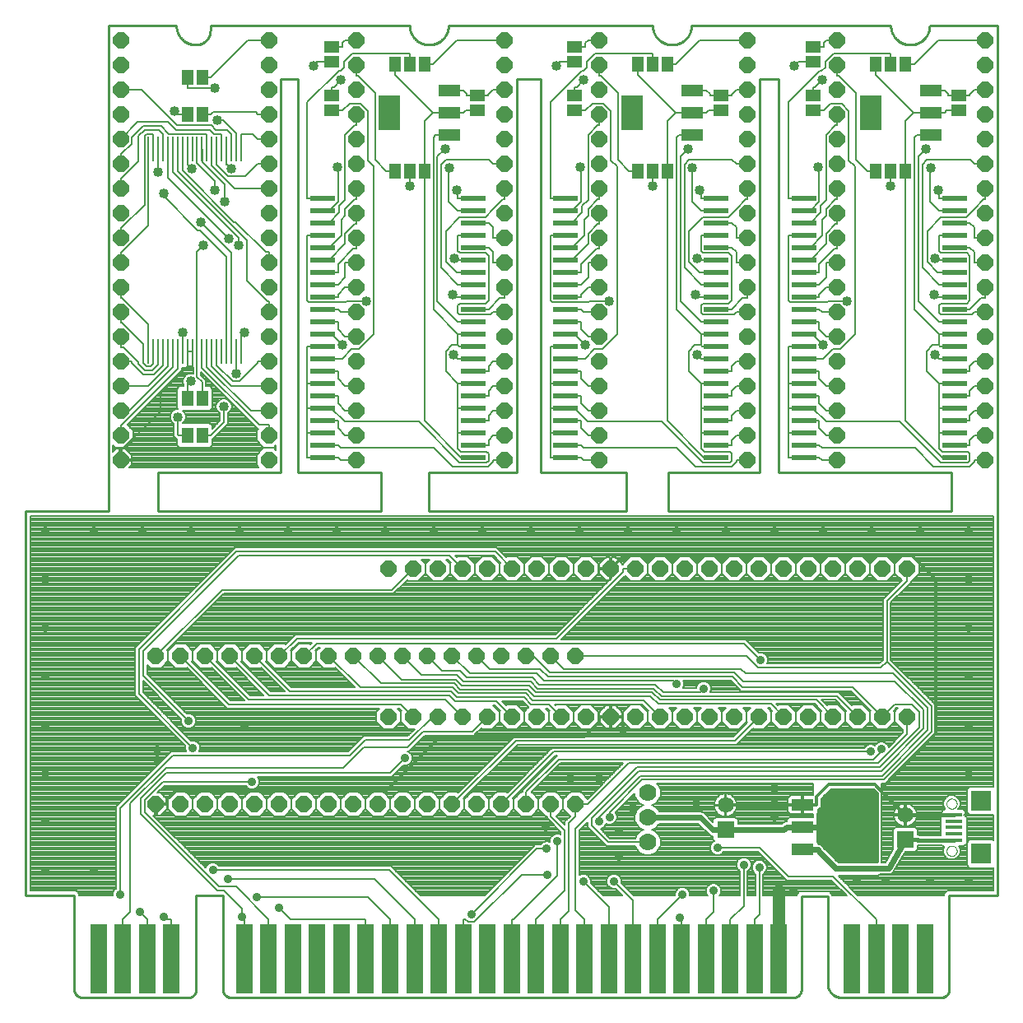
<source format=gtl>
G75*
%MOIN*%
%OFA0B0*%
%FSLAX25Y25*%
%IPPOS*%
%LPD*%
%AMOC8*
5,1,8,0,0,1.08239X$1,22.5*
%
%ADD10C,0.01000*%
%ADD11OC8,0.06400*%
%ADD12R,0.08800X0.04800*%
%ADD13R,0.08661X0.14173*%
%ADD14R,0.06500X0.06500*%
%ADD15C,0.06500*%
%ADD16R,0.06890X0.28150*%
%ADD17C,0.07000*%
%ADD18R,0.06890X0.01575*%
%ADD19R,0.07874X0.07874*%
%ADD20C,0.00000*%
%ADD21R,0.06300X0.04600*%
%ADD22R,0.04600X0.06300*%
%ADD23R,0.10000X0.01969*%
%ADD24R,0.00787X0.09843*%
%ADD25C,0.00800*%
%ADD26C,0.03600*%
%ADD27C,0.01200*%
%ADD28C,0.01600*%
%ADD29C,0.05000*%
%ADD30C,0.02400*%
%ADD31C,0.04000*%
D10*
X0021485Y0005724D02*
X0021485Y0006118D01*
X0021485Y0005724D01*
X0021485Y0006118D02*
X0021485Y0044307D01*
X0001800Y0044307D01*
X0001800Y0199819D01*
X0035265Y0199819D01*
X0035265Y0215567D01*
X0035265Y0396669D01*
X0062824Y0396669D01*
X0062826Y0396479D01*
X0062833Y0396289D01*
X0062845Y0396099D01*
X0062861Y0395909D01*
X0062881Y0395720D01*
X0062907Y0395531D01*
X0062936Y0395343D01*
X0062971Y0395156D01*
X0063010Y0394970D01*
X0063053Y0394785D01*
X0063101Y0394600D01*
X0063153Y0394417D01*
X0063209Y0394236D01*
X0063270Y0394056D01*
X0063336Y0393877D01*
X0063405Y0393700D01*
X0063479Y0393524D01*
X0063557Y0393351D01*
X0063640Y0393179D01*
X0063726Y0393010D01*
X0063816Y0392842D01*
X0063911Y0392677D01*
X0064009Y0392514D01*
X0064112Y0392354D01*
X0064218Y0392196D01*
X0064328Y0392041D01*
X0064441Y0391888D01*
X0064559Y0391738D01*
X0064680Y0391592D01*
X0064804Y0391448D01*
X0064932Y0391307D01*
X0065063Y0391169D01*
X0065198Y0391034D01*
X0065336Y0390903D01*
X0065477Y0390775D01*
X0065621Y0390651D01*
X0065767Y0390530D01*
X0065917Y0390412D01*
X0066070Y0390299D01*
X0066225Y0390189D01*
X0066383Y0390083D01*
X0066543Y0389980D01*
X0066706Y0389882D01*
X0066871Y0389787D01*
X0067039Y0389697D01*
X0067208Y0389611D01*
X0067380Y0389528D01*
X0067553Y0389450D01*
X0067729Y0389376D01*
X0067906Y0389307D01*
X0068085Y0389241D01*
X0068265Y0389180D01*
X0068446Y0389124D01*
X0068629Y0389072D01*
X0068814Y0389024D01*
X0068999Y0388981D01*
X0069185Y0388942D01*
X0069372Y0388907D01*
X0069560Y0388878D01*
X0069749Y0388852D01*
X0069938Y0388832D01*
X0070128Y0388816D01*
X0070318Y0388804D01*
X0070508Y0388797D01*
X0070698Y0388795D01*
X0070850Y0388797D01*
X0071002Y0388803D01*
X0071154Y0388813D01*
X0071305Y0388826D01*
X0071456Y0388844D01*
X0071607Y0388865D01*
X0071757Y0388891D01*
X0071906Y0388920D01*
X0072055Y0388953D01*
X0072202Y0388990D01*
X0072349Y0389030D01*
X0072494Y0389075D01*
X0072638Y0389123D01*
X0072781Y0389175D01*
X0072923Y0389230D01*
X0073063Y0389289D01*
X0073202Y0389352D01*
X0073339Y0389418D01*
X0073474Y0389488D01*
X0073607Y0389561D01*
X0073738Y0389638D01*
X0073868Y0389718D01*
X0073995Y0389801D01*
X0074120Y0389887D01*
X0074243Y0389977D01*
X0074363Y0390070D01*
X0074481Y0390166D01*
X0074597Y0390265D01*
X0074710Y0390367D01*
X0074820Y0390471D01*
X0074928Y0390579D01*
X0075032Y0390689D01*
X0075134Y0390802D01*
X0075233Y0390918D01*
X0075329Y0391036D01*
X0075422Y0391156D01*
X0075512Y0391279D01*
X0075598Y0391404D01*
X0075681Y0391531D01*
X0075761Y0391661D01*
X0075838Y0391792D01*
X0075911Y0391925D01*
X0075981Y0392060D01*
X0076047Y0392197D01*
X0076110Y0392336D01*
X0076169Y0392476D01*
X0076224Y0392618D01*
X0076276Y0392761D01*
X0076324Y0392905D01*
X0076369Y0393050D01*
X0076409Y0393197D01*
X0076446Y0393344D01*
X0076479Y0393493D01*
X0076508Y0393642D01*
X0076534Y0393792D01*
X0076555Y0393943D01*
X0076573Y0394094D01*
X0076586Y0394245D01*
X0076596Y0394397D01*
X0076602Y0394549D01*
X0076604Y0394701D01*
X0076603Y0394701D02*
X0076603Y0396669D01*
X0105146Y0396669D01*
X0157312Y0396669D01*
X0157314Y0396479D01*
X0157321Y0396289D01*
X0157333Y0396099D01*
X0157349Y0395909D01*
X0157369Y0395720D01*
X0157395Y0395531D01*
X0157424Y0395343D01*
X0157459Y0395156D01*
X0157498Y0394970D01*
X0157541Y0394785D01*
X0157589Y0394600D01*
X0157641Y0394417D01*
X0157697Y0394236D01*
X0157758Y0394056D01*
X0157824Y0393877D01*
X0157893Y0393700D01*
X0157967Y0393524D01*
X0158045Y0393351D01*
X0158128Y0393179D01*
X0158214Y0393010D01*
X0158304Y0392842D01*
X0158399Y0392677D01*
X0158497Y0392514D01*
X0158600Y0392354D01*
X0158706Y0392196D01*
X0158816Y0392041D01*
X0158929Y0391888D01*
X0159047Y0391738D01*
X0159168Y0391592D01*
X0159292Y0391448D01*
X0159420Y0391307D01*
X0159551Y0391169D01*
X0159686Y0391034D01*
X0159824Y0390903D01*
X0159965Y0390775D01*
X0160109Y0390651D01*
X0160255Y0390530D01*
X0160405Y0390412D01*
X0160558Y0390299D01*
X0160713Y0390189D01*
X0160871Y0390083D01*
X0161031Y0389980D01*
X0161194Y0389882D01*
X0161359Y0389787D01*
X0161527Y0389697D01*
X0161696Y0389611D01*
X0161868Y0389528D01*
X0162041Y0389450D01*
X0162217Y0389376D01*
X0162394Y0389307D01*
X0162573Y0389241D01*
X0162753Y0389180D01*
X0162934Y0389124D01*
X0163117Y0389072D01*
X0163302Y0389024D01*
X0163487Y0388981D01*
X0163673Y0388942D01*
X0163860Y0388907D01*
X0164048Y0388878D01*
X0164237Y0388852D01*
X0164426Y0388832D01*
X0164616Y0388816D01*
X0164806Y0388804D01*
X0164996Y0388797D01*
X0165186Y0388795D01*
X0165376Y0388797D01*
X0165566Y0388804D01*
X0165756Y0388816D01*
X0165946Y0388832D01*
X0166135Y0388852D01*
X0166324Y0388878D01*
X0166512Y0388907D01*
X0166699Y0388942D01*
X0166885Y0388981D01*
X0167070Y0389024D01*
X0167255Y0389072D01*
X0167438Y0389124D01*
X0167619Y0389180D01*
X0167799Y0389241D01*
X0167978Y0389307D01*
X0168155Y0389376D01*
X0168331Y0389450D01*
X0168504Y0389528D01*
X0168676Y0389611D01*
X0168845Y0389697D01*
X0169013Y0389787D01*
X0169178Y0389882D01*
X0169341Y0389980D01*
X0169501Y0390083D01*
X0169659Y0390189D01*
X0169814Y0390299D01*
X0169967Y0390412D01*
X0170117Y0390530D01*
X0170263Y0390651D01*
X0170407Y0390775D01*
X0170548Y0390903D01*
X0170686Y0391034D01*
X0170821Y0391169D01*
X0170952Y0391307D01*
X0171080Y0391448D01*
X0171204Y0391592D01*
X0171325Y0391738D01*
X0171443Y0391888D01*
X0171556Y0392041D01*
X0171666Y0392196D01*
X0171772Y0392354D01*
X0171875Y0392514D01*
X0171973Y0392677D01*
X0172068Y0392842D01*
X0172158Y0393010D01*
X0172244Y0393179D01*
X0172327Y0393351D01*
X0172405Y0393524D01*
X0172479Y0393700D01*
X0172548Y0393877D01*
X0172614Y0394056D01*
X0172675Y0394236D01*
X0172731Y0394417D01*
X0172783Y0394600D01*
X0172831Y0394785D01*
X0172874Y0394970D01*
X0172913Y0395156D01*
X0172948Y0395343D01*
X0172977Y0395531D01*
X0173003Y0395720D01*
X0173023Y0395909D01*
X0173039Y0396099D01*
X0173051Y0396289D01*
X0173058Y0396479D01*
X0173060Y0396669D01*
X0255737Y0396669D01*
X0255739Y0396479D01*
X0255746Y0396289D01*
X0255758Y0396099D01*
X0255774Y0395909D01*
X0255794Y0395720D01*
X0255820Y0395531D01*
X0255849Y0395343D01*
X0255884Y0395156D01*
X0255923Y0394970D01*
X0255966Y0394785D01*
X0256014Y0394600D01*
X0256066Y0394417D01*
X0256122Y0394236D01*
X0256183Y0394056D01*
X0256249Y0393877D01*
X0256318Y0393700D01*
X0256392Y0393524D01*
X0256470Y0393351D01*
X0256553Y0393179D01*
X0256639Y0393010D01*
X0256729Y0392842D01*
X0256824Y0392677D01*
X0256922Y0392514D01*
X0257025Y0392354D01*
X0257131Y0392196D01*
X0257241Y0392041D01*
X0257354Y0391888D01*
X0257472Y0391738D01*
X0257593Y0391592D01*
X0257717Y0391448D01*
X0257845Y0391307D01*
X0257976Y0391169D01*
X0258111Y0391034D01*
X0258249Y0390903D01*
X0258390Y0390775D01*
X0258534Y0390651D01*
X0258680Y0390530D01*
X0258830Y0390412D01*
X0258983Y0390299D01*
X0259138Y0390189D01*
X0259296Y0390083D01*
X0259456Y0389980D01*
X0259619Y0389882D01*
X0259784Y0389787D01*
X0259952Y0389697D01*
X0260121Y0389611D01*
X0260293Y0389528D01*
X0260466Y0389450D01*
X0260642Y0389376D01*
X0260819Y0389307D01*
X0260998Y0389241D01*
X0261178Y0389180D01*
X0261359Y0389124D01*
X0261542Y0389072D01*
X0261727Y0389024D01*
X0261912Y0388981D01*
X0262098Y0388942D01*
X0262285Y0388907D01*
X0262473Y0388878D01*
X0262662Y0388852D01*
X0262851Y0388832D01*
X0263041Y0388816D01*
X0263231Y0388804D01*
X0263421Y0388797D01*
X0263611Y0388795D01*
X0263801Y0388797D01*
X0263991Y0388804D01*
X0264181Y0388816D01*
X0264371Y0388832D01*
X0264560Y0388852D01*
X0264749Y0388878D01*
X0264937Y0388907D01*
X0265124Y0388942D01*
X0265310Y0388981D01*
X0265495Y0389024D01*
X0265680Y0389072D01*
X0265863Y0389124D01*
X0266044Y0389180D01*
X0266224Y0389241D01*
X0266403Y0389307D01*
X0266580Y0389376D01*
X0266756Y0389450D01*
X0266929Y0389528D01*
X0267101Y0389611D01*
X0267270Y0389697D01*
X0267438Y0389787D01*
X0267603Y0389882D01*
X0267766Y0389980D01*
X0267926Y0390083D01*
X0268084Y0390189D01*
X0268239Y0390299D01*
X0268392Y0390412D01*
X0268542Y0390530D01*
X0268688Y0390651D01*
X0268832Y0390775D01*
X0268973Y0390903D01*
X0269111Y0391034D01*
X0269246Y0391169D01*
X0269377Y0391307D01*
X0269505Y0391448D01*
X0269629Y0391592D01*
X0269750Y0391738D01*
X0269868Y0391888D01*
X0269981Y0392041D01*
X0270091Y0392196D01*
X0270197Y0392354D01*
X0270300Y0392514D01*
X0270398Y0392677D01*
X0270493Y0392842D01*
X0270583Y0393010D01*
X0270669Y0393179D01*
X0270752Y0393351D01*
X0270830Y0393524D01*
X0270904Y0393700D01*
X0270973Y0393877D01*
X0271039Y0394056D01*
X0271100Y0394236D01*
X0271156Y0394417D01*
X0271208Y0394600D01*
X0271256Y0394785D01*
X0271299Y0394970D01*
X0271338Y0395156D01*
X0271373Y0395343D01*
X0271402Y0395531D01*
X0271428Y0395720D01*
X0271448Y0395909D01*
X0271464Y0396099D01*
X0271476Y0396289D01*
X0271483Y0396479D01*
X0271485Y0396669D01*
X0352194Y0396669D01*
X0352196Y0396479D01*
X0352203Y0396289D01*
X0352215Y0396099D01*
X0352231Y0395909D01*
X0352251Y0395720D01*
X0352277Y0395531D01*
X0352306Y0395343D01*
X0352341Y0395156D01*
X0352380Y0394970D01*
X0352423Y0394785D01*
X0352471Y0394600D01*
X0352523Y0394417D01*
X0352579Y0394236D01*
X0352640Y0394056D01*
X0352706Y0393877D01*
X0352775Y0393700D01*
X0352849Y0393524D01*
X0352927Y0393351D01*
X0353010Y0393179D01*
X0353096Y0393010D01*
X0353186Y0392842D01*
X0353281Y0392677D01*
X0353379Y0392514D01*
X0353482Y0392354D01*
X0353588Y0392196D01*
X0353698Y0392041D01*
X0353811Y0391888D01*
X0353929Y0391738D01*
X0354050Y0391592D01*
X0354174Y0391448D01*
X0354302Y0391307D01*
X0354433Y0391169D01*
X0354568Y0391034D01*
X0354706Y0390903D01*
X0354847Y0390775D01*
X0354991Y0390651D01*
X0355137Y0390530D01*
X0355287Y0390412D01*
X0355440Y0390299D01*
X0355595Y0390189D01*
X0355753Y0390083D01*
X0355913Y0389980D01*
X0356076Y0389882D01*
X0356241Y0389787D01*
X0356409Y0389697D01*
X0356578Y0389611D01*
X0356750Y0389528D01*
X0356923Y0389450D01*
X0357099Y0389376D01*
X0357276Y0389307D01*
X0357455Y0389241D01*
X0357635Y0389180D01*
X0357816Y0389124D01*
X0357999Y0389072D01*
X0358184Y0389024D01*
X0358369Y0388981D01*
X0358555Y0388942D01*
X0358742Y0388907D01*
X0358930Y0388878D01*
X0359119Y0388852D01*
X0359308Y0388832D01*
X0359498Y0388816D01*
X0359688Y0388804D01*
X0359878Y0388797D01*
X0360068Y0388795D01*
X0360258Y0388797D01*
X0360448Y0388804D01*
X0360638Y0388816D01*
X0360828Y0388832D01*
X0361017Y0388852D01*
X0361206Y0388878D01*
X0361394Y0388907D01*
X0361581Y0388942D01*
X0361767Y0388981D01*
X0361952Y0389024D01*
X0362137Y0389072D01*
X0362320Y0389124D01*
X0362501Y0389180D01*
X0362681Y0389241D01*
X0362860Y0389307D01*
X0363037Y0389376D01*
X0363213Y0389450D01*
X0363386Y0389528D01*
X0363558Y0389611D01*
X0363727Y0389697D01*
X0363895Y0389787D01*
X0364060Y0389882D01*
X0364223Y0389980D01*
X0364383Y0390083D01*
X0364541Y0390189D01*
X0364696Y0390299D01*
X0364849Y0390412D01*
X0364999Y0390530D01*
X0365145Y0390651D01*
X0365289Y0390775D01*
X0365430Y0390903D01*
X0365568Y0391034D01*
X0365703Y0391169D01*
X0365834Y0391307D01*
X0365962Y0391448D01*
X0366086Y0391592D01*
X0366207Y0391738D01*
X0366325Y0391888D01*
X0366438Y0392041D01*
X0366548Y0392196D01*
X0366654Y0392354D01*
X0366757Y0392514D01*
X0366855Y0392677D01*
X0366950Y0392842D01*
X0367040Y0393010D01*
X0367126Y0393179D01*
X0367209Y0393351D01*
X0367287Y0393524D01*
X0367361Y0393700D01*
X0367430Y0393877D01*
X0367496Y0394056D01*
X0367557Y0394236D01*
X0367613Y0394417D01*
X0367665Y0394600D01*
X0367713Y0394785D01*
X0367756Y0394970D01*
X0367795Y0395156D01*
X0367830Y0395343D01*
X0367859Y0395531D01*
X0367885Y0395720D01*
X0367905Y0395909D01*
X0367921Y0396099D01*
X0367933Y0396289D01*
X0367940Y0396479D01*
X0367942Y0396669D01*
X0395501Y0396669D01*
X0395501Y0044307D01*
X0375816Y0044307D01*
X0375816Y0006118D01*
X0375814Y0006008D01*
X0375808Y0005898D01*
X0375799Y0005789D01*
X0375785Y0005680D01*
X0375768Y0005571D01*
X0375747Y0005463D01*
X0375722Y0005356D01*
X0375694Y0005250D01*
X0375662Y0005145D01*
X0375626Y0005041D01*
X0375587Y0004938D01*
X0375544Y0004837D01*
X0375497Y0004737D01*
X0375447Y0004639D01*
X0375394Y0004543D01*
X0375337Y0004449D01*
X0375277Y0004357D01*
X0375214Y0004266D01*
X0375148Y0004179D01*
X0375079Y0004093D01*
X0375007Y0004010D01*
X0374932Y0003930D01*
X0374854Y0003852D01*
X0374774Y0003777D01*
X0374691Y0003705D01*
X0374605Y0003636D01*
X0374518Y0003570D01*
X0374427Y0003507D01*
X0374335Y0003447D01*
X0374241Y0003390D01*
X0374145Y0003337D01*
X0374047Y0003287D01*
X0373947Y0003240D01*
X0373846Y0003197D01*
X0373743Y0003158D01*
X0373639Y0003122D01*
X0373534Y0003090D01*
X0373428Y0003062D01*
X0373321Y0003037D01*
X0373213Y0003016D01*
X0373104Y0002999D01*
X0372995Y0002985D01*
X0372886Y0002976D01*
X0372776Y0002970D01*
X0372666Y0002968D01*
X0372666Y0002969D02*
X0332115Y0002969D01*
X0332115Y0002968D02*
X0331968Y0002970D01*
X0331822Y0002976D01*
X0331675Y0002986D01*
X0331529Y0002999D01*
X0331383Y0003017D01*
X0331238Y0003038D01*
X0331094Y0003063D01*
X0330950Y0003093D01*
X0330807Y0003125D01*
X0330665Y0003162D01*
X0330524Y0003203D01*
X0330384Y0003247D01*
X0330245Y0003295D01*
X0330108Y0003346D01*
X0329972Y0003402D01*
X0329837Y0003461D01*
X0329705Y0003523D01*
X0329573Y0003589D01*
X0329444Y0003658D01*
X0329317Y0003731D01*
X0329191Y0003807D01*
X0329068Y0003887D01*
X0328947Y0003970D01*
X0328828Y0004055D01*
X0328711Y0004145D01*
X0328597Y0004237D01*
X0328485Y0004332D01*
X0328376Y0004430D01*
X0328270Y0004531D01*
X0328166Y0004635D01*
X0328065Y0004741D01*
X0327967Y0004850D01*
X0327872Y0004962D01*
X0327780Y0005076D01*
X0327690Y0005193D01*
X0327605Y0005312D01*
X0327522Y0005433D01*
X0327442Y0005556D01*
X0327366Y0005682D01*
X0327293Y0005809D01*
X0327224Y0005938D01*
X0327158Y0006070D01*
X0327096Y0006202D01*
X0327037Y0006337D01*
X0326981Y0006473D01*
X0326930Y0006610D01*
X0326882Y0006749D01*
X0326838Y0006889D01*
X0326797Y0007030D01*
X0326760Y0007172D01*
X0326728Y0007315D01*
X0326698Y0007459D01*
X0326673Y0007603D01*
X0326652Y0007748D01*
X0326634Y0007894D01*
X0326621Y0008040D01*
X0326611Y0008187D01*
X0326605Y0008333D01*
X0326603Y0008480D01*
X0326603Y0043913D01*
X0315973Y0043913D01*
X0315973Y0006118D01*
X0315974Y0006118D02*
X0315972Y0006008D01*
X0315966Y0005898D01*
X0315957Y0005789D01*
X0315943Y0005680D01*
X0315926Y0005571D01*
X0315905Y0005463D01*
X0315880Y0005356D01*
X0315852Y0005250D01*
X0315820Y0005145D01*
X0315784Y0005041D01*
X0315745Y0004938D01*
X0315702Y0004837D01*
X0315655Y0004737D01*
X0315605Y0004639D01*
X0315552Y0004543D01*
X0315495Y0004449D01*
X0315435Y0004357D01*
X0315372Y0004266D01*
X0315306Y0004179D01*
X0315237Y0004093D01*
X0315165Y0004010D01*
X0315090Y0003930D01*
X0315012Y0003852D01*
X0314932Y0003777D01*
X0314849Y0003705D01*
X0314763Y0003636D01*
X0314676Y0003570D01*
X0314585Y0003507D01*
X0314493Y0003447D01*
X0314399Y0003390D01*
X0314303Y0003337D01*
X0314205Y0003287D01*
X0314105Y0003240D01*
X0314004Y0003197D01*
X0313901Y0003158D01*
X0313797Y0003122D01*
X0313692Y0003090D01*
X0313586Y0003062D01*
X0313479Y0003037D01*
X0313371Y0003016D01*
X0313262Y0002999D01*
X0313153Y0002985D01*
X0313044Y0002976D01*
X0312934Y0002970D01*
X0312824Y0002968D01*
X0312824Y0002969D02*
X0084871Y0002969D01*
X0084871Y0002968D02*
X0084761Y0002970D01*
X0084651Y0002976D01*
X0084542Y0002985D01*
X0084433Y0002999D01*
X0084324Y0003016D01*
X0084216Y0003037D01*
X0084109Y0003062D01*
X0084003Y0003090D01*
X0083898Y0003122D01*
X0083794Y0003158D01*
X0083691Y0003197D01*
X0083590Y0003240D01*
X0083490Y0003287D01*
X0083392Y0003337D01*
X0083296Y0003390D01*
X0083202Y0003447D01*
X0083110Y0003507D01*
X0083019Y0003570D01*
X0082932Y0003636D01*
X0082846Y0003705D01*
X0082763Y0003777D01*
X0082683Y0003852D01*
X0082605Y0003930D01*
X0082530Y0004010D01*
X0082458Y0004093D01*
X0082389Y0004179D01*
X0082323Y0004266D01*
X0082260Y0004357D01*
X0082200Y0004449D01*
X0082143Y0004543D01*
X0082090Y0004639D01*
X0082040Y0004737D01*
X0081993Y0004837D01*
X0081950Y0004938D01*
X0081911Y0005041D01*
X0081875Y0005145D01*
X0081843Y0005250D01*
X0081815Y0005356D01*
X0081790Y0005463D01*
X0081769Y0005571D01*
X0081752Y0005680D01*
X0081738Y0005789D01*
X0081729Y0005898D01*
X0081723Y0006008D01*
X0081721Y0006118D01*
X0081721Y0044307D01*
X0070698Y0044307D01*
X0070698Y0005724D01*
X0070696Y0005621D01*
X0070690Y0005518D01*
X0070681Y0005415D01*
X0070667Y0005313D01*
X0070650Y0005212D01*
X0070629Y0005111D01*
X0070604Y0005011D01*
X0070576Y0004912D01*
X0070543Y0004814D01*
X0070507Y0004717D01*
X0070468Y0004622D01*
X0070425Y0004528D01*
X0070379Y0004436D01*
X0070329Y0004346D01*
X0070276Y0004258D01*
X0070219Y0004171D01*
X0070159Y0004087D01*
X0070097Y0004006D01*
X0070031Y0003926D01*
X0069962Y0003849D01*
X0069891Y0003775D01*
X0069817Y0003704D01*
X0069740Y0003635D01*
X0069660Y0003569D01*
X0069579Y0003507D01*
X0069495Y0003447D01*
X0069408Y0003390D01*
X0069320Y0003337D01*
X0069230Y0003287D01*
X0069138Y0003241D01*
X0069044Y0003198D01*
X0068949Y0003159D01*
X0068852Y0003123D01*
X0068754Y0003090D01*
X0068655Y0003062D01*
X0068555Y0003037D01*
X0068454Y0003016D01*
X0068353Y0002999D01*
X0068251Y0002985D01*
X0068148Y0002976D01*
X0068045Y0002970D01*
X0067942Y0002968D01*
X0067942Y0002969D02*
X0024635Y0002969D01*
X0024635Y0002968D02*
X0024525Y0002970D01*
X0024415Y0002976D01*
X0024306Y0002985D01*
X0024197Y0002999D01*
X0024088Y0003016D01*
X0023980Y0003037D01*
X0023873Y0003062D01*
X0023767Y0003090D01*
X0023662Y0003122D01*
X0023558Y0003158D01*
X0023455Y0003197D01*
X0023354Y0003240D01*
X0023254Y0003287D01*
X0023156Y0003337D01*
X0023060Y0003390D01*
X0022966Y0003447D01*
X0022874Y0003507D01*
X0022783Y0003570D01*
X0022696Y0003636D01*
X0022610Y0003705D01*
X0022527Y0003777D01*
X0022447Y0003852D01*
X0022369Y0003930D01*
X0022294Y0004010D01*
X0022222Y0004093D01*
X0022153Y0004179D01*
X0022087Y0004266D01*
X0022024Y0004357D01*
X0021964Y0004449D01*
X0021907Y0004543D01*
X0021854Y0004639D01*
X0021804Y0004737D01*
X0021757Y0004837D01*
X0021714Y0004938D01*
X0021675Y0005041D01*
X0021639Y0005145D01*
X0021607Y0005250D01*
X0021579Y0005356D01*
X0021554Y0005463D01*
X0021533Y0005571D01*
X0021516Y0005680D01*
X0021502Y0005789D01*
X0021493Y0005898D01*
X0021487Y0006008D01*
X0021485Y0006118D01*
X0055540Y0199819D02*
X0055540Y0215567D01*
X0105146Y0215567D01*
X0105146Y0375016D01*
X0112036Y0375016D01*
X0112036Y0215567D01*
X0145698Y0215567D01*
X0145894Y0215567D01*
X0145894Y0199819D01*
X0055540Y0199819D01*
X0164989Y0199819D02*
X0164989Y0215567D01*
X0200619Y0215567D01*
X0200619Y0375016D01*
X0210461Y0375016D01*
X0210461Y0215567D01*
X0245107Y0215567D01*
X0245107Y0199819D01*
X0164989Y0199819D01*
X0200619Y0215567D02*
X0200619Y0375016D01*
X0210461Y0375016D02*
X0210461Y0215567D01*
X0262036Y0215567D02*
X0262036Y0199819D01*
X0376800Y0199819D01*
X0376800Y0215567D01*
X0306918Y0215567D01*
X0306918Y0375016D01*
X0299044Y0375016D01*
X0299044Y0215567D01*
X0262036Y0215567D01*
X0299044Y0215567D02*
X0299044Y0375016D01*
X0306918Y0375016D02*
X0306918Y0215567D01*
D11*
X0294044Y0220567D03*
X0294044Y0230567D03*
X0294044Y0240567D03*
X0294044Y0250567D03*
X0294044Y0260567D03*
X0294044Y0270567D03*
X0294044Y0280567D03*
X0294044Y0290567D03*
X0294044Y0300567D03*
X0294044Y0310567D03*
X0294044Y0320567D03*
X0294044Y0330567D03*
X0294044Y0340567D03*
X0294044Y0350567D03*
X0294044Y0360567D03*
X0294044Y0370567D03*
X0294044Y0380567D03*
X0294044Y0390567D03*
X0330501Y0390567D03*
X0330501Y0380567D03*
X0330501Y0370567D03*
X0330501Y0360567D03*
X0330501Y0350567D03*
X0330501Y0340567D03*
X0330501Y0330567D03*
X0330501Y0320567D03*
X0330501Y0310567D03*
X0330501Y0300567D03*
X0330501Y0290567D03*
X0330501Y0280567D03*
X0330501Y0270567D03*
X0330501Y0260567D03*
X0330501Y0250567D03*
X0330501Y0240567D03*
X0330501Y0230567D03*
X0330501Y0220567D03*
X0328769Y0176669D03*
X0338769Y0176669D03*
X0348769Y0176669D03*
X0358769Y0176669D03*
X0318769Y0176669D03*
X0308769Y0176669D03*
X0298769Y0176669D03*
X0288769Y0176669D03*
X0278769Y0176669D03*
X0268769Y0176669D03*
X0258769Y0176669D03*
X0248769Y0176669D03*
X0238769Y0176669D03*
X0228769Y0176669D03*
X0218769Y0176669D03*
X0208769Y0176669D03*
X0198769Y0176669D03*
X0188769Y0176669D03*
X0178769Y0176669D03*
X0168769Y0176669D03*
X0158769Y0176669D03*
X0148769Y0176669D03*
X0144595Y0141236D03*
X0154595Y0141236D03*
X0164595Y0141236D03*
X0174595Y0141236D03*
X0184595Y0141236D03*
X0194595Y0141236D03*
X0204595Y0141236D03*
X0214595Y0141236D03*
X0224595Y0141236D03*
X0228769Y0116669D03*
X0238769Y0116669D03*
X0248769Y0116669D03*
X0258769Y0116669D03*
X0268769Y0116669D03*
X0278769Y0116669D03*
X0288769Y0116669D03*
X0298769Y0116669D03*
X0308769Y0116669D03*
X0318769Y0116669D03*
X0328769Y0116669D03*
X0338769Y0116669D03*
X0348769Y0116669D03*
X0358769Y0116669D03*
X0390501Y0220567D03*
X0390501Y0230567D03*
X0390501Y0240567D03*
X0390501Y0250567D03*
X0390501Y0260567D03*
X0390501Y0270567D03*
X0390501Y0280567D03*
X0390501Y0290567D03*
X0390501Y0300567D03*
X0390501Y0310567D03*
X0390501Y0320567D03*
X0390501Y0330567D03*
X0390501Y0340567D03*
X0390501Y0350567D03*
X0390501Y0360567D03*
X0390501Y0370567D03*
X0390501Y0380567D03*
X0390501Y0390567D03*
X0234044Y0390567D03*
X0234044Y0380567D03*
X0234044Y0370567D03*
X0234044Y0360567D03*
X0234044Y0350567D03*
X0234044Y0340567D03*
X0234044Y0330567D03*
X0234044Y0320567D03*
X0234044Y0310567D03*
X0234044Y0300567D03*
X0234044Y0290567D03*
X0234044Y0280567D03*
X0234044Y0270567D03*
X0234044Y0260567D03*
X0234044Y0250567D03*
X0234044Y0240567D03*
X0234044Y0230567D03*
X0234044Y0220567D03*
X0195619Y0220567D03*
X0195619Y0230567D03*
X0195619Y0240567D03*
X0195619Y0250567D03*
X0195619Y0260567D03*
X0195619Y0270567D03*
X0195619Y0280567D03*
X0195619Y0290567D03*
X0195619Y0300567D03*
X0195619Y0310567D03*
X0195619Y0320567D03*
X0195619Y0330567D03*
X0195619Y0340567D03*
X0195619Y0350567D03*
X0195619Y0360567D03*
X0195619Y0370567D03*
X0195619Y0380567D03*
X0195619Y0390567D03*
X0135619Y0390567D03*
X0135619Y0380567D03*
X0135619Y0370567D03*
X0135619Y0360567D03*
X0135619Y0350567D03*
X0135619Y0340567D03*
X0135619Y0330567D03*
X0135619Y0320567D03*
X0135619Y0310567D03*
X0135619Y0300567D03*
X0135619Y0290567D03*
X0135619Y0280567D03*
X0135619Y0270567D03*
X0135619Y0260567D03*
X0135619Y0250567D03*
X0135619Y0240567D03*
X0135619Y0230567D03*
X0135619Y0220567D03*
X0100265Y0220567D03*
X0100265Y0230567D03*
X0100265Y0240567D03*
X0100265Y0250567D03*
X0100265Y0260567D03*
X0100265Y0270567D03*
X0100265Y0280567D03*
X0100265Y0290567D03*
X0100265Y0300567D03*
X0100265Y0310567D03*
X0100265Y0320567D03*
X0100265Y0330567D03*
X0100265Y0340567D03*
X0100265Y0350567D03*
X0100265Y0360567D03*
X0100265Y0370567D03*
X0100265Y0380567D03*
X0100265Y0390567D03*
X0040265Y0390567D03*
X0040265Y0380567D03*
X0040265Y0370567D03*
X0040265Y0360567D03*
X0040265Y0350567D03*
X0040265Y0340567D03*
X0040265Y0330567D03*
X0040265Y0320567D03*
X0040265Y0310567D03*
X0040265Y0300567D03*
X0040265Y0290567D03*
X0040265Y0280567D03*
X0040265Y0270567D03*
X0040265Y0260567D03*
X0040265Y0250567D03*
X0040265Y0240567D03*
X0040265Y0230567D03*
X0040265Y0220567D03*
X0054595Y0141236D03*
X0064595Y0141236D03*
X0074595Y0141236D03*
X0084595Y0141236D03*
X0094595Y0141236D03*
X0104595Y0141236D03*
X0114595Y0141236D03*
X0124595Y0141236D03*
X0134595Y0141236D03*
X0148769Y0116669D03*
X0158769Y0116669D03*
X0168769Y0116669D03*
X0178769Y0116669D03*
X0188769Y0116669D03*
X0198769Y0116669D03*
X0208769Y0116669D03*
X0218769Y0116669D03*
X0214595Y0081236D03*
X0204595Y0081236D03*
X0194595Y0081236D03*
X0184595Y0081236D03*
X0174595Y0081236D03*
X0164595Y0081236D03*
X0154595Y0081236D03*
X0144595Y0081236D03*
X0134595Y0081236D03*
X0124595Y0081236D03*
X0114595Y0081236D03*
X0104595Y0081236D03*
X0094595Y0081236D03*
X0084595Y0081236D03*
X0074595Y0081236D03*
X0064595Y0081236D03*
X0054595Y0081236D03*
X0224595Y0081236D03*
D12*
X0316372Y0080966D03*
X0316372Y0071866D03*
X0316372Y0062766D03*
X0271874Y0352136D03*
X0271874Y0361236D03*
X0271874Y0370336D03*
X0368331Y0370336D03*
X0368331Y0361236D03*
X0368331Y0352136D03*
X0173449Y0352136D03*
X0173449Y0361236D03*
X0173449Y0370336D03*
D13*
X0149048Y0361236D03*
X0247473Y0361236D03*
X0343930Y0361236D03*
X0340772Y0071866D03*
D14*
X0358099Y0066866D03*
X0285265Y0070803D03*
D15*
X0285265Y0080803D03*
X0358099Y0076866D03*
D16*
X0356131Y0018717D03*
X0346288Y0018717D03*
X0336446Y0018717D03*
X0365973Y0018717D03*
X0306918Y0018717D03*
X0297076Y0018717D03*
X0287233Y0018717D03*
X0277391Y0018717D03*
X0267548Y0018717D03*
X0257706Y0018717D03*
X0247863Y0018717D03*
X0238020Y0018717D03*
X0228178Y0018717D03*
X0218335Y0018717D03*
X0208493Y0018717D03*
X0198650Y0018717D03*
X0188808Y0018717D03*
X0178965Y0018717D03*
X0169123Y0018717D03*
X0159280Y0018717D03*
X0149438Y0018717D03*
X0139595Y0018717D03*
X0129753Y0018717D03*
X0119910Y0018717D03*
X0110068Y0018717D03*
X0100225Y0018717D03*
X0090383Y0018717D03*
X0060855Y0018717D03*
X0051013Y0018717D03*
X0041170Y0018717D03*
X0031328Y0018717D03*
D17*
X0253769Y0065803D03*
X0253769Y0075803D03*
X0253769Y0085803D03*
D18*
X0377686Y0076984D03*
X0377686Y0074425D03*
X0377686Y0071866D03*
X0377686Y0069307D03*
X0377686Y0066748D03*
D19*
X0388808Y0061138D03*
X0388808Y0082594D03*
D20*
X0374812Y0081413D02*
X0374814Y0081504D01*
X0374820Y0081594D01*
X0374830Y0081685D01*
X0374844Y0081774D01*
X0374862Y0081863D01*
X0374883Y0081952D01*
X0374909Y0082039D01*
X0374938Y0082125D01*
X0374972Y0082209D01*
X0375008Y0082292D01*
X0375049Y0082374D01*
X0375093Y0082453D01*
X0375140Y0082531D01*
X0375191Y0082606D01*
X0375245Y0082679D01*
X0375302Y0082749D01*
X0375362Y0082817D01*
X0375425Y0082883D01*
X0375491Y0082945D01*
X0375560Y0083004D01*
X0375631Y0083061D01*
X0375705Y0083114D01*
X0375781Y0083164D01*
X0375859Y0083211D01*
X0375939Y0083254D01*
X0376020Y0083293D01*
X0376104Y0083329D01*
X0376189Y0083361D01*
X0376275Y0083390D01*
X0376362Y0083414D01*
X0376451Y0083435D01*
X0376540Y0083452D01*
X0376630Y0083465D01*
X0376720Y0083474D01*
X0376811Y0083479D01*
X0376902Y0083480D01*
X0376992Y0083477D01*
X0377083Y0083470D01*
X0377173Y0083459D01*
X0377263Y0083444D01*
X0377352Y0083425D01*
X0377440Y0083403D01*
X0377526Y0083376D01*
X0377612Y0083346D01*
X0377696Y0083312D01*
X0377779Y0083274D01*
X0377860Y0083233D01*
X0377939Y0083188D01*
X0378016Y0083139D01*
X0378090Y0083088D01*
X0378163Y0083033D01*
X0378233Y0082975D01*
X0378300Y0082914D01*
X0378364Y0082850D01*
X0378426Y0082784D01*
X0378485Y0082714D01*
X0378540Y0082643D01*
X0378593Y0082568D01*
X0378642Y0082492D01*
X0378688Y0082414D01*
X0378730Y0082333D01*
X0378769Y0082251D01*
X0378804Y0082167D01*
X0378835Y0082082D01*
X0378862Y0081995D01*
X0378886Y0081908D01*
X0378906Y0081819D01*
X0378922Y0081730D01*
X0378934Y0081640D01*
X0378942Y0081549D01*
X0378946Y0081458D01*
X0378946Y0081368D01*
X0378942Y0081277D01*
X0378934Y0081186D01*
X0378922Y0081096D01*
X0378906Y0081007D01*
X0378886Y0080918D01*
X0378862Y0080831D01*
X0378835Y0080744D01*
X0378804Y0080659D01*
X0378769Y0080575D01*
X0378730Y0080493D01*
X0378688Y0080412D01*
X0378642Y0080334D01*
X0378593Y0080258D01*
X0378540Y0080183D01*
X0378485Y0080112D01*
X0378426Y0080042D01*
X0378364Y0079976D01*
X0378300Y0079912D01*
X0378233Y0079851D01*
X0378163Y0079793D01*
X0378090Y0079738D01*
X0378016Y0079687D01*
X0377939Y0079638D01*
X0377860Y0079593D01*
X0377779Y0079552D01*
X0377696Y0079514D01*
X0377612Y0079480D01*
X0377526Y0079450D01*
X0377440Y0079423D01*
X0377352Y0079401D01*
X0377263Y0079382D01*
X0377173Y0079367D01*
X0377083Y0079356D01*
X0376992Y0079349D01*
X0376902Y0079346D01*
X0376811Y0079347D01*
X0376720Y0079352D01*
X0376630Y0079361D01*
X0376540Y0079374D01*
X0376451Y0079391D01*
X0376362Y0079412D01*
X0376275Y0079436D01*
X0376189Y0079465D01*
X0376104Y0079497D01*
X0376020Y0079533D01*
X0375939Y0079572D01*
X0375859Y0079615D01*
X0375781Y0079662D01*
X0375705Y0079712D01*
X0375631Y0079765D01*
X0375560Y0079822D01*
X0375491Y0079881D01*
X0375425Y0079943D01*
X0375362Y0080009D01*
X0375302Y0080077D01*
X0375245Y0080147D01*
X0375191Y0080220D01*
X0375140Y0080295D01*
X0375093Y0080373D01*
X0375049Y0080452D01*
X0375008Y0080534D01*
X0374972Y0080617D01*
X0374938Y0080701D01*
X0374909Y0080787D01*
X0374883Y0080874D01*
X0374862Y0080963D01*
X0374844Y0081052D01*
X0374830Y0081141D01*
X0374820Y0081232D01*
X0374814Y0081322D01*
X0374812Y0081413D01*
X0374812Y0062319D02*
X0374814Y0062410D01*
X0374820Y0062500D01*
X0374830Y0062591D01*
X0374844Y0062680D01*
X0374862Y0062769D01*
X0374883Y0062858D01*
X0374909Y0062945D01*
X0374938Y0063031D01*
X0374972Y0063115D01*
X0375008Y0063198D01*
X0375049Y0063280D01*
X0375093Y0063359D01*
X0375140Y0063437D01*
X0375191Y0063512D01*
X0375245Y0063585D01*
X0375302Y0063655D01*
X0375362Y0063723D01*
X0375425Y0063789D01*
X0375491Y0063851D01*
X0375560Y0063910D01*
X0375631Y0063967D01*
X0375705Y0064020D01*
X0375781Y0064070D01*
X0375859Y0064117D01*
X0375939Y0064160D01*
X0376020Y0064199D01*
X0376104Y0064235D01*
X0376189Y0064267D01*
X0376275Y0064296D01*
X0376362Y0064320D01*
X0376451Y0064341D01*
X0376540Y0064358D01*
X0376630Y0064371D01*
X0376720Y0064380D01*
X0376811Y0064385D01*
X0376902Y0064386D01*
X0376992Y0064383D01*
X0377083Y0064376D01*
X0377173Y0064365D01*
X0377263Y0064350D01*
X0377352Y0064331D01*
X0377440Y0064309D01*
X0377526Y0064282D01*
X0377612Y0064252D01*
X0377696Y0064218D01*
X0377779Y0064180D01*
X0377860Y0064139D01*
X0377939Y0064094D01*
X0378016Y0064045D01*
X0378090Y0063994D01*
X0378163Y0063939D01*
X0378233Y0063881D01*
X0378300Y0063820D01*
X0378364Y0063756D01*
X0378426Y0063690D01*
X0378485Y0063620D01*
X0378540Y0063549D01*
X0378593Y0063474D01*
X0378642Y0063398D01*
X0378688Y0063320D01*
X0378730Y0063239D01*
X0378769Y0063157D01*
X0378804Y0063073D01*
X0378835Y0062988D01*
X0378862Y0062901D01*
X0378886Y0062814D01*
X0378906Y0062725D01*
X0378922Y0062636D01*
X0378934Y0062546D01*
X0378942Y0062455D01*
X0378946Y0062364D01*
X0378946Y0062274D01*
X0378942Y0062183D01*
X0378934Y0062092D01*
X0378922Y0062002D01*
X0378906Y0061913D01*
X0378886Y0061824D01*
X0378862Y0061737D01*
X0378835Y0061650D01*
X0378804Y0061565D01*
X0378769Y0061481D01*
X0378730Y0061399D01*
X0378688Y0061318D01*
X0378642Y0061240D01*
X0378593Y0061164D01*
X0378540Y0061089D01*
X0378485Y0061018D01*
X0378426Y0060948D01*
X0378364Y0060882D01*
X0378300Y0060818D01*
X0378233Y0060757D01*
X0378163Y0060699D01*
X0378090Y0060644D01*
X0378016Y0060593D01*
X0377939Y0060544D01*
X0377860Y0060499D01*
X0377779Y0060458D01*
X0377696Y0060420D01*
X0377612Y0060386D01*
X0377526Y0060356D01*
X0377440Y0060329D01*
X0377352Y0060307D01*
X0377263Y0060288D01*
X0377173Y0060273D01*
X0377083Y0060262D01*
X0376992Y0060255D01*
X0376902Y0060252D01*
X0376811Y0060253D01*
X0376720Y0060258D01*
X0376630Y0060267D01*
X0376540Y0060280D01*
X0376451Y0060297D01*
X0376362Y0060318D01*
X0376275Y0060342D01*
X0376189Y0060371D01*
X0376104Y0060403D01*
X0376020Y0060439D01*
X0375939Y0060478D01*
X0375859Y0060521D01*
X0375781Y0060568D01*
X0375705Y0060618D01*
X0375631Y0060671D01*
X0375560Y0060728D01*
X0375491Y0060787D01*
X0375425Y0060849D01*
X0375362Y0060915D01*
X0375302Y0060983D01*
X0375245Y0061053D01*
X0375191Y0061126D01*
X0375140Y0061201D01*
X0375093Y0061279D01*
X0375049Y0061358D01*
X0375008Y0061440D01*
X0374972Y0061523D01*
X0374938Y0061607D01*
X0374909Y0061693D01*
X0374883Y0061780D01*
X0374862Y0061869D01*
X0374844Y0061958D01*
X0374830Y0062047D01*
X0374820Y0062138D01*
X0374814Y0062228D01*
X0374812Y0062319D01*
D21*
X0379753Y0362173D03*
X0379753Y0368173D03*
X0320698Y0368173D03*
X0320698Y0362173D03*
X0320698Y0381858D03*
X0320698Y0387858D03*
X0283296Y0368173D03*
X0283296Y0362173D03*
X0224241Y0362173D03*
X0224241Y0368173D03*
X0224241Y0381858D03*
X0224241Y0387858D03*
X0184871Y0368173D03*
X0184871Y0362173D03*
X0125816Y0362173D03*
X0125816Y0368173D03*
X0125816Y0381858D03*
X0125816Y0387858D03*
D22*
X0151312Y0380921D03*
X0157312Y0380921D03*
X0163312Y0380921D03*
X0163312Y0337614D03*
X0157312Y0337614D03*
X0151312Y0337614D03*
X0073265Y0360567D03*
X0067265Y0360567D03*
X0067265Y0375567D03*
X0073265Y0375567D03*
X0073265Y0245567D03*
X0067265Y0245567D03*
X0067265Y0230567D03*
X0073265Y0230567D03*
X0249737Y0337614D03*
X0255737Y0337614D03*
X0261737Y0337614D03*
X0261737Y0380921D03*
X0255737Y0380921D03*
X0249737Y0380921D03*
X0346194Y0380921D03*
X0352194Y0380921D03*
X0358194Y0380921D03*
X0358194Y0337614D03*
X0352194Y0337614D03*
X0346194Y0337614D03*
D23*
X0316969Y0326728D03*
X0316969Y0321728D03*
X0316969Y0316728D03*
X0316969Y0311728D03*
X0316969Y0306728D03*
X0316969Y0301728D03*
X0316969Y0296728D03*
X0316969Y0291728D03*
X0316969Y0286728D03*
X0316969Y0281728D03*
X0316969Y0276728D03*
X0316969Y0271728D03*
X0316969Y0266728D03*
X0316969Y0261728D03*
X0316969Y0256728D03*
X0316969Y0251728D03*
X0316969Y0246728D03*
X0316969Y0241728D03*
X0316969Y0236728D03*
X0316969Y0231728D03*
X0316969Y0226728D03*
X0316969Y0221728D03*
X0281513Y0221728D03*
X0281513Y0226728D03*
X0281513Y0231728D03*
X0281513Y0236728D03*
X0281513Y0241728D03*
X0281513Y0246728D03*
X0281513Y0251728D03*
X0281513Y0256728D03*
X0281513Y0261728D03*
X0281513Y0266728D03*
X0281513Y0271728D03*
X0281513Y0276728D03*
X0281513Y0281728D03*
X0281513Y0286728D03*
X0281513Y0291728D03*
X0281513Y0296728D03*
X0281513Y0301728D03*
X0281513Y0306728D03*
X0281513Y0311728D03*
X0281513Y0316728D03*
X0281513Y0321728D03*
X0281513Y0326728D03*
X0220513Y0326728D03*
X0220513Y0321728D03*
X0220513Y0316728D03*
X0220513Y0311728D03*
X0220513Y0306728D03*
X0220513Y0301728D03*
X0220513Y0296728D03*
X0220513Y0291728D03*
X0220513Y0286728D03*
X0220513Y0281728D03*
X0220513Y0276728D03*
X0220513Y0271728D03*
X0220513Y0266728D03*
X0220513Y0261728D03*
X0220513Y0256728D03*
X0220513Y0251728D03*
X0220513Y0246728D03*
X0220513Y0241728D03*
X0220513Y0236728D03*
X0220513Y0231728D03*
X0220513Y0226728D03*
X0220513Y0221728D03*
X0183087Y0221728D03*
X0183087Y0226728D03*
X0183087Y0231728D03*
X0183087Y0236728D03*
X0183087Y0241728D03*
X0183087Y0246728D03*
X0183087Y0251728D03*
X0183087Y0256728D03*
X0183087Y0261728D03*
X0183087Y0266728D03*
X0183087Y0271728D03*
X0183087Y0276728D03*
X0183087Y0281728D03*
X0183087Y0286728D03*
X0183087Y0291728D03*
X0183087Y0296728D03*
X0183087Y0301728D03*
X0183087Y0306728D03*
X0183087Y0311728D03*
X0183087Y0316728D03*
X0183087Y0321728D03*
X0183087Y0326728D03*
X0122087Y0326728D03*
X0122087Y0321728D03*
X0122087Y0316728D03*
X0122087Y0311728D03*
X0122087Y0306728D03*
X0122087Y0301728D03*
X0122087Y0296728D03*
X0122087Y0291728D03*
X0122087Y0286728D03*
X0122087Y0281728D03*
X0122087Y0276728D03*
X0122087Y0271728D03*
X0122087Y0266728D03*
X0122087Y0261728D03*
X0122087Y0256728D03*
X0122087Y0251728D03*
X0122087Y0246728D03*
X0122087Y0241728D03*
X0122087Y0236728D03*
X0122087Y0231728D03*
X0122087Y0226728D03*
X0122087Y0221728D03*
X0377969Y0221728D03*
X0377969Y0226728D03*
X0377969Y0231728D03*
X0377969Y0236728D03*
X0377969Y0241728D03*
X0377969Y0246728D03*
X0377969Y0251728D03*
X0377969Y0256728D03*
X0377969Y0261728D03*
X0377969Y0266728D03*
X0377969Y0271728D03*
X0377969Y0276728D03*
X0377969Y0281728D03*
X0377969Y0286728D03*
X0377969Y0291728D03*
X0377969Y0296728D03*
X0377969Y0301728D03*
X0377969Y0306728D03*
X0377969Y0311728D03*
X0377969Y0316728D03*
X0377969Y0321728D03*
X0377969Y0326728D03*
D24*
X0088965Y0346512D03*
X0086997Y0346512D03*
X0085028Y0346512D03*
X0083060Y0346512D03*
X0081091Y0346512D03*
X0079123Y0346512D03*
X0077154Y0346512D03*
X0075186Y0346512D03*
X0073217Y0346512D03*
X0071249Y0346512D03*
X0069280Y0346512D03*
X0067312Y0346512D03*
X0065343Y0346512D03*
X0063375Y0346512D03*
X0061406Y0346512D03*
X0059438Y0346512D03*
X0057469Y0346512D03*
X0055501Y0346512D03*
X0053532Y0346512D03*
X0051564Y0346512D03*
X0051564Y0264622D03*
X0053532Y0264622D03*
X0055501Y0264622D03*
X0057469Y0264622D03*
X0059438Y0264622D03*
X0061406Y0264622D03*
X0063375Y0264622D03*
X0065343Y0264622D03*
X0067312Y0264622D03*
X0069280Y0264622D03*
X0071249Y0264622D03*
X0073217Y0264622D03*
X0075186Y0264622D03*
X0077154Y0264622D03*
X0079123Y0264622D03*
X0081091Y0264622D03*
X0083060Y0264622D03*
X0085028Y0264622D03*
X0086997Y0264622D03*
X0088965Y0264622D03*
D25*
X0088965Y0270743D01*
X0090564Y0272342D01*
X0085028Y0270743D02*
X0085028Y0264622D01*
X0083060Y0264622D02*
X0083060Y0302968D01*
X0072400Y0313627D01*
X0071529Y0313627D01*
X0057614Y0327542D01*
X0057614Y0328442D01*
X0059438Y0334782D02*
X0083935Y0310285D01*
X0083935Y0310235D01*
X0084815Y0313836D02*
X0084897Y0313836D01*
X0088209Y0310524D01*
X0088209Y0307625D01*
X0091409Y0309621D02*
X0091409Y0293169D01*
X0099611Y0284967D01*
X0100265Y0284967D01*
X0100265Y0280567D01*
X0115887Y0285241D02*
X0115887Y0311728D01*
X0122087Y0311728D01*
X0122087Y0316728D02*
X0124771Y0316728D01*
X0128819Y0320776D01*
X0128819Y0323504D01*
X0131219Y0325904D01*
X0131219Y0352420D01*
X0134966Y0356167D01*
X0135619Y0356167D01*
X0135619Y0360567D01*
X0137442Y0364980D02*
X0132973Y0364980D01*
X0130166Y0362173D01*
X0125816Y0362173D01*
X0125816Y0368173D02*
X0125816Y0371673D01*
X0126626Y0371673D01*
X0129463Y0374510D01*
X0129345Y0378237D02*
X0130766Y0379658D01*
X0130766Y0381966D01*
X0134071Y0385271D01*
X0157312Y0385271D01*
X0157312Y0380921D01*
X0163312Y0380921D02*
X0166812Y0380921D01*
X0176458Y0390567D01*
X0195619Y0390567D01*
X0195619Y0370567D02*
X0191219Y0370567D01*
X0189221Y0368569D01*
X0189221Y0368173D01*
X0184871Y0368173D01*
X0180521Y0368173D01*
X0180521Y0368864D01*
X0179049Y0370336D01*
X0173449Y0370336D01*
X0173449Y0361236D02*
X0167849Y0361236D01*
X0166647Y0361236D01*
X0163312Y0357901D01*
X0163312Y0341964D01*
X0163312Y0337614D01*
X0163312Y0236509D01*
X0178092Y0221728D01*
X0183087Y0221728D01*
X0183087Y0226728D02*
X0189287Y0226728D01*
X0189287Y0228636D01*
X0191219Y0230567D01*
X0195619Y0230567D01*
X0188584Y0223913D02*
X0189287Y0223210D01*
X0189287Y0220247D01*
X0188584Y0219544D01*
X0177590Y0219544D01*
X0160988Y0236147D01*
X0131148Y0236147D01*
X0125567Y0241728D01*
X0122087Y0241728D01*
X0115887Y0241728D01*
X0115887Y0251728D01*
X0116287Y0251728D01*
X0122087Y0251728D01*
X0122087Y0256728D02*
X0128287Y0256728D01*
X0128287Y0253498D01*
X0131219Y0250567D01*
X0135619Y0250567D01*
X0128287Y0246728D02*
X0128287Y0243498D01*
X0131219Y0240567D01*
X0135619Y0240567D01*
X0128287Y0236728D02*
X0128287Y0233498D01*
X0131219Y0230567D01*
X0135619Y0230567D01*
X0129449Y0225567D02*
X0167052Y0225567D01*
X0174675Y0217944D01*
X0189247Y0217944D01*
X0191219Y0219916D01*
X0191219Y0220567D01*
X0195619Y0220567D01*
X0188584Y0223913D02*
X0178193Y0223913D01*
X0176887Y0225218D01*
X0176887Y0231728D01*
X0183087Y0231728D01*
X0183087Y0236728D02*
X0189287Y0236728D01*
X0189287Y0238636D01*
X0191219Y0240567D01*
X0195619Y0240567D01*
X0189287Y0246728D02*
X0189287Y0248636D01*
X0191219Y0250567D01*
X0195619Y0250567D01*
X0189287Y0246728D02*
X0183087Y0246728D01*
X0183087Y0241728D02*
X0176887Y0241728D01*
X0176887Y0231728D01*
X0176887Y0241728D02*
X0176887Y0251728D01*
X0183087Y0251728D01*
X0183087Y0256728D02*
X0189287Y0256728D01*
X0189287Y0258636D01*
X0191219Y0260567D01*
X0195619Y0260567D01*
X0183087Y0261728D02*
X0176887Y0261728D01*
X0175191Y0263425D01*
X0171979Y0264746D02*
X0174361Y0267128D01*
X0176887Y0267128D01*
X0176887Y0271728D01*
X0183087Y0271728D01*
X0183087Y0276728D02*
X0176887Y0276728D01*
X0168578Y0285038D01*
X0168578Y0343602D01*
X0171602Y0346627D01*
X0172046Y0342285D02*
X0170178Y0340416D01*
X0170178Y0298438D01*
X0176887Y0291728D01*
X0183087Y0291728D01*
X0183087Y0296728D02*
X0176343Y0296728D01*
X0172069Y0301002D01*
X0172069Y0313419D01*
X0177563Y0318913D01*
X0187954Y0318913D01*
X0191219Y0322178D01*
X0191219Y0322396D01*
X0194990Y0326167D01*
X0195619Y0326167D01*
X0195619Y0330567D01*
X0195619Y0340567D02*
X0191219Y0340567D01*
X0189501Y0342285D01*
X0172046Y0342285D01*
X0173393Y0339074D02*
X0173206Y0338887D01*
X0173206Y0325410D01*
X0176887Y0321728D01*
X0183087Y0321728D01*
X0183087Y0316728D02*
X0189287Y0316728D01*
X0191219Y0314797D01*
X0191219Y0310567D01*
X0195619Y0310567D01*
X0191219Y0304797D02*
X0189287Y0306728D01*
X0183087Y0306728D01*
X0183087Y0301728D02*
X0175869Y0301728D01*
X0175285Y0302312D01*
X0177698Y0304436D02*
X0176887Y0305247D01*
X0176887Y0311728D01*
X0183087Y0311728D01*
X0188061Y0304436D02*
X0177698Y0304436D01*
X0188061Y0304436D02*
X0189287Y0303210D01*
X0189287Y0285218D01*
X0188061Y0283991D01*
X0177654Y0283991D01*
X0176887Y0283224D01*
X0176887Y0280241D01*
X0177584Y0279544D01*
X0190196Y0279544D01*
X0191219Y0280567D01*
X0195619Y0280567D01*
X0195619Y0286167D02*
X0193726Y0286167D01*
X0189287Y0281728D01*
X0183087Y0281728D01*
X0183087Y0286728D02*
X0175688Y0286728D01*
X0174763Y0287653D01*
X0166977Y0281638D02*
X0176887Y0271728D01*
X0176887Y0267128D02*
X0177287Y0266728D01*
X0183087Y0266728D01*
X0171979Y0264746D02*
X0171979Y0256637D01*
X0176887Y0251728D01*
X0166977Y0281638D02*
X0166977Y0351265D01*
X0167849Y0352136D01*
X0173449Y0352136D01*
X0173449Y0361236D02*
X0174199Y0361236D01*
X0179049Y0361236D01*
X0179986Y0362173D01*
X0184871Y0362173D01*
X0166647Y0361236D02*
X0151312Y0376571D01*
X0151312Y0380921D01*
X0143296Y0369143D02*
X0136272Y0376167D01*
X0135619Y0376167D01*
X0135619Y0380567D01*
X0129345Y0378237D02*
X0128657Y0378237D01*
X0115887Y0365467D01*
X0115887Y0326728D01*
X0122087Y0326728D01*
X0122087Y0321728D02*
X0124780Y0321728D01*
X0128287Y0325236D01*
X0128287Y0338879D01*
X0127992Y0339175D01*
X0135619Y0330567D02*
X0135619Y0326167D01*
X0134966Y0326167D01*
X0131219Y0322420D01*
X0131219Y0319681D01*
X0129619Y0318081D01*
X0129619Y0311570D01*
X0124777Y0306728D01*
X0122087Y0306728D01*
X0122087Y0301728D02*
X0124795Y0301728D01*
X0131219Y0308152D01*
X0131219Y0312420D01*
X0134966Y0316167D01*
X0135619Y0316167D01*
X0135619Y0320567D01*
X0135619Y0310567D02*
X0135619Y0306167D01*
X0134554Y0306167D01*
X0128287Y0299900D01*
X0128287Y0296728D01*
X0122087Y0296728D01*
X0122087Y0291728D02*
X0128287Y0291728D01*
X0131219Y0294660D01*
X0131219Y0300567D01*
X0135619Y0300567D01*
X0135619Y0290567D02*
X0131219Y0290567D01*
X0128287Y0287636D01*
X0128287Y0286728D01*
X0122087Y0286728D01*
X0122087Y0281728D02*
X0128287Y0281728D01*
X0129449Y0280567D01*
X0131219Y0280567D01*
X0135619Y0280567D01*
X0131396Y0284544D02*
X0116584Y0284544D01*
X0115887Y0285241D01*
X0122087Y0276728D02*
X0128287Y0276728D01*
X0128287Y0273498D01*
X0131219Y0270567D01*
X0135619Y0270567D01*
X0136861Y0265567D02*
X0133789Y0265567D01*
X0129950Y0261728D01*
X0122087Y0261728D01*
X0122087Y0266728D02*
X0115887Y0266728D01*
X0115887Y0251728D01*
X0122087Y0246728D02*
X0128287Y0246728D01*
X0128287Y0236728D02*
X0122087Y0236728D01*
X0122087Y0231728D02*
X0116287Y0231728D01*
X0115887Y0231728D01*
X0115887Y0221728D01*
X0122087Y0221728D01*
X0128287Y0221728D01*
X0129449Y0220567D01*
X0135619Y0220567D01*
X0129449Y0225567D02*
X0128287Y0226728D01*
X0122087Y0226728D01*
X0115887Y0231728D02*
X0115887Y0241728D01*
X0100265Y0240567D02*
X0092978Y0240567D01*
X0075186Y0258359D01*
X0075186Y0264622D01*
X0077154Y0264622D02*
X0077154Y0258669D01*
X0085257Y0250567D01*
X0095865Y0250567D01*
X0100265Y0250567D01*
X0100265Y0260567D02*
X0095865Y0260567D01*
X0095865Y0259992D01*
X0088333Y0252460D01*
X0085651Y0252460D01*
X0079123Y0258988D01*
X0079123Y0264622D01*
X0073217Y0264622D02*
X0073217Y0258061D01*
X0096311Y0234967D01*
X0100265Y0234967D01*
X0100265Y0230567D01*
X0096410Y0227350D02*
X0077365Y0227350D01*
X0077365Y0226671D02*
X0077365Y0228967D01*
X0077427Y0228967D01*
X0083707Y0235247D01*
X0083707Y0239483D01*
X0083920Y0239571D01*
X0084820Y0240472D01*
X0085307Y0241648D01*
X0085307Y0242921D01*
X0084820Y0244097D01*
X0083920Y0244997D01*
X0082744Y0245484D01*
X0081471Y0245484D01*
X0080295Y0244997D01*
X0079395Y0244097D01*
X0078907Y0242921D01*
X0078907Y0241648D01*
X0079395Y0240472D01*
X0080295Y0239571D01*
X0080507Y0239483D01*
X0080507Y0236573D01*
X0077365Y0233430D01*
X0077365Y0234463D01*
X0076310Y0235517D01*
X0065465Y0235517D01*
X0066203Y0236254D01*
X0066690Y0237430D01*
X0066690Y0238703D01*
X0066203Y0239880D01*
X0065465Y0240617D01*
X0076310Y0240617D01*
X0077365Y0241671D01*
X0077365Y0249463D01*
X0076310Y0250517D01*
X0074865Y0250517D01*
X0074865Y0253038D01*
X0072849Y0255054D01*
X0072849Y0256167D01*
X0095649Y0233367D01*
X0095994Y0233367D01*
X0095265Y0232638D01*
X0095265Y0228496D01*
X0098194Y0225567D01*
X0095265Y0222638D01*
X0095265Y0218496D01*
X0096219Y0217542D01*
X0043745Y0217542D01*
X0044865Y0218662D01*
X0044865Y0220167D01*
X0040665Y0220167D01*
X0040665Y0220967D01*
X0044865Y0220967D01*
X0044865Y0222472D01*
X0042170Y0225167D01*
X0040665Y0225167D01*
X0040665Y0220967D01*
X0039865Y0220967D01*
X0039865Y0225167D01*
X0038359Y0225167D01*
X0037165Y0223972D01*
X0037165Y0226596D01*
X0038194Y0225567D01*
X0042336Y0225567D01*
X0045265Y0228496D01*
X0045265Y0232638D01*
X0043044Y0234858D01*
X0064038Y0255852D01*
X0064975Y0256789D01*
X0064975Y0257901D01*
X0066483Y0257901D01*
X0066883Y0258301D01*
X0067312Y0258301D01*
X0067890Y0258301D01*
X0068246Y0258396D01*
X0068296Y0258425D01*
X0068346Y0258396D01*
X0068702Y0258301D01*
X0069280Y0258301D01*
X0069280Y0258730D01*
X0069280Y0258730D01*
X0069280Y0258301D01*
X0069649Y0258301D01*
X0069649Y0255509D01*
X0069297Y0255654D01*
X0068024Y0255654D01*
X0066848Y0255167D01*
X0065948Y0254267D01*
X0065460Y0253091D01*
X0065460Y0251818D01*
X0065665Y0251325D01*
X0065665Y0250517D01*
X0064219Y0250517D01*
X0063165Y0249463D01*
X0063165Y0241671D01*
X0063569Y0241267D01*
X0062853Y0241267D01*
X0061677Y0240780D01*
X0060777Y0239880D01*
X0060290Y0238703D01*
X0060290Y0237430D01*
X0060777Y0236254D01*
X0061677Y0235354D01*
X0061890Y0235266D01*
X0061890Y0231504D01*
X0061890Y0230835D01*
X0061890Y0230179D01*
X0061890Y0230179D01*
X0061890Y0230179D01*
X0062378Y0229691D01*
X0062827Y0229242D01*
X0063102Y0228967D01*
X0063165Y0228967D01*
X0063165Y0226671D01*
X0064219Y0225617D01*
X0076310Y0225617D01*
X0077365Y0226671D01*
X0077245Y0226552D02*
X0097209Y0226552D01*
X0098007Y0225753D02*
X0076446Y0225753D01*
X0077365Y0228149D02*
X0095612Y0228149D01*
X0095265Y0228947D02*
X0077365Y0228947D01*
X0078206Y0229746D02*
X0095265Y0229746D01*
X0095265Y0230544D02*
X0079005Y0230544D01*
X0079803Y0231343D02*
X0095265Y0231343D01*
X0095265Y0232141D02*
X0080602Y0232141D01*
X0081400Y0232940D02*
X0095566Y0232940D01*
X0095277Y0233738D02*
X0082199Y0233738D01*
X0082997Y0234537D02*
X0094479Y0234537D01*
X0093680Y0235335D02*
X0083707Y0235335D01*
X0083707Y0236134D02*
X0092882Y0236134D01*
X0092083Y0236932D02*
X0083707Y0236932D01*
X0083707Y0237731D02*
X0091285Y0237731D01*
X0090486Y0238529D02*
X0083707Y0238529D01*
X0083707Y0239328D02*
X0089688Y0239328D01*
X0088889Y0240126D02*
X0084475Y0240126D01*
X0085008Y0240925D02*
X0088091Y0240925D01*
X0087292Y0241723D02*
X0085307Y0241723D01*
X0085307Y0242522D02*
X0086494Y0242522D01*
X0085695Y0243320D02*
X0085142Y0243320D01*
X0084897Y0244119D02*
X0084798Y0244119D01*
X0084098Y0244917D02*
X0084000Y0244917D01*
X0083300Y0245716D02*
X0077365Y0245716D01*
X0077365Y0246514D02*
X0082501Y0246514D01*
X0081703Y0247313D02*
X0077365Y0247313D01*
X0077365Y0248111D02*
X0080904Y0248111D01*
X0080106Y0248910D02*
X0077365Y0248910D01*
X0077119Y0249709D02*
X0079307Y0249709D01*
X0078509Y0250507D02*
X0076320Y0250507D01*
X0077710Y0251306D02*
X0074865Y0251306D01*
X0074865Y0252104D02*
X0076912Y0252104D01*
X0076113Y0252903D02*
X0074865Y0252903D01*
X0075315Y0253701D02*
X0074202Y0253701D01*
X0074516Y0254500D02*
X0073403Y0254500D01*
X0073718Y0255298D02*
X0072849Y0255298D01*
X0072849Y0256097D02*
X0072919Y0256097D01*
X0071249Y0254391D02*
X0071249Y0264622D01*
X0071249Y0305028D01*
X0073860Y0307639D01*
X0072854Y0316790D02*
X0085028Y0304616D01*
X0085028Y0270743D01*
X0086997Y0264622D02*
X0086997Y0255660D01*
X0080215Y0244917D02*
X0077365Y0244917D01*
X0077365Y0244119D02*
X0079417Y0244119D01*
X0079073Y0243320D02*
X0077365Y0243320D01*
X0077365Y0242522D02*
X0078907Y0242522D01*
X0078907Y0241723D02*
X0077365Y0241723D01*
X0076618Y0240925D02*
X0079207Y0240925D01*
X0079740Y0240126D02*
X0065956Y0240126D01*
X0066431Y0239328D02*
X0080507Y0239328D01*
X0080507Y0238529D02*
X0066690Y0238529D01*
X0066690Y0237731D02*
X0080507Y0237731D01*
X0080507Y0236932D02*
X0066484Y0236932D01*
X0066082Y0236134D02*
X0080069Y0236134D01*
X0079270Y0235335D02*
X0076492Y0235335D01*
X0077290Y0234537D02*
X0078472Y0234537D01*
X0077673Y0233738D02*
X0077365Y0233738D01*
X0076765Y0230567D02*
X0073265Y0230567D01*
X0076765Y0230567D02*
X0082107Y0235910D01*
X0082107Y0242284D01*
X0073265Y0245567D02*
X0073265Y0249917D01*
X0073265Y0252376D01*
X0071249Y0254391D01*
X0069649Y0256097D02*
X0064282Y0256097D01*
X0064975Y0256895D02*
X0069649Y0256895D01*
X0069649Y0257694D02*
X0064975Y0257694D01*
X0063375Y0257452D02*
X0063375Y0264622D01*
X0065343Y0264622D02*
X0065343Y0270743D01*
X0065416Y0270816D01*
X0065416Y0272388D01*
X0067312Y0264622D02*
X0067312Y0259373D01*
X0067312Y0258501D01*
X0069280Y0258501D01*
X0069280Y0264622D01*
X0069055Y0264622D02*
X0067537Y0264622D01*
X0067537Y0264622D01*
X0069055Y0264622D01*
X0069055Y0264622D01*
X0069280Y0258492D02*
X0069280Y0258492D01*
X0067312Y0258492D02*
X0067312Y0258492D01*
X0067312Y0258501D02*
X0056315Y0247504D01*
X0056315Y0240364D01*
X0040918Y0224967D01*
X0040265Y0224967D01*
X0040265Y0220567D01*
X0040665Y0220962D02*
X0095265Y0220962D01*
X0095265Y0220164D02*
X0044865Y0220164D01*
X0044865Y0219365D02*
X0095265Y0219365D01*
X0095265Y0218567D02*
X0044770Y0218567D01*
X0043971Y0217768D02*
X0095992Y0217768D01*
X0095265Y0221761D02*
X0044865Y0221761D01*
X0044778Y0222559D02*
X0095265Y0222559D01*
X0095984Y0223358D02*
X0043979Y0223358D01*
X0043181Y0224156D02*
X0096783Y0224156D01*
X0097581Y0224955D02*
X0042382Y0224955D01*
X0042522Y0225753D02*
X0064083Y0225753D01*
X0063284Y0226552D02*
X0043320Y0226552D01*
X0044119Y0227350D02*
X0063165Y0227350D01*
X0063165Y0228149D02*
X0044917Y0228149D01*
X0045265Y0228947D02*
X0063165Y0228947D01*
X0063102Y0228967D02*
X0063102Y0228967D01*
X0063102Y0228967D01*
X0062827Y0229242D02*
X0062827Y0229242D01*
X0062323Y0229746D02*
X0045265Y0229746D01*
X0045265Y0230544D02*
X0061890Y0230544D01*
X0061890Y0231343D02*
X0045265Y0231343D01*
X0045265Y0232141D02*
X0061890Y0232141D01*
X0061890Y0231504D02*
X0061890Y0231504D01*
X0061890Y0232940D02*
X0044963Y0232940D01*
X0044164Y0233738D02*
X0061890Y0233738D01*
X0061890Y0234537D02*
X0043366Y0234537D01*
X0043521Y0235335D02*
X0061723Y0235335D01*
X0060897Y0236134D02*
X0044319Y0236134D01*
X0045118Y0236932D02*
X0060496Y0236932D01*
X0060290Y0237731D02*
X0045916Y0237731D01*
X0046715Y0238529D02*
X0060290Y0238529D01*
X0060548Y0239328D02*
X0047513Y0239328D01*
X0048312Y0240126D02*
X0061024Y0240126D01*
X0062028Y0240925D02*
X0049110Y0240925D01*
X0049909Y0241723D02*
X0063165Y0241723D01*
X0063165Y0242522D02*
X0050707Y0242522D01*
X0051506Y0243320D02*
X0063165Y0243320D01*
X0063165Y0244119D02*
X0052305Y0244119D01*
X0053103Y0244917D02*
X0063165Y0244917D01*
X0063165Y0245716D02*
X0053902Y0245716D01*
X0054700Y0246514D02*
X0063165Y0246514D01*
X0063165Y0247313D02*
X0055499Y0247313D01*
X0056297Y0248111D02*
X0063165Y0248111D01*
X0063165Y0248910D02*
X0057096Y0248910D01*
X0057894Y0249709D02*
X0063411Y0249709D01*
X0064209Y0250507D02*
X0058693Y0250507D01*
X0059491Y0251306D02*
X0065665Y0251306D01*
X0065460Y0252104D02*
X0060290Y0252104D01*
X0061088Y0252903D02*
X0065460Y0252903D01*
X0065713Y0253701D02*
X0061887Y0253701D01*
X0062685Y0254500D02*
X0066180Y0254500D01*
X0067164Y0255298D02*
X0063484Y0255298D01*
X0063375Y0257452D02*
X0040890Y0234967D01*
X0040265Y0234967D01*
X0040265Y0230567D01*
X0037209Y0226552D02*
X0037165Y0226552D01*
X0037165Y0225753D02*
X0038007Y0225753D01*
X0038147Y0224955D02*
X0037165Y0224955D01*
X0037165Y0224156D02*
X0037348Y0224156D01*
X0039865Y0224156D02*
X0040665Y0224156D01*
X0040665Y0223358D02*
X0039865Y0223358D01*
X0039865Y0222559D02*
X0040665Y0222559D01*
X0040665Y0221761D02*
X0039865Y0221761D01*
X0039865Y0224955D02*
X0040665Y0224955D01*
X0040265Y0240567D02*
X0043796Y0240567D01*
X0061406Y0258177D01*
X0061406Y0258501D01*
X0061406Y0264622D01*
X0059438Y0264622D02*
X0059438Y0258501D01*
X0051504Y0250567D01*
X0044665Y0250567D01*
X0040265Y0250567D01*
X0049326Y0255287D02*
X0053806Y0255287D01*
X0057469Y0258950D01*
X0057469Y0264622D01*
X0055501Y0264622D02*
X0055501Y0259247D01*
X0053153Y0256900D01*
X0049988Y0256900D01*
X0047299Y0259589D01*
X0047299Y0260205D01*
X0041337Y0266167D01*
X0040265Y0266167D01*
X0040265Y0270567D01*
X0040265Y0276167D02*
X0040891Y0276167D01*
X0049322Y0267736D01*
X0049322Y0259846D01*
X0050667Y0258501D01*
X0052471Y0258501D01*
X0053532Y0259562D01*
X0053532Y0264622D01*
X0051564Y0264622D02*
X0051564Y0275521D01*
X0040918Y0286167D01*
X0040265Y0286167D01*
X0040265Y0290567D01*
X0040265Y0280567D02*
X0040265Y0276167D01*
X0040265Y0260567D02*
X0044665Y0260567D01*
X0044665Y0259948D01*
X0049326Y0255287D01*
X0067312Y0258301D02*
X0067312Y0258730D01*
X0067312Y0258301D01*
X0067312Y0258730D02*
X0067312Y0258730D01*
X0068660Y0252454D02*
X0067265Y0251058D01*
X0067265Y0249917D01*
X0067265Y0245567D01*
X0063490Y0238067D02*
X0063490Y0230842D01*
X0063765Y0230567D01*
X0067265Y0230567D01*
X0098194Y0225567D02*
X0102336Y0225567D01*
X0103246Y0224656D01*
X0103246Y0226478D01*
X0102336Y0225567D01*
X0098194Y0225567D01*
X0102522Y0225753D02*
X0103246Y0225753D01*
X0103246Y0224955D02*
X0102948Y0224955D01*
X0086594Y0185107D02*
X0085657Y0184170D01*
X0046119Y0144633D01*
X0046119Y0125231D01*
X0047057Y0124294D01*
X0066557Y0104793D01*
X0066516Y0104694D01*
X0066516Y0103500D01*
X0066849Y0102697D01*
X0060773Y0102697D01*
X0039295Y0081219D01*
X0038358Y0080282D01*
X0038358Y0047077D01*
X0038259Y0047036D01*
X0037415Y0046192D01*
X0036958Y0045089D01*
X0036958Y0044307D01*
X0023385Y0044307D01*
X0023385Y0045094D01*
X0022272Y0046207D01*
X0003700Y0046207D01*
X0003700Y0197919D01*
X0034434Y0197919D01*
X0034508Y0197844D01*
X0393601Y0197844D01*
X0393601Y0088221D01*
X0393490Y0088331D01*
X0384125Y0088331D01*
X0383071Y0087277D01*
X0383071Y0077912D01*
X0384125Y0076857D01*
X0393490Y0076857D01*
X0393601Y0076968D01*
X0393601Y0066764D01*
X0393490Y0066875D01*
X0384125Y0066875D01*
X0383071Y0065820D01*
X0383071Y0056455D01*
X0384125Y0055401D01*
X0393490Y0055401D01*
X0393601Y0055511D01*
X0393601Y0046207D01*
X0375029Y0046207D01*
X0373916Y0045094D01*
X0373916Y0044307D01*
X0338836Y0044307D01*
X0330993Y0052150D01*
X0347117Y0052150D01*
X0347900Y0052933D01*
X0351257Y0052933D01*
X0351572Y0052891D01*
X0351730Y0052933D01*
X0351894Y0052933D01*
X0352187Y0053054D01*
X0352495Y0053136D01*
X0352625Y0053236D01*
X0352776Y0053298D01*
X0353001Y0053523D01*
X0353253Y0053716D01*
X0353335Y0053858D01*
X0353451Y0053973D01*
X0353573Y0054267D01*
X0357947Y0061816D01*
X0362095Y0061816D01*
X0363149Y0062871D01*
X0363149Y0064748D01*
X0372908Y0064748D01*
X0373495Y0064161D01*
X0373889Y0064161D01*
X0373412Y0063009D01*
X0373412Y0061629D01*
X0373940Y0060355D01*
X0374915Y0059380D01*
X0376189Y0058852D01*
X0377568Y0058852D01*
X0378843Y0059380D01*
X0379818Y0060355D01*
X0380346Y0061629D01*
X0380346Y0063009D01*
X0379868Y0064161D01*
X0381876Y0064161D01*
X0382931Y0065215D01*
X0382931Y0075958D01*
X0382531Y0076358D01*
X0382531Y0076984D01*
X0381905Y0076984D01*
X0381905Y0076984D01*
X0382531Y0076984D01*
X0382531Y0077956D01*
X0382435Y0078312D01*
X0382251Y0078631D01*
X0381990Y0078892D01*
X0381671Y0079076D01*
X0381315Y0079172D01*
X0379540Y0079172D01*
X0379818Y0079450D01*
X0380346Y0080724D01*
X0380346Y0082103D01*
X0379818Y0083377D01*
X0378843Y0084352D01*
X0377568Y0084880D01*
X0376189Y0084880D01*
X0374915Y0084352D01*
X0373940Y0083377D01*
X0373412Y0082103D01*
X0373412Y0080724D01*
X0373940Y0079450D01*
X0374218Y0079172D01*
X0374057Y0079172D01*
X0373701Y0079076D01*
X0373381Y0078892D01*
X0373121Y0078631D01*
X0372936Y0078312D01*
X0372841Y0077956D01*
X0372841Y0076984D01*
X0372841Y0076358D01*
X0372441Y0075958D01*
X0372441Y0068748D01*
X0363896Y0068748D01*
X0363778Y0068866D01*
X0363149Y0068866D01*
X0363149Y0070862D01*
X0362095Y0071916D01*
X0354104Y0071916D01*
X0353049Y0070862D01*
X0353049Y0062938D01*
X0350033Y0057733D01*
X0348288Y0057733D01*
X0348288Y0089522D01*
X0349992Y0089522D01*
X0369430Y0108960D01*
X0370367Y0109897D01*
X0370367Y0121436D01*
X0352214Y0139589D01*
X0352214Y0162852D01*
X0359431Y0170069D01*
X0359431Y0170069D01*
X0360368Y0171006D01*
X0360368Y0171669D01*
X0360840Y0171669D01*
X0363768Y0174598D01*
X0363768Y0178740D01*
X0360840Y0181669D01*
X0356697Y0181669D01*
X0353769Y0178740D01*
X0353769Y0174598D01*
X0356602Y0171765D01*
X0349014Y0164177D01*
X0349014Y0139590D01*
X0347593Y0138168D01*
X0302088Y0138168D01*
X0302472Y0139095D01*
X0302472Y0140289D01*
X0302015Y0141391D01*
X0301171Y0142235D01*
X0300069Y0142692D01*
X0298875Y0142692D01*
X0298776Y0142651D01*
X0294403Y0147024D01*
X0293466Y0147961D01*
X0218876Y0147961D01*
X0244431Y0173515D01*
X0244641Y0173726D01*
X0246697Y0171669D01*
X0250840Y0171669D01*
X0253768Y0174598D01*
X0253768Y0178740D01*
X0250840Y0181669D01*
X0246697Y0181669D01*
X0243769Y0178740D01*
X0243769Y0178269D01*
X0243368Y0178269D01*
X0243368Y0178575D01*
X0240674Y0181269D01*
X0239168Y0181269D01*
X0239168Y0177069D01*
X0238369Y0177069D01*
X0238369Y0181269D01*
X0236863Y0181269D01*
X0234169Y0178575D01*
X0234169Y0177069D01*
X0238368Y0177069D01*
X0238368Y0176269D01*
X0234169Y0176269D01*
X0234169Y0174764D01*
X0236863Y0172069D01*
X0238369Y0172069D01*
X0238369Y0176269D01*
X0239168Y0176269D01*
X0239168Y0172778D01*
X0216264Y0149874D01*
X0110971Y0149874D01*
X0110033Y0148937D01*
X0106999Y0145903D01*
X0106666Y0146236D01*
X0102524Y0146236D01*
X0099595Y0143307D01*
X0096666Y0146236D01*
X0092524Y0146236D01*
X0089595Y0143307D01*
X0086666Y0146236D01*
X0082524Y0146236D01*
X0079595Y0143307D01*
X0076666Y0146236D01*
X0072524Y0146236D01*
X0069595Y0143307D01*
X0066666Y0146236D01*
X0062524Y0146236D01*
X0059595Y0143307D01*
X0059262Y0143640D01*
X0082087Y0166465D01*
X0150827Y0166465D01*
X0156364Y0172002D01*
X0156697Y0171669D01*
X0160840Y0171669D01*
X0163768Y0174598D01*
X0163768Y0178740D01*
X0162202Y0180307D01*
X0165335Y0180307D01*
X0163769Y0178740D01*
X0163769Y0174598D01*
X0166697Y0171669D01*
X0170840Y0171669D01*
X0173768Y0174598D01*
X0173768Y0178740D01*
X0172202Y0180307D01*
X0172868Y0180307D01*
X0174102Y0179073D01*
X0173769Y0178740D01*
X0173769Y0174598D01*
X0176697Y0171669D01*
X0180840Y0171669D01*
X0183768Y0174598D01*
X0183768Y0178740D01*
X0180840Y0181669D01*
X0176697Y0181669D01*
X0176364Y0181336D01*
X0175793Y0181907D01*
X0191268Y0181907D01*
X0194102Y0179073D01*
X0193769Y0178740D01*
X0193769Y0174598D01*
X0196697Y0171669D01*
X0200840Y0171669D01*
X0203768Y0174598D01*
X0203768Y0178740D01*
X0200840Y0181669D01*
X0196697Y0181669D01*
X0196364Y0181336D01*
X0192593Y0185107D01*
X0086594Y0185107D01*
X0086516Y0185029D02*
X0003700Y0185029D01*
X0003700Y0184231D02*
X0085717Y0184231D01*
X0084919Y0183432D02*
X0003700Y0183432D01*
X0003700Y0182634D02*
X0084120Y0182634D01*
X0083322Y0181835D02*
X0003700Y0181835D01*
X0003700Y0181037D02*
X0082523Y0181037D01*
X0081724Y0180238D02*
X0003700Y0180238D01*
X0003700Y0179440D02*
X0080926Y0179440D01*
X0080127Y0178641D02*
X0003700Y0178641D01*
X0003700Y0177842D02*
X0079329Y0177842D01*
X0078530Y0177044D02*
X0003700Y0177044D01*
X0003700Y0176245D02*
X0077732Y0176245D01*
X0076933Y0175447D02*
X0003700Y0175447D01*
X0003700Y0174648D02*
X0076135Y0174648D01*
X0075336Y0173850D02*
X0003700Y0173850D01*
X0003700Y0173051D02*
X0074538Y0173051D01*
X0073739Y0172253D02*
X0003700Y0172253D01*
X0003700Y0171454D02*
X0072941Y0171454D01*
X0072142Y0170656D02*
X0003700Y0170656D01*
X0003700Y0169857D02*
X0071344Y0169857D01*
X0070545Y0169059D02*
X0003700Y0169059D01*
X0003700Y0168260D02*
X0069747Y0168260D01*
X0068948Y0167462D02*
X0003700Y0167462D01*
X0003700Y0166663D02*
X0068150Y0166663D01*
X0067351Y0165865D02*
X0003700Y0165865D01*
X0003700Y0165066D02*
X0066553Y0165066D01*
X0065754Y0164268D02*
X0003700Y0164268D01*
X0003700Y0163469D02*
X0064956Y0163469D01*
X0064157Y0162671D02*
X0003700Y0162671D01*
X0003700Y0161872D02*
X0063359Y0161872D01*
X0062560Y0161074D02*
X0003700Y0161074D01*
X0003700Y0160275D02*
X0061762Y0160275D01*
X0060963Y0159477D02*
X0003700Y0159477D01*
X0003700Y0158678D02*
X0060165Y0158678D01*
X0059366Y0157880D02*
X0003700Y0157880D01*
X0003700Y0157081D02*
X0058568Y0157081D01*
X0057769Y0156283D02*
X0003700Y0156283D01*
X0003700Y0155484D02*
X0056971Y0155484D01*
X0056172Y0154686D02*
X0003700Y0154686D01*
X0003700Y0153887D02*
X0055374Y0153887D01*
X0054575Y0153089D02*
X0003700Y0153089D01*
X0003700Y0152290D02*
X0053777Y0152290D01*
X0052978Y0151492D02*
X0003700Y0151492D01*
X0003700Y0150693D02*
X0052180Y0150693D01*
X0051381Y0149895D02*
X0003700Y0149895D01*
X0003700Y0149096D02*
X0050583Y0149096D01*
X0049784Y0148298D02*
X0003700Y0148298D01*
X0003700Y0147499D02*
X0048986Y0147499D01*
X0048187Y0146701D02*
X0003700Y0146701D01*
X0003700Y0145902D02*
X0047389Y0145902D01*
X0046590Y0145104D02*
X0003700Y0145104D01*
X0003700Y0144305D02*
X0046119Y0144305D01*
X0046119Y0143506D02*
X0003700Y0143506D01*
X0003700Y0142708D02*
X0046119Y0142708D01*
X0046119Y0141909D02*
X0003700Y0141909D01*
X0003700Y0141111D02*
X0046119Y0141111D01*
X0046119Y0140312D02*
X0003700Y0140312D01*
X0003700Y0139514D02*
X0046119Y0139514D01*
X0046119Y0138715D02*
X0003700Y0138715D01*
X0003700Y0137917D02*
X0046119Y0137917D01*
X0046119Y0137118D02*
X0003700Y0137118D01*
X0003700Y0136320D02*
X0046119Y0136320D01*
X0046119Y0135521D02*
X0003700Y0135521D01*
X0003700Y0134723D02*
X0046119Y0134723D01*
X0046119Y0133924D02*
X0003700Y0133924D01*
X0003700Y0133126D02*
X0046119Y0133126D01*
X0046119Y0132327D02*
X0003700Y0132327D01*
X0003700Y0131529D02*
X0046119Y0131529D01*
X0046119Y0130730D02*
X0003700Y0130730D01*
X0003700Y0129932D02*
X0046119Y0129932D01*
X0046119Y0129133D02*
X0003700Y0129133D01*
X0003700Y0128335D02*
X0046119Y0128335D01*
X0046119Y0127536D02*
X0003700Y0127536D01*
X0003700Y0126738D02*
X0046119Y0126738D01*
X0046119Y0125939D02*
X0003700Y0125939D01*
X0003700Y0125141D02*
X0046210Y0125141D01*
X0047008Y0124342D02*
X0003700Y0124342D01*
X0003700Y0123544D02*
X0047807Y0123544D01*
X0048605Y0122745D02*
X0003700Y0122745D01*
X0003700Y0121947D02*
X0049404Y0121947D01*
X0050202Y0121148D02*
X0003700Y0121148D01*
X0003700Y0120350D02*
X0051001Y0120350D01*
X0051799Y0119551D02*
X0003700Y0119551D01*
X0003700Y0118753D02*
X0052598Y0118753D01*
X0053396Y0117954D02*
X0003700Y0117954D01*
X0003700Y0117156D02*
X0054195Y0117156D01*
X0054993Y0116357D02*
X0003700Y0116357D01*
X0003700Y0115559D02*
X0055792Y0115559D01*
X0056590Y0114760D02*
X0003700Y0114760D01*
X0003700Y0113962D02*
X0057389Y0113962D01*
X0058187Y0113163D02*
X0003700Y0113163D01*
X0003700Y0112365D02*
X0058986Y0112365D01*
X0059784Y0111566D02*
X0003700Y0111566D01*
X0003700Y0110768D02*
X0060583Y0110768D01*
X0061381Y0109969D02*
X0003700Y0109969D01*
X0003700Y0109171D02*
X0062180Y0109171D01*
X0062978Y0108372D02*
X0003700Y0108372D01*
X0003700Y0107573D02*
X0063777Y0107573D01*
X0064575Y0106775D02*
X0003700Y0106775D01*
X0003700Y0105976D02*
X0065374Y0105976D01*
X0066172Y0105178D02*
X0003700Y0105178D01*
X0003700Y0104379D02*
X0066516Y0104379D01*
X0066516Y0103581D02*
X0003700Y0103581D01*
X0003700Y0102782D02*
X0066813Y0102782D01*
X0069516Y0104097D02*
X0047719Y0125894D01*
X0047719Y0143970D01*
X0087257Y0183507D01*
X0191930Y0183507D01*
X0198769Y0176669D01*
X0202271Y0180238D02*
X0205266Y0180238D01*
X0204468Y0179440D02*
X0203069Y0179440D01*
X0203769Y0178740D02*
X0203769Y0174598D01*
X0206697Y0171669D01*
X0210840Y0171669D01*
X0213768Y0174598D01*
X0213768Y0178740D01*
X0210840Y0181669D01*
X0206697Y0181669D01*
X0203769Y0178740D01*
X0203768Y0178641D02*
X0203769Y0178641D01*
X0203768Y0177842D02*
X0203769Y0177842D01*
X0203768Y0177044D02*
X0203769Y0177044D01*
X0203768Y0176245D02*
X0203769Y0176245D01*
X0203768Y0175447D02*
X0203769Y0175447D01*
X0203768Y0174648D02*
X0203769Y0174648D01*
X0204517Y0173850D02*
X0203020Y0173850D01*
X0202222Y0173051D02*
X0205315Y0173051D01*
X0206114Y0172253D02*
X0201423Y0172253D01*
X0196114Y0172253D02*
X0191423Y0172253D01*
X0190840Y0171669D02*
X0193768Y0174598D01*
X0193768Y0178740D01*
X0190840Y0181669D01*
X0186697Y0181669D01*
X0183769Y0178740D01*
X0183769Y0174598D01*
X0186697Y0171669D01*
X0190840Y0171669D01*
X0192222Y0173051D02*
X0195315Y0173051D01*
X0194517Y0173850D02*
X0193020Y0173850D01*
X0193768Y0174648D02*
X0193769Y0174648D01*
X0193768Y0175447D02*
X0193769Y0175447D01*
X0193768Y0176245D02*
X0193769Y0176245D01*
X0193768Y0177044D02*
X0193769Y0177044D01*
X0193768Y0177842D02*
X0193769Y0177842D01*
X0193768Y0178641D02*
X0193769Y0178641D01*
X0193736Y0179440D02*
X0193069Y0179440D01*
X0192937Y0180238D02*
X0192271Y0180238D01*
X0192139Y0181037D02*
X0191472Y0181037D01*
X0191340Y0181835D02*
X0175865Y0181835D01*
X0173531Y0181907D02*
X0087946Y0181907D01*
X0049420Y0143380D01*
X0049420Y0133326D01*
X0067785Y0114961D01*
X0069833Y0117156D02*
X0143769Y0117156D01*
X0143769Y0117954D02*
X0068397Y0117954D01*
X0068382Y0117961D02*
X0067188Y0117961D01*
X0067089Y0117919D01*
X0051020Y0133989D01*
X0051020Y0137741D01*
X0052524Y0136236D01*
X0056666Y0136236D01*
X0059595Y0139165D01*
X0059595Y0143307D01*
X0059595Y0139165D01*
X0062524Y0136236D01*
X0066666Y0136236D01*
X0066999Y0136569D01*
X0082562Y0121007D01*
X0083499Y0120070D01*
X0145098Y0120070D01*
X0143769Y0118740D01*
X0143769Y0114598D01*
X0146697Y0111669D01*
X0150840Y0111669D01*
X0153768Y0114598D01*
X0153768Y0118740D01*
X0152439Y0120070D01*
X0153105Y0120070D01*
X0154102Y0119073D01*
X0153769Y0118740D01*
X0153769Y0114598D01*
X0156697Y0111669D01*
X0159465Y0111669D01*
X0156577Y0108781D01*
X0138645Y0108781D01*
X0132560Y0102697D01*
X0072183Y0102697D01*
X0072516Y0103500D01*
X0072516Y0104694D01*
X0072059Y0105797D01*
X0071215Y0106641D01*
X0070112Y0107097D01*
X0068919Y0107097D01*
X0068820Y0107056D01*
X0049319Y0126556D01*
X0049319Y0131164D01*
X0064826Y0115657D01*
X0064785Y0115557D01*
X0064785Y0114364D01*
X0065242Y0113261D01*
X0066086Y0112417D01*
X0067188Y0111961D01*
X0068382Y0111961D01*
X0069484Y0112417D01*
X0070328Y0113261D01*
X0070785Y0114364D01*
X0070785Y0115557D01*
X0070328Y0116660D01*
X0069484Y0117504D01*
X0068382Y0117961D01*
X0067173Y0117954D02*
X0067054Y0117954D01*
X0066256Y0118753D02*
X0143781Y0118753D01*
X0144579Y0119551D02*
X0065457Y0119551D01*
X0064659Y0120350D02*
X0083219Y0120350D01*
X0082421Y0121148D02*
X0063860Y0121148D01*
X0063062Y0121947D02*
X0081622Y0121947D01*
X0080824Y0122745D02*
X0062263Y0122745D01*
X0061465Y0123544D02*
X0080025Y0123544D01*
X0079227Y0124342D02*
X0060666Y0124342D01*
X0059868Y0125141D02*
X0078428Y0125141D01*
X0077630Y0125939D02*
X0059069Y0125939D01*
X0058271Y0126738D02*
X0076831Y0126738D01*
X0076032Y0127536D02*
X0057472Y0127536D01*
X0056674Y0128335D02*
X0075234Y0128335D01*
X0074435Y0129133D02*
X0055875Y0129133D01*
X0055077Y0129932D02*
X0073637Y0129932D01*
X0072838Y0130730D02*
X0054278Y0130730D01*
X0053480Y0131529D02*
X0072040Y0131529D01*
X0071241Y0132327D02*
X0052681Y0132327D01*
X0051883Y0133126D02*
X0070443Y0133126D01*
X0069644Y0133924D02*
X0051084Y0133924D01*
X0051020Y0134723D02*
X0068846Y0134723D01*
X0068047Y0135521D02*
X0051020Y0135521D01*
X0051020Y0136320D02*
X0052441Y0136320D01*
X0051642Y0137118D02*
X0051020Y0137118D01*
X0054595Y0141236D02*
X0081424Y0168065D01*
X0150165Y0168065D01*
X0158769Y0176669D01*
X0162271Y0180238D02*
X0165266Y0180238D01*
X0164468Y0179440D02*
X0163069Y0179440D01*
X0163768Y0178641D02*
X0163769Y0178641D01*
X0163768Y0177842D02*
X0163769Y0177842D01*
X0163768Y0177044D02*
X0163769Y0177044D01*
X0163768Y0176245D02*
X0163769Y0176245D01*
X0163768Y0175447D02*
X0163769Y0175447D01*
X0163768Y0174648D02*
X0163769Y0174648D01*
X0164517Y0173850D02*
X0163020Y0173850D01*
X0162222Y0173051D02*
X0165315Y0173051D01*
X0166114Y0172253D02*
X0161423Y0172253D01*
X0155816Y0171454D02*
X0237844Y0171454D01*
X0238369Y0172253D02*
X0238643Y0172253D01*
X0238369Y0173051D02*
X0239168Y0173051D01*
X0239168Y0173850D02*
X0238369Y0173850D01*
X0238369Y0174648D02*
X0239168Y0174648D01*
X0239168Y0175447D02*
X0238369Y0175447D01*
X0238369Y0176245D02*
X0239168Y0176245D01*
X0238368Y0177044D02*
X0233768Y0177044D01*
X0233768Y0177842D02*
X0234169Y0177842D01*
X0234235Y0178641D02*
X0233768Y0178641D01*
X0233768Y0178740D02*
X0230840Y0181669D01*
X0226697Y0181669D01*
X0223769Y0178740D01*
X0223769Y0174598D01*
X0226697Y0171669D01*
X0230840Y0171669D01*
X0233768Y0174598D01*
X0233768Y0178740D01*
X0233069Y0179440D02*
X0235033Y0179440D01*
X0235832Y0180238D02*
X0232271Y0180238D01*
X0231472Y0181037D02*
X0236630Y0181037D01*
X0238369Y0181037D02*
X0239168Y0181037D01*
X0239168Y0180238D02*
X0238369Y0180238D01*
X0238369Y0179440D02*
X0239168Y0179440D01*
X0239168Y0178641D02*
X0238369Y0178641D01*
X0238369Y0177842D02*
X0239168Y0177842D01*
X0241705Y0180238D02*
X0245266Y0180238D01*
X0244468Y0179440D02*
X0242504Y0179440D01*
X0243302Y0178641D02*
X0243769Y0178641D01*
X0243768Y0176669D02*
X0243768Y0175115D01*
X0216927Y0148274D01*
X0111633Y0148274D01*
X0104595Y0141236D01*
X0109595Y0141111D02*
X0109595Y0141111D01*
X0109595Y0141909D02*
X0109595Y0141909D01*
X0109595Y0142708D02*
X0109595Y0142708D01*
X0109595Y0143307D02*
X0109595Y0139165D01*
X0109595Y0143307D01*
X0109262Y0143640D01*
X0112296Y0146674D01*
X0117771Y0146674D01*
X0116999Y0145903D01*
X0116666Y0146236D01*
X0112524Y0146236D01*
X0109595Y0143307D01*
X0109396Y0143506D02*
X0109795Y0143506D01*
X0109927Y0144305D02*
X0110593Y0144305D01*
X0110725Y0145104D02*
X0111392Y0145104D01*
X0111524Y0145902D02*
X0112190Y0145902D01*
X0109394Y0148298D02*
X0063919Y0148298D01*
X0064718Y0149096D02*
X0110192Y0149096D01*
X0108595Y0147499D02*
X0063121Y0147499D01*
X0062322Y0146701D02*
X0107797Y0146701D01*
X0102190Y0145902D02*
X0097001Y0145902D01*
X0097799Y0145104D02*
X0101392Y0145104D01*
X0100593Y0144305D02*
X0098598Y0144305D01*
X0099396Y0143506D02*
X0099795Y0143506D01*
X0099595Y0143307D02*
X0099595Y0139165D01*
X0099262Y0138832D01*
X0109564Y0128531D01*
X0135038Y0128531D01*
X0126999Y0136569D01*
X0126666Y0136236D01*
X0122524Y0136236D01*
X0119595Y0139165D01*
X0119595Y0143307D01*
X0119262Y0143640D01*
X0120383Y0144761D01*
X0121049Y0144761D01*
X0119595Y0143307D01*
X0119595Y0139165D01*
X0116666Y0136236D01*
X0112524Y0136236D01*
X0109595Y0139165D01*
X0106666Y0136236D01*
X0102524Y0136236D01*
X0099595Y0139165D01*
X0099595Y0143307D01*
X0099595Y0142708D02*
X0099595Y0142708D01*
X0099595Y0141909D02*
X0099595Y0141909D01*
X0099595Y0141111D02*
X0099595Y0141111D01*
X0099595Y0140312D02*
X0099595Y0140312D01*
X0099595Y0139514D02*
X0099595Y0139514D01*
X0099379Y0138715D02*
X0100045Y0138715D01*
X0100177Y0137917D02*
X0100844Y0137917D01*
X0100976Y0137118D02*
X0101642Y0137118D01*
X0101774Y0136320D02*
X0102441Y0136320D01*
X0102573Y0135521D02*
X0128047Y0135521D01*
X0128846Y0134723D02*
X0103371Y0134723D01*
X0104170Y0133924D02*
X0129644Y0133924D01*
X0130443Y0133126D02*
X0104968Y0133126D01*
X0105767Y0132327D02*
X0131241Y0132327D01*
X0132040Y0131529D02*
X0106565Y0131529D01*
X0107364Y0130730D02*
X0132838Y0130730D01*
X0133637Y0129932D02*
X0108162Y0129932D01*
X0108961Y0129133D02*
X0134435Y0129133D01*
X0137300Y0128531D02*
X0174682Y0128531D01*
X0177082Y0126131D01*
X0204351Y0126131D01*
X0207195Y0123287D01*
X0252151Y0123287D01*
X0258769Y0116669D01*
X0262333Y0113163D02*
X0265204Y0113163D01*
X0266002Y0112365D02*
X0261535Y0112365D01*
X0260840Y0111669D02*
X0263768Y0114598D01*
X0263768Y0118740D01*
X0262270Y0120239D01*
X0265267Y0120239D01*
X0263769Y0118740D01*
X0263769Y0114598D01*
X0266697Y0111669D01*
X0270840Y0111669D01*
X0273768Y0114598D01*
X0273768Y0118740D01*
X0272270Y0120239D01*
X0275267Y0120239D01*
X0273769Y0118740D01*
X0273769Y0114598D01*
X0276697Y0111669D01*
X0280840Y0111669D01*
X0283768Y0114598D01*
X0283768Y0118740D01*
X0282270Y0120239D01*
X0285267Y0120239D01*
X0283769Y0118740D01*
X0283769Y0114598D01*
X0286697Y0111669D01*
X0290840Y0111669D01*
X0293768Y0114598D01*
X0293768Y0118740D01*
X0292270Y0120239D01*
X0295267Y0120239D01*
X0293769Y0118740D01*
X0293769Y0114598D01*
X0294102Y0114265D01*
X0288382Y0108545D01*
X0199642Y0108545D01*
X0176999Y0085903D01*
X0176666Y0086236D01*
X0172524Y0086236D01*
X0169595Y0083307D01*
X0166666Y0086236D01*
X0162524Y0086236D01*
X0159595Y0083307D01*
X0156666Y0086236D01*
X0152524Y0086236D01*
X0149595Y0083307D01*
X0146666Y0086236D01*
X0142524Y0086236D01*
X0139595Y0083307D01*
X0136666Y0086236D01*
X0132524Y0086236D01*
X0129595Y0083307D01*
X0126666Y0086236D01*
X0122524Y0086236D01*
X0119595Y0083307D01*
X0116666Y0086236D01*
X0112524Y0086236D01*
X0109595Y0083307D01*
X0106666Y0086236D01*
X0102524Y0086236D01*
X0099595Y0083307D01*
X0096666Y0086236D01*
X0092524Y0086236D01*
X0089595Y0083307D01*
X0086666Y0086236D01*
X0082524Y0086236D01*
X0079595Y0083307D01*
X0076666Y0086236D01*
X0072524Y0086236D01*
X0069595Y0083307D01*
X0066666Y0086236D01*
X0062524Y0086236D01*
X0059595Y0083307D01*
X0059595Y0079165D01*
X0062524Y0076236D01*
X0066666Y0076236D01*
X0069595Y0079165D01*
X0069595Y0083307D01*
X0069595Y0079165D01*
X0072524Y0076236D01*
X0076666Y0076236D01*
X0079595Y0079165D01*
X0079595Y0083307D01*
X0079595Y0079165D01*
X0082524Y0076236D01*
X0086666Y0076236D01*
X0089595Y0079165D01*
X0089595Y0083307D01*
X0089595Y0079165D01*
X0092524Y0076236D01*
X0096666Y0076236D01*
X0099595Y0079165D01*
X0099595Y0083307D01*
X0099595Y0079165D01*
X0102524Y0076236D01*
X0106666Y0076236D01*
X0109595Y0079165D01*
X0109595Y0083307D01*
X0109595Y0079165D01*
X0112524Y0076236D01*
X0116666Y0076236D01*
X0119595Y0079165D01*
X0119595Y0083307D01*
X0119595Y0079165D01*
X0122524Y0076236D01*
X0126666Y0076236D01*
X0129595Y0079165D01*
X0129595Y0083307D01*
X0129595Y0079165D01*
X0132524Y0076236D01*
X0136666Y0076236D01*
X0139595Y0079165D01*
X0139595Y0083307D01*
X0139595Y0079165D01*
X0142524Y0076236D01*
X0146666Y0076236D01*
X0149595Y0079165D01*
X0149595Y0083307D01*
X0149595Y0079165D01*
X0152524Y0076236D01*
X0156666Y0076236D01*
X0159595Y0079165D01*
X0159595Y0083307D01*
X0159595Y0079165D01*
X0162524Y0076236D01*
X0166666Y0076236D01*
X0169595Y0079165D01*
X0169595Y0083307D01*
X0169595Y0079165D01*
X0172524Y0076236D01*
X0176666Y0076236D01*
X0179595Y0079165D01*
X0179595Y0083307D01*
X0179262Y0083640D01*
X0200967Y0105345D01*
X0289707Y0105345D01*
X0290644Y0106283D01*
X0296364Y0112002D01*
X0296697Y0111669D01*
X0300840Y0111669D01*
X0303768Y0114598D01*
X0303768Y0118740D01*
X0302270Y0120239D01*
X0302936Y0120239D01*
X0304102Y0119073D01*
X0303769Y0118740D01*
X0303769Y0114598D01*
X0306697Y0111669D01*
X0310840Y0111669D01*
X0313768Y0114598D01*
X0313768Y0118740D01*
X0310840Y0121669D01*
X0306697Y0121669D01*
X0306364Y0121336D01*
X0305862Y0121839D01*
X0321336Y0121839D01*
X0324102Y0119073D01*
X0323769Y0118740D01*
X0323769Y0114598D01*
X0326697Y0111669D01*
X0330840Y0111669D01*
X0333768Y0114598D01*
X0333768Y0118740D01*
X0330840Y0121669D01*
X0326697Y0121669D01*
X0326364Y0121336D01*
X0324261Y0123439D01*
X0329736Y0123439D01*
X0334102Y0119073D01*
X0333769Y0118740D01*
X0333769Y0114598D01*
X0336697Y0111669D01*
X0340840Y0111669D01*
X0343768Y0114598D01*
X0343768Y0118740D01*
X0340840Y0121669D01*
X0336697Y0121669D01*
X0336364Y0121336D01*
X0331061Y0126639D01*
X0279070Y0126639D01*
X0279424Y0127494D01*
X0279424Y0128688D01*
X0278968Y0129790D01*
X0278124Y0130634D01*
X0277021Y0131091D01*
X0275828Y0131091D01*
X0274725Y0130634D01*
X0273881Y0129790D01*
X0273424Y0128688D01*
X0273424Y0128240D01*
X0268174Y0128240D01*
X0268592Y0129249D01*
X0268592Y0130443D01*
X0268241Y0131289D01*
X0287388Y0131289D01*
X0290643Y0128034D01*
X0291580Y0127096D01*
X0336079Y0127096D01*
X0344102Y0119073D01*
X0343769Y0118740D01*
X0343769Y0114598D01*
X0346697Y0111669D01*
X0350840Y0111669D01*
X0353768Y0114598D01*
X0353768Y0118740D01*
X0353435Y0119073D01*
X0354507Y0120145D01*
X0355173Y0120145D01*
X0353769Y0118740D01*
X0353769Y0114598D01*
X0356697Y0111669D01*
X0357169Y0111669D01*
X0357169Y0110277D01*
X0351306Y0104415D01*
X0350973Y0105218D01*
X0350129Y0106062D01*
X0349026Y0106519D01*
X0347833Y0106519D01*
X0346730Y0106062D01*
X0345886Y0105218D01*
X0345787Y0104978D01*
X0345727Y0105039D01*
X0344624Y0105495D01*
X0343430Y0105495D01*
X0342328Y0105039D01*
X0341484Y0104195D01*
X0341443Y0104095D01*
X0215192Y0104095D01*
X0214254Y0103158D01*
X0196999Y0085903D01*
X0196666Y0086236D01*
X0192524Y0086236D01*
X0189595Y0083307D01*
X0186666Y0086236D01*
X0182524Y0086236D01*
X0179595Y0083307D01*
X0179595Y0079165D01*
X0182524Y0076236D01*
X0186666Y0076236D01*
X0189595Y0079165D01*
X0189595Y0083307D01*
X0189595Y0079165D01*
X0192524Y0076236D01*
X0196666Y0076236D01*
X0199595Y0079165D01*
X0199595Y0083307D01*
X0199262Y0083640D01*
X0216517Y0100895D01*
X0216991Y0100895D01*
X0216156Y0100060D01*
X0203933Y0087837D01*
X0202995Y0086899D01*
X0202995Y0086236D01*
X0202524Y0086236D01*
X0199595Y0083307D01*
X0199595Y0079165D01*
X0202524Y0076236D01*
X0206666Y0076236D01*
X0209595Y0079165D01*
X0209595Y0083307D01*
X0206762Y0086141D01*
X0218419Y0097797D01*
X0243894Y0097797D01*
X0229500Y0083403D01*
X0226666Y0086236D01*
X0222524Y0086236D01*
X0219595Y0083307D01*
X0216666Y0086236D01*
X0212524Y0086236D01*
X0209595Y0083307D01*
X0209595Y0079165D01*
X0212524Y0076236D01*
X0212995Y0076236D01*
X0212995Y0075573D01*
X0213933Y0074636D01*
X0218537Y0070031D01*
X0218537Y0068796D01*
X0217709Y0069139D01*
X0216515Y0069139D01*
X0215412Y0068682D01*
X0214569Y0067838D01*
X0214112Y0066736D01*
X0214112Y0065917D01*
X0213498Y0066171D01*
X0212304Y0066171D01*
X0211202Y0065715D01*
X0210358Y0064871D01*
X0210317Y0064771D01*
X0208240Y0064771D01*
X0207303Y0063834D01*
X0187776Y0044307D01*
X0161670Y0044307D01*
X0150772Y0055206D01*
X0149834Y0056143D01*
X0080208Y0056143D01*
X0080167Y0056242D01*
X0079323Y0057086D01*
X0078221Y0057543D01*
X0077027Y0057543D01*
X0075925Y0057086D01*
X0075081Y0056242D01*
X0074748Y0055439D01*
X0053551Y0076636D01*
X0054195Y0076636D01*
X0054195Y0080836D01*
X0054995Y0080836D01*
X0054995Y0076636D01*
X0056501Y0076636D01*
X0059195Y0079331D01*
X0059195Y0080836D01*
X0054995Y0080836D01*
X0054995Y0081636D01*
X0059195Y0081636D01*
X0059195Y0083142D01*
X0056501Y0085836D01*
X0055229Y0085836D01*
X0057951Y0088558D01*
X0090944Y0088558D01*
X0090985Y0088459D01*
X0091829Y0087615D01*
X0092931Y0087158D01*
X0094125Y0087158D01*
X0095227Y0087615D01*
X0096071Y0088459D01*
X0096528Y0089562D01*
X0096528Y0090755D01*
X0096071Y0091858D01*
X0095609Y0092320D01*
X0150228Y0092320D01*
X0151166Y0093257D01*
X0154759Y0096851D01*
X0154858Y0096809D01*
X0156052Y0096809D01*
X0157154Y0097266D01*
X0157998Y0098110D01*
X0158455Y0099213D01*
X0158455Y0100406D01*
X0157998Y0101509D01*
X0157154Y0102353D01*
X0156439Y0102649D01*
X0157234Y0102649D01*
X0158171Y0103586D01*
X0158171Y0103586D01*
X0163532Y0108947D01*
X0183309Y0108947D01*
X0184246Y0109884D01*
X0186364Y0112002D01*
X0186697Y0111669D01*
X0190840Y0111669D01*
X0193768Y0114598D01*
X0193768Y0118740D01*
X0191179Y0121330D01*
X0191845Y0121330D01*
X0194102Y0119073D01*
X0193769Y0118740D01*
X0193769Y0114598D01*
X0196697Y0111669D01*
X0200840Y0111669D01*
X0203768Y0114598D01*
X0203768Y0118740D01*
X0200840Y0121669D01*
X0196697Y0121669D01*
X0196364Y0121336D01*
X0194770Y0122930D01*
X0203025Y0122930D01*
X0204932Y0121023D01*
X0205492Y0120464D01*
X0203769Y0118740D01*
X0203769Y0114598D01*
X0206697Y0111669D01*
X0210840Y0111669D01*
X0213768Y0114598D01*
X0213768Y0118740D01*
X0212423Y0120086D01*
X0213089Y0120086D01*
X0214102Y0119073D01*
X0213769Y0118740D01*
X0213769Y0114598D01*
X0216697Y0111669D01*
X0220840Y0111669D01*
X0223768Y0114598D01*
X0223768Y0118740D01*
X0220840Y0121669D01*
X0216697Y0121669D01*
X0216364Y0121336D01*
X0216014Y0121687D01*
X0251488Y0121687D01*
X0254102Y0119073D01*
X0253769Y0118740D01*
X0253769Y0114598D01*
X0256697Y0111669D01*
X0260840Y0111669D01*
X0263132Y0113962D02*
X0264405Y0113962D01*
X0263769Y0114760D02*
X0263768Y0114760D01*
X0263768Y0115559D02*
X0263769Y0115559D01*
X0263768Y0116357D02*
X0263769Y0116357D01*
X0263768Y0117156D02*
X0263769Y0117156D01*
X0263768Y0117954D02*
X0263769Y0117954D01*
X0263756Y0118753D02*
X0263781Y0118753D01*
X0264579Y0119551D02*
X0262958Y0119551D01*
X0257947Y0121839D02*
X0303599Y0121839D01*
X0308769Y0116669D01*
X0312333Y0113163D02*
X0315204Y0113163D01*
X0316002Y0112365D02*
X0311535Y0112365D01*
X0313132Y0113962D02*
X0314405Y0113962D01*
X0313769Y0114598D02*
X0316697Y0111669D01*
X0320840Y0111669D01*
X0323768Y0114598D01*
X0323768Y0118740D01*
X0320840Y0121669D01*
X0316697Y0121669D01*
X0313769Y0118740D01*
X0313769Y0114598D01*
X0313768Y0114760D02*
X0313769Y0114760D01*
X0313768Y0115559D02*
X0313769Y0115559D01*
X0313768Y0116357D02*
X0313769Y0116357D01*
X0313768Y0117156D02*
X0313769Y0117156D01*
X0313768Y0117954D02*
X0313769Y0117954D01*
X0313756Y0118753D02*
X0313781Y0118753D01*
X0314579Y0119551D02*
X0312958Y0119551D01*
X0312159Y0120350D02*
X0315378Y0120350D01*
X0316176Y0121148D02*
X0311361Y0121148D01*
X0303624Y0119551D02*
X0302958Y0119551D01*
X0303756Y0118753D02*
X0303781Y0118753D01*
X0303768Y0117954D02*
X0303769Y0117954D01*
X0303768Y0117156D02*
X0303769Y0117156D01*
X0303768Y0116357D02*
X0303769Y0116357D01*
X0303768Y0115559D02*
X0303769Y0115559D01*
X0303768Y0114760D02*
X0303769Y0114760D01*
X0304405Y0113962D02*
X0303132Y0113962D01*
X0302333Y0113163D02*
X0305204Y0113163D01*
X0306002Y0112365D02*
X0301535Y0112365D01*
X0298769Y0116669D02*
X0289044Y0106945D01*
X0200304Y0106945D01*
X0174595Y0081236D01*
X0169595Y0081223D02*
X0169595Y0081223D01*
X0169595Y0082021D02*
X0169595Y0082021D01*
X0169595Y0082820D02*
X0169595Y0082820D01*
X0169284Y0083618D02*
X0169906Y0083618D01*
X0170705Y0084417D02*
X0168486Y0084417D01*
X0167687Y0085215D02*
X0171503Y0085215D01*
X0172302Y0086014D02*
X0166889Y0086014D01*
X0162302Y0086014D02*
X0156889Y0086014D01*
X0157687Y0085215D02*
X0161503Y0085215D01*
X0160705Y0084417D02*
X0158486Y0084417D01*
X0159284Y0083618D02*
X0159906Y0083618D01*
X0159595Y0082820D02*
X0159595Y0082820D01*
X0159595Y0082021D02*
X0159595Y0082021D01*
X0159595Y0081223D02*
X0159595Y0081223D01*
X0159595Y0080424D02*
X0159595Y0080424D01*
X0159595Y0079626D02*
X0159595Y0079626D01*
X0159257Y0078827D02*
X0159933Y0078827D01*
X0160732Y0078029D02*
X0158459Y0078029D01*
X0157660Y0077230D02*
X0161530Y0077230D01*
X0162329Y0076432D02*
X0156862Y0076432D01*
X0152329Y0076432D02*
X0146862Y0076432D01*
X0147660Y0077230D02*
X0151530Y0077230D01*
X0150732Y0078029D02*
X0148459Y0078029D01*
X0149257Y0078827D02*
X0149933Y0078827D01*
X0149595Y0079626D02*
X0149595Y0079626D01*
X0149595Y0080424D02*
X0149595Y0080424D01*
X0149595Y0081223D02*
X0149595Y0081223D01*
X0149595Y0082021D02*
X0149595Y0082021D01*
X0149595Y0082820D02*
X0149595Y0082820D01*
X0149284Y0083618D02*
X0149906Y0083618D01*
X0150705Y0084417D02*
X0148486Y0084417D01*
X0147687Y0085215D02*
X0151503Y0085215D01*
X0152302Y0086014D02*
X0146889Y0086014D01*
X0142302Y0086014D02*
X0136889Y0086014D01*
X0137687Y0085215D02*
X0141503Y0085215D01*
X0140705Y0084417D02*
X0138486Y0084417D01*
X0139284Y0083618D02*
X0139906Y0083618D01*
X0139595Y0082820D02*
X0139595Y0082820D01*
X0139595Y0082021D02*
X0139595Y0082021D01*
X0139595Y0081223D02*
X0139595Y0081223D01*
X0139595Y0080424D02*
X0139595Y0080424D01*
X0139595Y0079626D02*
X0139595Y0079626D01*
X0139257Y0078827D02*
X0139933Y0078827D01*
X0140732Y0078029D02*
X0138459Y0078029D01*
X0137660Y0077230D02*
X0141530Y0077230D01*
X0142329Y0076432D02*
X0136862Y0076432D01*
X0132329Y0076432D02*
X0126862Y0076432D01*
X0127660Y0077230D02*
X0131530Y0077230D01*
X0130732Y0078029D02*
X0128459Y0078029D01*
X0129257Y0078827D02*
X0129933Y0078827D01*
X0129595Y0079626D02*
X0129595Y0079626D01*
X0129595Y0080424D02*
X0129595Y0080424D01*
X0129595Y0081223D02*
X0129595Y0081223D01*
X0129595Y0082021D02*
X0129595Y0082021D01*
X0129595Y0082820D02*
X0129595Y0082820D01*
X0129284Y0083618D02*
X0129906Y0083618D01*
X0130705Y0084417D02*
X0128486Y0084417D01*
X0127687Y0085215D02*
X0131503Y0085215D01*
X0132302Y0086014D02*
X0126889Y0086014D01*
X0122302Y0086014D02*
X0116889Y0086014D01*
X0117687Y0085215D02*
X0121503Y0085215D01*
X0120705Y0084417D02*
X0118486Y0084417D01*
X0119284Y0083618D02*
X0119906Y0083618D01*
X0119595Y0082820D02*
X0119595Y0082820D01*
X0119595Y0082021D02*
X0119595Y0082021D01*
X0119595Y0081223D02*
X0119595Y0081223D01*
X0119595Y0080424D02*
X0119595Y0080424D01*
X0119595Y0079626D02*
X0119595Y0079626D01*
X0119257Y0078827D02*
X0119933Y0078827D01*
X0120732Y0078029D02*
X0118459Y0078029D01*
X0117660Y0077230D02*
X0121530Y0077230D01*
X0122329Y0076432D02*
X0116862Y0076432D01*
X0112329Y0076432D02*
X0106862Y0076432D01*
X0107660Y0077230D02*
X0111530Y0077230D01*
X0110732Y0078029D02*
X0108459Y0078029D01*
X0109257Y0078827D02*
X0109933Y0078827D01*
X0109595Y0079626D02*
X0109595Y0079626D01*
X0109595Y0080424D02*
X0109595Y0080424D01*
X0109595Y0081223D02*
X0109595Y0081223D01*
X0109595Y0082021D02*
X0109595Y0082021D01*
X0109595Y0082820D02*
X0109595Y0082820D01*
X0109284Y0083618D02*
X0109906Y0083618D01*
X0110705Y0084417D02*
X0108486Y0084417D01*
X0107687Y0085215D02*
X0111503Y0085215D01*
X0112302Y0086014D02*
X0106889Y0086014D01*
X0102302Y0086014D02*
X0096889Y0086014D01*
X0097687Y0085215D02*
X0101503Y0085215D01*
X0100705Y0084417D02*
X0098486Y0084417D01*
X0099284Y0083618D02*
X0099906Y0083618D01*
X0099595Y0082820D02*
X0099595Y0082820D01*
X0099595Y0082021D02*
X0099595Y0082021D01*
X0099595Y0081223D02*
X0099595Y0081223D01*
X0099595Y0080424D02*
X0099595Y0080424D01*
X0099595Y0079626D02*
X0099595Y0079626D01*
X0099257Y0078827D02*
X0099933Y0078827D01*
X0100732Y0078029D02*
X0098459Y0078029D01*
X0097660Y0077230D02*
X0101530Y0077230D01*
X0102329Y0076432D02*
X0096862Y0076432D01*
X0092329Y0076432D02*
X0086862Y0076432D01*
X0087660Y0077230D02*
X0091530Y0077230D01*
X0090732Y0078029D02*
X0088459Y0078029D01*
X0089257Y0078827D02*
X0089933Y0078827D01*
X0089595Y0079626D02*
X0089595Y0079626D01*
X0089595Y0080424D02*
X0089595Y0080424D01*
X0089595Y0081223D02*
X0089595Y0081223D01*
X0089595Y0082021D02*
X0089595Y0082021D01*
X0089595Y0082820D02*
X0089595Y0082820D01*
X0089284Y0083618D02*
X0089906Y0083618D01*
X0090705Y0084417D02*
X0088486Y0084417D01*
X0087687Y0085215D02*
X0091503Y0085215D01*
X0092302Y0086014D02*
X0086889Y0086014D01*
X0082302Y0086014D02*
X0076889Y0086014D01*
X0077687Y0085215D02*
X0081503Y0085215D01*
X0080705Y0084417D02*
X0078486Y0084417D01*
X0079284Y0083618D02*
X0079906Y0083618D01*
X0079595Y0082820D02*
X0079595Y0082820D01*
X0079595Y0082021D02*
X0079595Y0082021D01*
X0079595Y0081223D02*
X0079595Y0081223D01*
X0079595Y0080424D02*
X0079595Y0080424D01*
X0079595Y0079626D02*
X0079595Y0079626D01*
X0079257Y0078827D02*
X0079933Y0078827D01*
X0080732Y0078029D02*
X0078459Y0078029D01*
X0077660Y0077230D02*
X0081530Y0077230D01*
X0082329Y0076432D02*
X0076862Y0076432D01*
X0072329Y0076432D02*
X0066862Y0076432D01*
X0067660Y0077230D02*
X0071530Y0077230D01*
X0070732Y0078029D02*
X0068459Y0078029D01*
X0069257Y0078827D02*
X0069933Y0078827D01*
X0069595Y0079626D02*
X0069595Y0079626D01*
X0069595Y0080424D02*
X0069595Y0080424D01*
X0069595Y0081223D02*
X0069595Y0081223D01*
X0069595Y0082021D02*
X0069595Y0082021D01*
X0069595Y0082820D02*
X0069595Y0082820D01*
X0069284Y0083618D02*
X0069906Y0083618D01*
X0070705Y0084417D02*
X0068486Y0084417D01*
X0067687Y0085215D02*
X0071503Y0085215D01*
X0072302Y0086014D02*
X0066889Y0086014D01*
X0062302Y0086014D02*
X0055406Y0086014D01*
X0056205Y0086812D02*
X0177909Y0086812D01*
X0178707Y0087611D02*
X0095217Y0087611D01*
X0096022Y0088409D02*
X0179506Y0088409D01*
X0180304Y0089208D02*
X0096381Y0089208D01*
X0096528Y0090006D02*
X0181103Y0090006D01*
X0181901Y0090805D02*
X0096507Y0090805D01*
X0096177Y0091603D02*
X0182700Y0091603D01*
X0183498Y0092402D02*
X0150310Y0092402D01*
X0151109Y0093200D02*
X0184297Y0093200D01*
X0185095Y0093999D02*
X0151907Y0093999D01*
X0152706Y0094797D02*
X0185894Y0094797D01*
X0186692Y0095596D02*
X0153504Y0095596D01*
X0154303Y0096394D02*
X0187491Y0096394D01*
X0188289Y0097193D02*
X0156977Y0097193D01*
X0157880Y0097991D02*
X0189088Y0097991D01*
X0189886Y0098790D02*
X0158280Y0098790D01*
X0158455Y0099588D02*
X0190685Y0099588D01*
X0191483Y0100387D02*
X0158455Y0100387D01*
X0158132Y0101185D02*
X0192282Y0101185D01*
X0193080Y0101984D02*
X0157523Y0101984D01*
X0157367Y0102782D02*
X0193879Y0102782D01*
X0194677Y0103581D02*
X0158166Y0103581D01*
X0158964Y0104379D02*
X0195476Y0104379D01*
X0196274Y0105178D02*
X0159763Y0105178D01*
X0160561Y0105976D02*
X0197073Y0105976D01*
X0197871Y0106775D02*
X0161360Y0106775D01*
X0162158Y0107573D02*
X0198670Y0107573D01*
X0199468Y0108372D02*
X0162957Y0108372D01*
X0162869Y0110547D02*
X0156571Y0104249D01*
X0138639Y0104249D01*
X0130476Y0096087D01*
X0058689Y0096087D01*
X0044254Y0081651D01*
X0044254Y0037675D01*
X0041170Y0034592D01*
X0041170Y0018717D01*
X0051013Y0018717D02*
X0051013Y0034592D01*
X0047981Y0037624D01*
X0039958Y0044493D02*
X0039958Y0079619D01*
X0061436Y0101097D01*
X0133223Y0101097D01*
X0139307Y0107181D01*
X0157240Y0107181D01*
X0166728Y0116669D01*
X0168769Y0116669D01*
X0175756Y0122930D02*
X0173356Y0125330D01*
X0100501Y0125330D01*
X0084595Y0141236D01*
X0089595Y0141111D02*
X0089595Y0141111D01*
X0089595Y0141909D02*
X0089595Y0141909D01*
X0089595Y0142708D02*
X0089595Y0142708D01*
X0089595Y0143307D02*
X0089595Y0139165D01*
X0089262Y0138832D01*
X0101164Y0126930D01*
X0106638Y0126930D01*
X0096999Y0136569D01*
X0096666Y0136236D01*
X0092524Y0136236D01*
X0089595Y0139165D01*
X0089595Y0143307D01*
X0089396Y0143506D02*
X0089795Y0143506D01*
X0090593Y0144305D02*
X0088598Y0144305D01*
X0087799Y0145104D02*
X0091392Y0145104D01*
X0092190Y0145902D02*
X0087001Y0145902D01*
X0082190Y0145902D02*
X0077001Y0145902D01*
X0077799Y0145104D02*
X0081392Y0145104D01*
X0080593Y0144305D02*
X0078598Y0144305D01*
X0079396Y0143506D02*
X0079795Y0143506D01*
X0079595Y0143307D02*
X0079595Y0139165D01*
X0079262Y0138832D01*
X0092765Y0125330D01*
X0098239Y0125330D01*
X0086999Y0136569D01*
X0086666Y0136236D01*
X0082524Y0136236D01*
X0079595Y0139165D01*
X0079595Y0143307D01*
X0079595Y0142708D02*
X0079595Y0142708D01*
X0079595Y0141909D02*
X0079595Y0141909D01*
X0079595Y0141111D02*
X0079595Y0141111D01*
X0079595Y0140312D02*
X0079595Y0140312D01*
X0079595Y0139514D02*
X0079595Y0139514D01*
X0079379Y0138715D02*
X0080045Y0138715D01*
X0080177Y0137917D02*
X0080844Y0137917D01*
X0080976Y0137118D02*
X0081642Y0137118D01*
X0081774Y0136320D02*
X0082441Y0136320D01*
X0082573Y0135521D02*
X0088047Y0135521D01*
X0088846Y0134723D02*
X0083371Y0134723D01*
X0084170Y0133924D02*
X0089644Y0133924D01*
X0090443Y0133126D02*
X0084968Y0133126D01*
X0085767Y0132327D02*
X0091241Y0132327D01*
X0092040Y0131529D02*
X0086565Y0131529D01*
X0087364Y0130730D02*
X0092838Y0130730D01*
X0093637Y0129932D02*
X0088162Y0129932D01*
X0088961Y0129133D02*
X0094435Y0129133D01*
X0095234Y0128335D02*
X0089759Y0128335D01*
X0090558Y0127536D02*
X0096032Y0127536D01*
X0096831Y0126738D02*
X0091356Y0126738D01*
X0092155Y0125939D02*
X0097630Y0125939D01*
X0099759Y0128335D02*
X0105234Y0128335D01*
X0104435Y0129133D02*
X0098961Y0129133D01*
X0098162Y0129932D02*
X0103637Y0129932D01*
X0102838Y0130730D02*
X0097364Y0130730D01*
X0096565Y0131529D02*
X0102040Y0131529D01*
X0101241Y0132327D02*
X0095767Y0132327D01*
X0094968Y0133126D02*
X0100443Y0133126D01*
X0099644Y0133924D02*
X0094170Y0133924D01*
X0093371Y0134723D02*
X0098846Y0134723D01*
X0098047Y0135521D02*
X0092573Y0135521D01*
X0092441Y0136320D02*
X0091774Y0136320D01*
X0091642Y0137118D02*
X0090976Y0137118D01*
X0090844Y0137917D02*
X0090177Y0137917D01*
X0090045Y0138715D02*
X0089379Y0138715D01*
X0089595Y0139514D02*
X0089595Y0139514D01*
X0089595Y0140312D02*
X0089595Y0140312D01*
X0087249Y0136320D02*
X0086750Y0136320D01*
X0082040Y0131529D02*
X0076565Y0131529D01*
X0075767Y0132327D02*
X0081241Y0132327D01*
X0080443Y0133126D02*
X0074968Y0133126D01*
X0074170Y0133924D02*
X0079644Y0133924D01*
X0078846Y0134723D02*
X0073371Y0134723D01*
X0072573Y0135521D02*
X0078047Y0135521D01*
X0077249Y0136320D02*
X0076750Y0136320D01*
X0076666Y0136236D02*
X0076999Y0136569D01*
X0090299Y0123270D01*
X0084825Y0123270D01*
X0069262Y0138832D01*
X0069595Y0139165D01*
X0069595Y0143307D01*
X0069595Y0139165D01*
X0072524Y0136236D01*
X0076666Y0136236D01*
X0072441Y0136320D02*
X0071774Y0136320D01*
X0071642Y0137118D02*
X0070976Y0137118D01*
X0070844Y0137917D02*
X0070177Y0137917D01*
X0070045Y0138715D02*
X0069379Y0138715D01*
X0069595Y0139514D02*
X0069595Y0139514D01*
X0069595Y0140312D02*
X0069595Y0140312D01*
X0069595Y0141111D02*
X0069595Y0141111D01*
X0069595Y0141909D02*
X0069595Y0141909D01*
X0069595Y0142708D02*
X0069595Y0142708D01*
X0069396Y0143506D02*
X0069795Y0143506D01*
X0070593Y0144305D02*
X0068598Y0144305D01*
X0067799Y0145104D02*
X0071392Y0145104D01*
X0072190Y0145902D02*
X0067001Y0145902D01*
X0065516Y0149895D02*
X0216285Y0149895D01*
X0217083Y0150693D02*
X0066315Y0150693D01*
X0067113Y0151492D02*
X0217882Y0151492D01*
X0218680Y0152290D02*
X0067912Y0152290D01*
X0068710Y0153089D02*
X0219479Y0153089D01*
X0220277Y0153887D02*
X0069509Y0153887D01*
X0070307Y0154686D02*
X0221076Y0154686D01*
X0221874Y0155484D02*
X0071106Y0155484D01*
X0071904Y0156283D02*
X0222673Y0156283D01*
X0223471Y0157081D02*
X0072703Y0157081D01*
X0073501Y0157880D02*
X0224270Y0157880D01*
X0225068Y0158678D02*
X0074300Y0158678D01*
X0075099Y0159477D02*
X0225867Y0159477D01*
X0226665Y0160275D02*
X0075897Y0160275D01*
X0076696Y0161074D02*
X0227464Y0161074D01*
X0228262Y0161872D02*
X0077494Y0161872D01*
X0078293Y0162671D02*
X0229061Y0162671D01*
X0229859Y0163469D02*
X0079091Y0163469D01*
X0079890Y0164268D02*
X0230658Y0164268D01*
X0231456Y0165066D02*
X0080688Y0165066D01*
X0081487Y0165865D02*
X0232255Y0165865D01*
X0233053Y0166663D02*
X0151025Y0166663D01*
X0151824Y0167462D02*
X0233852Y0167462D01*
X0234650Y0168260D02*
X0152622Y0168260D01*
X0153421Y0169059D02*
X0235449Y0169059D01*
X0236247Y0169857D02*
X0154219Y0169857D01*
X0155018Y0170656D02*
X0237046Y0170656D01*
X0236680Y0172253D02*
X0231423Y0172253D01*
X0232222Y0173051D02*
X0235881Y0173051D01*
X0235082Y0173850D02*
X0233020Y0173850D01*
X0233768Y0174648D02*
X0234284Y0174648D01*
X0234169Y0175447D02*
X0233768Y0175447D01*
X0233768Y0176245D02*
X0234169Y0176245D01*
X0240907Y0181037D02*
X0246065Y0181037D01*
X0243768Y0176669D02*
X0248769Y0176669D01*
X0252271Y0180238D02*
X0255266Y0180238D01*
X0254468Y0179440D02*
X0253069Y0179440D01*
X0253769Y0178740D02*
X0253769Y0174598D01*
X0256697Y0171669D01*
X0260840Y0171669D01*
X0263768Y0174598D01*
X0263768Y0178740D01*
X0260840Y0181669D01*
X0256697Y0181669D01*
X0253769Y0178740D01*
X0253768Y0178641D02*
X0253769Y0178641D01*
X0253768Y0177842D02*
X0253769Y0177842D01*
X0253768Y0177044D02*
X0253769Y0177044D01*
X0253768Y0176245D02*
X0253769Y0176245D01*
X0253768Y0175447D02*
X0253769Y0175447D01*
X0253768Y0174648D02*
X0253769Y0174648D01*
X0254517Y0173850D02*
X0253020Y0173850D01*
X0252222Y0173051D02*
X0255315Y0173051D01*
X0256114Y0172253D02*
X0251423Y0172253D01*
X0246114Y0172253D02*
X0243168Y0172253D01*
X0242370Y0171454D02*
X0356291Y0171454D01*
X0356114Y0172253D02*
X0351423Y0172253D01*
X0350840Y0171669D02*
X0353768Y0174598D01*
X0353768Y0178740D01*
X0350840Y0181669D01*
X0346697Y0181669D01*
X0343769Y0178740D01*
X0343769Y0174598D01*
X0346697Y0171669D01*
X0350840Y0171669D01*
X0352222Y0173051D02*
X0355315Y0173051D01*
X0354517Y0173850D02*
X0353020Y0173850D01*
X0353768Y0174648D02*
X0353769Y0174648D01*
X0353768Y0175447D02*
X0353769Y0175447D01*
X0353768Y0176245D02*
X0353769Y0176245D01*
X0353768Y0177044D02*
X0353769Y0177044D01*
X0353768Y0177842D02*
X0353769Y0177842D01*
X0353768Y0178641D02*
X0353769Y0178641D01*
X0354468Y0179440D02*
X0353069Y0179440D01*
X0352271Y0180238D02*
X0355266Y0180238D01*
X0356065Y0181037D02*
X0351472Y0181037D01*
X0346065Y0181037D02*
X0341472Y0181037D01*
X0340840Y0181669D02*
X0336697Y0181669D01*
X0333769Y0178740D01*
X0333769Y0174598D01*
X0336697Y0171669D01*
X0340840Y0171669D01*
X0343768Y0174598D01*
X0343768Y0178740D01*
X0340840Y0181669D01*
X0342271Y0180238D02*
X0345266Y0180238D01*
X0344468Y0179440D02*
X0343069Y0179440D01*
X0343768Y0178641D02*
X0343769Y0178641D01*
X0343768Y0177842D02*
X0343769Y0177842D01*
X0343768Y0177044D02*
X0343769Y0177044D01*
X0343768Y0176245D02*
X0343769Y0176245D01*
X0343768Y0175447D02*
X0343769Y0175447D01*
X0343768Y0174648D02*
X0343769Y0174648D01*
X0344517Y0173850D02*
X0343020Y0173850D01*
X0342222Y0173051D02*
X0345315Y0173051D01*
X0346114Y0172253D02*
X0341423Y0172253D01*
X0336114Y0172253D02*
X0331423Y0172253D01*
X0330840Y0171669D02*
X0333768Y0174598D01*
X0333768Y0178740D01*
X0330840Y0181669D01*
X0326697Y0181669D01*
X0323769Y0178740D01*
X0323769Y0174598D01*
X0326697Y0171669D01*
X0330840Y0171669D01*
X0332222Y0173051D02*
X0335315Y0173051D01*
X0334517Y0173850D02*
X0333020Y0173850D01*
X0333768Y0174648D02*
X0333769Y0174648D01*
X0333768Y0175447D02*
X0333769Y0175447D01*
X0333768Y0176245D02*
X0333769Y0176245D01*
X0333768Y0177044D02*
X0333769Y0177044D01*
X0333768Y0177842D02*
X0333769Y0177842D01*
X0333768Y0178641D02*
X0333769Y0178641D01*
X0334468Y0179440D02*
X0333069Y0179440D01*
X0332271Y0180238D02*
X0335266Y0180238D01*
X0336065Y0181037D02*
X0331472Y0181037D01*
X0326065Y0181037D02*
X0321472Y0181037D01*
X0320840Y0181669D02*
X0316697Y0181669D01*
X0313769Y0178740D01*
X0313769Y0174598D01*
X0316697Y0171669D01*
X0320840Y0171669D01*
X0323768Y0174598D01*
X0323768Y0178740D01*
X0320840Y0181669D01*
X0322271Y0180238D02*
X0325266Y0180238D01*
X0324468Y0179440D02*
X0323069Y0179440D01*
X0323768Y0178641D02*
X0323769Y0178641D01*
X0323768Y0177842D02*
X0323769Y0177842D01*
X0323768Y0177044D02*
X0323769Y0177044D01*
X0323768Y0176245D02*
X0323769Y0176245D01*
X0323768Y0175447D02*
X0323769Y0175447D01*
X0323768Y0174648D02*
X0323769Y0174648D01*
X0324517Y0173850D02*
X0323020Y0173850D01*
X0322222Y0173051D02*
X0325315Y0173051D01*
X0326114Y0172253D02*
X0321423Y0172253D01*
X0316114Y0172253D02*
X0311423Y0172253D01*
X0310840Y0171669D02*
X0313768Y0174598D01*
X0313768Y0178740D01*
X0310840Y0181669D01*
X0306697Y0181669D01*
X0303769Y0178740D01*
X0303769Y0174598D01*
X0306697Y0171669D01*
X0310840Y0171669D01*
X0312222Y0173051D02*
X0315315Y0173051D01*
X0314517Y0173850D02*
X0313020Y0173850D01*
X0313768Y0174648D02*
X0313769Y0174648D01*
X0313768Y0175447D02*
X0313769Y0175447D01*
X0313768Y0176245D02*
X0313769Y0176245D01*
X0313768Y0177044D02*
X0313769Y0177044D01*
X0313768Y0177842D02*
X0313769Y0177842D01*
X0313768Y0178641D02*
X0313769Y0178641D01*
X0314468Y0179440D02*
X0313069Y0179440D01*
X0312271Y0180238D02*
X0315266Y0180238D01*
X0316065Y0181037D02*
X0311472Y0181037D01*
X0306065Y0181037D02*
X0301472Y0181037D01*
X0300840Y0181669D02*
X0296697Y0181669D01*
X0293769Y0178740D01*
X0293769Y0174598D01*
X0296697Y0171669D01*
X0300840Y0171669D01*
X0303768Y0174598D01*
X0303768Y0178740D01*
X0300840Y0181669D01*
X0302271Y0180238D02*
X0305266Y0180238D01*
X0304468Y0179440D02*
X0303069Y0179440D01*
X0303768Y0178641D02*
X0303769Y0178641D01*
X0303768Y0177842D02*
X0303769Y0177842D01*
X0303768Y0177044D02*
X0303769Y0177044D01*
X0303768Y0176245D02*
X0303769Y0176245D01*
X0303768Y0175447D02*
X0303769Y0175447D01*
X0303768Y0174648D02*
X0303769Y0174648D01*
X0304517Y0173850D02*
X0303020Y0173850D01*
X0302222Y0173051D02*
X0305315Y0173051D01*
X0306114Y0172253D02*
X0301423Y0172253D01*
X0296114Y0172253D02*
X0291423Y0172253D01*
X0290840Y0171669D02*
X0293768Y0174598D01*
X0293768Y0178740D01*
X0290840Y0181669D01*
X0286697Y0181669D01*
X0283769Y0178740D01*
X0283769Y0174598D01*
X0286697Y0171669D01*
X0290840Y0171669D01*
X0292222Y0173051D02*
X0295315Y0173051D01*
X0294517Y0173850D02*
X0293020Y0173850D01*
X0293768Y0174648D02*
X0293769Y0174648D01*
X0293768Y0175447D02*
X0293769Y0175447D01*
X0293768Y0176245D02*
X0293769Y0176245D01*
X0293768Y0177044D02*
X0293769Y0177044D01*
X0293768Y0177842D02*
X0293769Y0177842D01*
X0293768Y0178641D02*
X0293769Y0178641D01*
X0294468Y0179440D02*
X0293069Y0179440D01*
X0292271Y0180238D02*
X0295266Y0180238D01*
X0296065Y0181037D02*
X0291472Y0181037D01*
X0286065Y0181037D02*
X0281472Y0181037D01*
X0280840Y0181669D02*
X0276697Y0181669D01*
X0273769Y0178740D01*
X0273769Y0174598D01*
X0276697Y0171669D01*
X0280840Y0171669D01*
X0283768Y0174598D01*
X0283768Y0178740D01*
X0280840Y0181669D01*
X0282271Y0180238D02*
X0285266Y0180238D01*
X0284468Y0179440D02*
X0283069Y0179440D01*
X0283768Y0178641D02*
X0283769Y0178641D01*
X0283768Y0177842D02*
X0283769Y0177842D01*
X0283768Y0177044D02*
X0283769Y0177044D01*
X0283768Y0176245D02*
X0283769Y0176245D01*
X0283768Y0175447D02*
X0283769Y0175447D01*
X0283768Y0174648D02*
X0283769Y0174648D01*
X0284517Y0173850D02*
X0283020Y0173850D01*
X0282222Y0173051D02*
X0285315Y0173051D01*
X0286114Y0172253D02*
X0281423Y0172253D01*
X0276114Y0172253D02*
X0271423Y0172253D01*
X0270840Y0171669D02*
X0273768Y0174598D01*
X0273768Y0178740D01*
X0270840Y0181669D01*
X0266697Y0181669D01*
X0263769Y0178740D01*
X0263769Y0174598D01*
X0266697Y0171669D01*
X0270840Y0171669D01*
X0272222Y0173051D02*
X0275315Y0173051D01*
X0274517Y0173850D02*
X0273020Y0173850D01*
X0273768Y0174648D02*
X0273769Y0174648D01*
X0273768Y0175447D02*
X0273769Y0175447D01*
X0273768Y0176245D02*
X0273769Y0176245D01*
X0273768Y0177044D02*
X0273769Y0177044D01*
X0273768Y0177842D02*
X0273769Y0177842D01*
X0273768Y0178641D02*
X0273769Y0178641D01*
X0274468Y0179440D02*
X0273069Y0179440D01*
X0272271Y0180238D02*
X0275266Y0180238D01*
X0276065Y0181037D02*
X0271472Y0181037D01*
X0266065Y0181037D02*
X0261472Y0181037D01*
X0262271Y0180238D02*
X0265266Y0180238D01*
X0264468Y0179440D02*
X0263069Y0179440D01*
X0263768Y0178641D02*
X0263769Y0178641D01*
X0263768Y0177842D02*
X0263769Y0177842D01*
X0263768Y0177044D02*
X0263769Y0177044D01*
X0263768Y0176245D02*
X0263769Y0176245D01*
X0263768Y0175447D02*
X0263769Y0175447D01*
X0263768Y0174648D02*
X0263769Y0174648D01*
X0264517Y0173850D02*
X0263020Y0173850D01*
X0262222Y0173051D02*
X0265315Y0173051D01*
X0266114Y0172253D02*
X0261423Y0172253D01*
X0256065Y0181037D02*
X0251472Y0181037D01*
X0245315Y0173051D02*
X0243967Y0173051D01*
X0241571Y0170656D02*
X0355493Y0170656D01*
X0354694Y0169857D02*
X0240773Y0169857D01*
X0239974Y0169059D02*
X0353896Y0169059D01*
X0353097Y0168260D02*
X0239176Y0168260D01*
X0238377Y0167462D02*
X0352299Y0167462D01*
X0351500Y0166663D02*
X0237579Y0166663D01*
X0236780Y0165865D02*
X0350702Y0165865D01*
X0349903Y0165066D02*
X0235982Y0165066D01*
X0235183Y0164268D02*
X0349105Y0164268D01*
X0349014Y0163469D02*
X0234385Y0163469D01*
X0233586Y0162671D02*
X0349014Y0162671D01*
X0349014Y0161872D02*
X0232788Y0161872D01*
X0231989Y0161074D02*
X0349014Y0161074D01*
X0349014Y0160275D02*
X0231191Y0160275D01*
X0230392Y0159477D02*
X0349014Y0159477D01*
X0349014Y0158678D02*
X0229594Y0158678D01*
X0228795Y0157880D02*
X0349014Y0157880D01*
X0349014Y0157081D02*
X0227997Y0157081D01*
X0227198Y0156283D02*
X0349014Y0156283D01*
X0349014Y0155484D02*
X0226400Y0155484D01*
X0225601Y0154686D02*
X0349014Y0154686D01*
X0349014Y0153887D02*
X0224803Y0153887D01*
X0224004Y0153089D02*
X0349014Y0153089D01*
X0349014Y0152290D02*
X0223206Y0152290D01*
X0222407Y0151492D02*
X0349014Y0151492D01*
X0349014Y0150693D02*
X0221609Y0150693D01*
X0220810Y0149895D02*
X0349014Y0149895D01*
X0349014Y0149096D02*
X0220012Y0149096D01*
X0219213Y0148298D02*
X0349014Y0148298D01*
X0349014Y0147499D02*
X0293928Y0147499D01*
X0294403Y0147024D02*
X0294403Y0147024D01*
X0294726Y0146701D02*
X0349014Y0146701D01*
X0349014Y0145902D02*
X0295525Y0145902D01*
X0296323Y0145104D02*
X0349014Y0145104D01*
X0349014Y0144305D02*
X0297122Y0144305D01*
X0297920Y0143506D02*
X0349014Y0143506D01*
X0349014Y0142708D02*
X0298719Y0142708D01*
X0301497Y0141909D02*
X0349014Y0141909D01*
X0349014Y0141111D02*
X0302132Y0141111D01*
X0302462Y0140312D02*
X0349014Y0140312D01*
X0348939Y0139514D02*
X0302472Y0139514D01*
X0302315Y0138715D02*
X0348140Y0138715D01*
X0348256Y0136569D02*
X0350614Y0138927D01*
X0350614Y0163515D01*
X0358769Y0171669D01*
X0358769Y0176669D01*
X0362271Y0180238D02*
X0393601Y0180238D01*
X0393601Y0179440D02*
X0363069Y0179440D01*
X0363768Y0178641D02*
X0393601Y0178641D01*
X0393601Y0177842D02*
X0363768Y0177842D01*
X0363768Y0177044D02*
X0393601Y0177044D01*
X0393601Y0176245D02*
X0363768Y0176245D01*
X0363768Y0175447D02*
X0393601Y0175447D01*
X0393601Y0174648D02*
X0363768Y0174648D01*
X0363020Y0173850D02*
X0393601Y0173850D01*
X0393601Y0173051D02*
X0362222Y0173051D01*
X0361423Y0172253D02*
X0393601Y0172253D01*
X0393601Y0171454D02*
X0360368Y0171454D01*
X0360018Y0170656D02*
X0393601Y0170656D01*
X0393601Y0169857D02*
X0359220Y0169857D01*
X0358421Y0169059D02*
X0393601Y0169059D01*
X0393601Y0168260D02*
X0357623Y0168260D01*
X0356824Y0167462D02*
X0393601Y0167462D01*
X0393601Y0166663D02*
X0356026Y0166663D01*
X0355227Y0165865D02*
X0393601Y0165865D01*
X0393601Y0165066D02*
X0354429Y0165066D01*
X0353630Y0164268D02*
X0393601Y0164268D01*
X0393601Y0163469D02*
X0352832Y0163469D01*
X0352214Y0162671D02*
X0393601Y0162671D01*
X0393601Y0161872D02*
X0352214Y0161872D01*
X0352214Y0161074D02*
X0393601Y0161074D01*
X0393601Y0160275D02*
X0352214Y0160275D01*
X0352214Y0159477D02*
X0393601Y0159477D01*
X0393601Y0158678D02*
X0352214Y0158678D01*
X0352214Y0157880D02*
X0393601Y0157880D01*
X0393601Y0157081D02*
X0352214Y0157081D01*
X0352214Y0156283D02*
X0393601Y0156283D01*
X0393601Y0155484D02*
X0352214Y0155484D01*
X0352214Y0154686D02*
X0393601Y0154686D01*
X0393601Y0153887D02*
X0352214Y0153887D01*
X0352214Y0153089D02*
X0393601Y0153089D01*
X0393601Y0152290D02*
X0352214Y0152290D01*
X0352214Y0151492D02*
X0393601Y0151492D01*
X0393601Y0150693D02*
X0352214Y0150693D01*
X0352214Y0149895D02*
X0393601Y0149895D01*
X0393601Y0149096D02*
X0352214Y0149096D01*
X0352214Y0148298D02*
X0393601Y0148298D01*
X0393601Y0147499D02*
X0352214Y0147499D01*
X0352214Y0146701D02*
X0393601Y0146701D01*
X0393601Y0145902D02*
X0352214Y0145902D01*
X0352214Y0145104D02*
X0393601Y0145104D01*
X0393601Y0144305D02*
X0352214Y0144305D01*
X0352214Y0143506D02*
X0393601Y0143506D01*
X0393601Y0142708D02*
X0352214Y0142708D01*
X0352214Y0141909D02*
X0393601Y0141909D01*
X0393601Y0141111D02*
X0352214Y0141111D01*
X0352214Y0140312D02*
X0393601Y0140312D01*
X0393601Y0139514D02*
X0352290Y0139514D01*
X0353088Y0138715D02*
X0393601Y0138715D01*
X0393601Y0137917D02*
X0353887Y0137917D01*
X0354685Y0137118D02*
X0393601Y0137118D01*
X0393601Y0136320D02*
X0355484Y0136320D01*
X0356282Y0135521D02*
X0393601Y0135521D01*
X0393601Y0134723D02*
X0357081Y0134723D01*
X0357879Y0133924D02*
X0393601Y0133924D01*
X0393601Y0133126D02*
X0358678Y0133126D01*
X0359476Y0132327D02*
X0393601Y0132327D01*
X0393601Y0131529D02*
X0360275Y0131529D01*
X0361073Y0130730D02*
X0393601Y0130730D01*
X0393601Y0129932D02*
X0361872Y0129932D01*
X0362670Y0129133D02*
X0393601Y0129133D01*
X0393601Y0128335D02*
X0363469Y0128335D01*
X0364267Y0127536D02*
X0393601Y0127536D01*
X0393601Y0126738D02*
X0365066Y0126738D01*
X0365864Y0125939D02*
X0393601Y0125939D01*
X0393601Y0125141D02*
X0366663Y0125141D01*
X0367461Y0124342D02*
X0393601Y0124342D01*
X0393601Y0123544D02*
X0368260Y0123544D01*
X0369058Y0122745D02*
X0393601Y0122745D01*
X0393601Y0121947D02*
X0369857Y0121947D01*
X0370367Y0121148D02*
X0393601Y0121148D01*
X0393601Y0120350D02*
X0370367Y0120350D01*
X0370367Y0119551D02*
X0393601Y0119551D01*
X0393601Y0118753D02*
X0370367Y0118753D01*
X0370367Y0117954D02*
X0393601Y0117954D01*
X0393601Y0117156D02*
X0370367Y0117156D01*
X0370367Y0116357D02*
X0393601Y0116357D01*
X0393601Y0115559D02*
X0370367Y0115559D01*
X0370367Y0114760D02*
X0393601Y0114760D01*
X0393601Y0113962D02*
X0370367Y0113962D01*
X0370367Y0113163D02*
X0393601Y0113163D01*
X0393601Y0112365D02*
X0370367Y0112365D01*
X0370367Y0111566D02*
X0393601Y0111566D01*
X0393601Y0110768D02*
X0370367Y0110768D01*
X0370367Y0109969D02*
X0393601Y0109969D01*
X0393601Y0109171D02*
X0369641Y0109171D01*
X0368842Y0108372D02*
X0393601Y0108372D01*
X0393601Y0107573D02*
X0368044Y0107573D01*
X0367245Y0106775D02*
X0393601Y0106775D01*
X0393601Y0105976D02*
X0366447Y0105976D01*
X0365648Y0105178D02*
X0393601Y0105178D01*
X0393601Y0104379D02*
X0364850Y0104379D01*
X0364051Y0103581D02*
X0393601Y0103581D01*
X0393601Y0102782D02*
X0363253Y0102782D01*
X0362454Y0101984D02*
X0393601Y0101984D01*
X0393601Y0101185D02*
X0361656Y0101185D01*
X0360857Y0100387D02*
X0393601Y0100387D01*
X0393601Y0099588D02*
X0360059Y0099588D01*
X0359260Y0098790D02*
X0393601Y0098790D01*
X0393601Y0097991D02*
X0358462Y0097991D01*
X0357663Y0097193D02*
X0393601Y0097193D01*
X0393601Y0096394D02*
X0356865Y0096394D01*
X0356066Y0095596D02*
X0393601Y0095596D01*
X0393601Y0094797D02*
X0355268Y0094797D01*
X0354469Y0093999D02*
X0393601Y0093999D01*
X0393601Y0093200D02*
X0353670Y0093200D01*
X0352872Y0092402D02*
X0393601Y0092402D01*
X0393601Y0091603D02*
X0352073Y0091603D01*
X0351275Y0090805D02*
X0393601Y0090805D01*
X0393601Y0090006D02*
X0350476Y0090006D01*
X0349329Y0091122D02*
X0368767Y0110560D01*
X0368767Y0120774D01*
X0350614Y0138927D01*
X0348256Y0136569D02*
X0298353Y0136569D01*
X0293685Y0141236D01*
X0229596Y0141236D01*
X0224595Y0141236D01*
X0219741Y0136091D02*
X0291522Y0136091D01*
X0293431Y0134182D01*
X0353096Y0134182D01*
X0367167Y0120111D01*
X0367167Y0111223D01*
X0348666Y0092722D01*
X0250776Y0092722D01*
X0233979Y0075926D01*
X0233979Y0074117D01*
X0236862Y0073238D02*
X0237286Y0073238D01*
X0236924Y0073387D02*
X0237783Y0073031D01*
X0238977Y0073031D01*
X0240079Y0073488D01*
X0240923Y0074332D01*
X0241380Y0075435D01*
X0241380Y0076628D01*
X0240923Y0077731D01*
X0240682Y0077972D01*
X0248469Y0085758D01*
X0248469Y0084749D01*
X0249275Y0082801D01*
X0250766Y0081310D01*
X0251990Y0080803D01*
X0250766Y0080296D01*
X0249275Y0078805D01*
X0248469Y0076857D01*
X0248469Y0074749D01*
X0249275Y0072801D01*
X0250766Y0071310D01*
X0251990Y0070803D01*
X0250766Y0070296D01*
X0249275Y0068805D01*
X0248695Y0067403D01*
X0238373Y0067403D01*
X0234635Y0071141D01*
X0235678Y0071574D01*
X0236522Y0072418D01*
X0236924Y0073387D01*
X0236531Y0072439D02*
X0249637Y0072439D01*
X0249095Y0073238D02*
X0239474Y0073238D01*
X0240627Y0074036D02*
X0248764Y0074036D01*
X0248469Y0074835D02*
X0241131Y0074835D01*
X0241380Y0075633D02*
X0248469Y0075633D01*
X0248469Y0076432D02*
X0241380Y0076432D01*
X0241131Y0077230D02*
X0248623Y0077230D01*
X0248954Y0078029D02*
X0240739Y0078029D01*
X0241538Y0078827D02*
X0249297Y0078827D01*
X0250096Y0079626D02*
X0242336Y0079626D01*
X0243135Y0080424D02*
X0251075Y0080424D01*
X0250977Y0081223D02*
X0243933Y0081223D01*
X0244732Y0082021D02*
X0250055Y0082021D01*
X0249268Y0082820D02*
X0245530Y0082820D01*
X0246329Y0083618D02*
X0248937Y0083618D01*
X0248606Y0084417D02*
X0247127Y0084417D01*
X0247926Y0085215D02*
X0248469Y0085215D01*
X0251570Y0091122D02*
X0349329Y0091122D01*
X0348288Y0089208D02*
X0393601Y0089208D01*
X0393601Y0088409D02*
X0348288Y0088409D01*
X0348288Y0087611D02*
X0383404Y0087611D01*
X0383071Y0086812D02*
X0348288Y0086812D01*
X0348288Y0086014D02*
X0383071Y0086014D01*
X0383071Y0085215D02*
X0348288Y0085215D01*
X0348288Y0084417D02*
X0375070Y0084417D01*
X0374181Y0083618D02*
X0348288Y0083618D01*
X0348288Y0082820D02*
X0373709Y0082820D01*
X0373412Y0082021D02*
X0348288Y0082021D01*
X0348288Y0081223D02*
X0356459Y0081223D01*
X0356314Y0081175D02*
X0357010Y0081402D01*
X0357733Y0081516D01*
X0357810Y0081516D01*
X0357810Y0077155D01*
X0357810Y0076577D01*
X0353449Y0076577D01*
X0353449Y0076500D01*
X0353564Y0075777D01*
X0353790Y0075081D01*
X0354122Y0074429D01*
X0354552Y0073837D01*
X0355070Y0073319D01*
X0355662Y0072889D01*
X0356314Y0072557D01*
X0357010Y0072331D01*
X0357733Y0072216D01*
X0357810Y0072216D01*
X0357810Y0076577D01*
X0358388Y0076577D01*
X0358388Y0072216D01*
X0358465Y0072216D01*
X0359188Y0072331D01*
X0359884Y0072557D01*
X0360536Y0072889D01*
X0361128Y0073319D01*
X0361646Y0073837D01*
X0362076Y0074429D01*
X0362409Y0075081D01*
X0362635Y0075777D01*
X0362749Y0076500D01*
X0362749Y0076577D01*
X0358388Y0076577D01*
X0358388Y0077155D01*
X0357810Y0077155D01*
X0353449Y0077155D01*
X0353449Y0077232D01*
X0353564Y0077955D01*
X0353790Y0078651D01*
X0354122Y0079303D01*
X0354552Y0079895D01*
X0355070Y0080413D01*
X0355662Y0080843D01*
X0356314Y0081175D01*
X0355085Y0080424D02*
X0348288Y0080424D01*
X0348288Y0079626D02*
X0354356Y0079626D01*
X0353880Y0078827D02*
X0348288Y0078827D01*
X0348288Y0078029D02*
X0353588Y0078029D01*
X0353449Y0077230D02*
X0348288Y0077230D01*
X0348288Y0076432D02*
X0353460Y0076432D01*
X0353611Y0075633D02*
X0348288Y0075633D01*
X0348288Y0074835D02*
X0353916Y0074835D01*
X0354408Y0074036D02*
X0348288Y0074036D01*
X0348288Y0073238D02*
X0355183Y0073238D01*
X0356677Y0072439D02*
X0348288Y0072439D01*
X0348288Y0071640D02*
X0353828Y0071640D01*
X0353049Y0070842D02*
X0348288Y0070842D01*
X0348288Y0070043D02*
X0353049Y0070043D01*
X0353049Y0069245D02*
X0348288Y0069245D01*
X0348288Y0068446D02*
X0353049Y0068446D01*
X0353049Y0067648D02*
X0348288Y0067648D01*
X0348288Y0066849D02*
X0353049Y0066849D01*
X0353049Y0066051D02*
X0348288Y0066051D01*
X0348288Y0065252D02*
X0353049Y0065252D01*
X0353049Y0064454D02*
X0348288Y0064454D01*
X0348288Y0063655D02*
X0353049Y0063655D01*
X0353002Y0062857D02*
X0348288Y0062857D01*
X0348288Y0062058D02*
X0352540Y0062058D01*
X0352077Y0061260D02*
X0348288Y0061260D01*
X0348288Y0060461D02*
X0351614Y0060461D01*
X0351151Y0059663D02*
X0348288Y0059663D01*
X0348288Y0058864D02*
X0350689Y0058864D01*
X0350226Y0058066D02*
X0348288Y0058066D01*
X0347443Y0052476D02*
X0393601Y0052476D01*
X0393601Y0051678D02*
X0331465Y0051678D01*
X0332263Y0050879D02*
X0393601Y0050879D01*
X0393601Y0050081D02*
X0333062Y0050081D01*
X0333860Y0049282D02*
X0393601Y0049282D01*
X0393601Y0048484D02*
X0334659Y0048484D01*
X0335458Y0047685D02*
X0393601Y0047685D01*
X0393601Y0046887D02*
X0336256Y0046887D01*
X0337055Y0046088D02*
X0374910Y0046088D01*
X0374111Y0045290D02*
X0337853Y0045290D01*
X0338652Y0044491D02*
X0373916Y0044491D01*
X0383856Y0055670D02*
X0354386Y0055670D01*
X0354848Y0056469D02*
X0383071Y0056469D01*
X0383071Y0057267D02*
X0355311Y0057267D01*
X0355774Y0058066D02*
X0383071Y0058066D01*
X0383071Y0058864D02*
X0377598Y0058864D01*
X0376159Y0058864D02*
X0356236Y0058864D01*
X0356699Y0059663D02*
X0374632Y0059663D01*
X0373896Y0060461D02*
X0357162Y0060461D01*
X0357624Y0061260D02*
X0373565Y0061260D01*
X0373412Y0062058D02*
X0362337Y0062058D01*
X0363136Y0062857D02*
X0373412Y0062857D01*
X0373680Y0063655D02*
X0363149Y0063655D01*
X0363149Y0064454D02*
X0373202Y0064454D01*
X0372441Y0069245D02*
X0363149Y0069245D01*
X0363149Y0070043D02*
X0372441Y0070043D01*
X0372441Y0070842D02*
X0363149Y0070842D01*
X0362370Y0071640D02*
X0372441Y0071640D01*
X0372441Y0072439D02*
X0359522Y0072439D01*
X0358388Y0072439D02*
X0357810Y0072439D01*
X0357810Y0073238D02*
X0358388Y0073238D01*
X0358388Y0074036D02*
X0357810Y0074036D01*
X0357810Y0074835D02*
X0358388Y0074835D01*
X0358388Y0075633D02*
X0357810Y0075633D01*
X0357810Y0076432D02*
X0358388Y0076432D01*
X0358388Y0077155D02*
X0362749Y0077155D01*
X0362749Y0077232D01*
X0362635Y0077955D01*
X0362409Y0078651D01*
X0362076Y0079303D01*
X0361646Y0079895D01*
X0361128Y0080413D01*
X0360536Y0080843D01*
X0359884Y0081175D01*
X0359188Y0081402D01*
X0358465Y0081516D01*
X0358388Y0081516D01*
X0358388Y0077155D01*
X0358388Y0077230D02*
X0357810Y0077230D01*
X0357810Y0078029D02*
X0358388Y0078029D01*
X0358388Y0078827D02*
X0357810Y0078827D01*
X0357810Y0079626D02*
X0358388Y0079626D01*
X0358388Y0080424D02*
X0357810Y0080424D01*
X0357810Y0081223D02*
X0358388Y0081223D01*
X0359739Y0081223D02*
X0373412Y0081223D01*
X0373536Y0080424D02*
X0361113Y0080424D01*
X0361842Y0079626D02*
X0373867Y0079626D01*
X0373316Y0078827D02*
X0362319Y0078827D01*
X0362611Y0078029D02*
X0372860Y0078029D01*
X0372841Y0077230D02*
X0362749Y0077230D01*
X0362738Y0076432D02*
X0372841Y0076432D01*
X0372841Y0076984D02*
X0373467Y0076984D01*
X0373467Y0076984D01*
X0372841Y0076984D01*
X0372441Y0075633D02*
X0362588Y0075633D01*
X0362283Y0074835D02*
X0372441Y0074835D01*
X0372441Y0074036D02*
X0361791Y0074036D01*
X0361016Y0073238D02*
X0372441Y0073238D01*
X0379891Y0079626D02*
X0383071Y0079626D01*
X0383071Y0080424D02*
X0380222Y0080424D01*
X0380346Y0081223D02*
X0383071Y0081223D01*
X0383071Y0082021D02*
X0380346Y0082021D01*
X0380049Y0082820D02*
X0383071Y0082820D01*
X0383071Y0083618D02*
X0379577Y0083618D01*
X0378688Y0084417D02*
X0383071Y0084417D01*
X0383071Y0078827D02*
X0382055Y0078827D01*
X0382511Y0078029D02*
X0383071Y0078029D01*
X0382531Y0077230D02*
X0383753Y0077230D01*
X0382531Y0076432D02*
X0393601Y0076432D01*
X0393601Y0075633D02*
X0382931Y0075633D01*
X0382931Y0074835D02*
X0393601Y0074835D01*
X0393601Y0074036D02*
X0382931Y0074036D01*
X0382931Y0073238D02*
X0393601Y0073238D01*
X0393601Y0072439D02*
X0382931Y0072439D01*
X0382931Y0071640D02*
X0393601Y0071640D01*
X0393601Y0070842D02*
X0382931Y0070842D01*
X0382931Y0070043D02*
X0393601Y0070043D01*
X0393601Y0069245D02*
X0382931Y0069245D01*
X0382931Y0068446D02*
X0393601Y0068446D01*
X0393601Y0067648D02*
X0382931Y0067648D01*
X0382931Y0066849D02*
X0384100Y0066849D01*
X0383301Y0066051D02*
X0382931Y0066051D01*
X0382931Y0065252D02*
X0383071Y0065252D01*
X0383071Y0064454D02*
X0382170Y0064454D01*
X0383071Y0063655D02*
X0380078Y0063655D01*
X0380346Y0062857D02*
X0383071Y0062857D01*
X0383071Y0062058D02*
X0380346Y0062058D01*
X0380193Y0061260D02*
X0383071Y0061260D01*
X0383071Y0060461D02*
X0379862Y0060461D01*
X0379126Y0059663D02*
X0383071Y0059663D01*
X0393601Y0054872D02*
X0353923Y0054872D01*
X0353492Y0054073D02*
X0393601Y0054073D01*
X0393601Y0053275D02*
X0352719Y0053275D01*
X0346288Y0034592D02*
X0346288Y0018717D01*
X0346288Y0034592D02*
X0328897Y0051983D01*
X0310683Y0051983D01*
X0299042Y0063624D01*
X0281987Y0063624D01*
X0278987Y0063655D02*
X0258616Y0063655D01*
X0258285Y0062857D02*
X0279058Y0062857D01*
X0278987Y0063027D02*
X0279444Y0061925D01*
X0280288Y0061081D01*
X0281390Y0060624D01*
X0282584Y0060624D01*
X0283686Y0061081D01*
X0284530Y0061925D01*
X0284571Y0062024D01*
X0298379Y0062024D01*
X0309083Y0051320D01*
X0310021Y0050383D01*
X0328234Y0050383D01*
X0334310Y0044307D01*
X0328503Y0044307D01*
X0328503Y0044700D01*
X0327390Y0045813D01*
X0315186Y0045813D01*
X0314073Y0044700D01*
X0314073Y0044307D01*
X0300546Y0044307D01*
X0300546Y0053036D01*
X0300646Y0053077D01*
X0301490Y0053921D01*
X0301946Y0055023D01*
X0301946Y0056217D01*
X0301490Y0057319D01*
X0300646Y0058163D01*
X0299543Y0058620D01*
X0298350Y0058620D01*
X0297247Y0058163D01*
X0296403Y0057319D01*
X0295946Y0056217D01*
X0295946Y0055023D01*
X0296403Y0053921D01*
X0297247Y0053077D01*
X0297346Y0053036D01*
X0297346Y0044307D01*
X0294246Y0044307D01*
X0294246Y0054151D01*
X0294345Y0054192D01*
X0295189Y0055036D01*
X0295646Y0056139D01*
X0295646Y0057332D01*
X0295189Y0058435D01*
X0294345Y0059279D01*
X0293242Y0059735D01*
X0292049Y0059735D01*
X0290946Y0059279D01*
X0290102Y0058435D01*
X0289646Y0057332D01*
X0289646Y0056139D01*
X0290102Y0055036D01*
X0290946Y0054192D01*
X0291046Y0054151D01*
X0291046Y0044307D01*
X0282860Y0044307D01*
X0282981Y0044428D01*
X0283437Y0045531D01*
X0283437Y0046724D01*
X0282981Y0047827D01*
X0282137Y0048671D01*
X0281034Y0049128D01*
X0279841Y0049128D01*
X0278738Y0048671D01*
X0277894Y0047827D01*
X0277437Y0046724D01*
X0277437Y0045531D01*
X0277894Y0044428D01*
X0278015Y0044307D01*
X0270864Y0044307D01*
X0270864Y0045207D01*
X0270407Y0046310D01*
X0269563Y0047154D01*
X0268461Y0047611D01*
X0267267Y0047611D01*
X0266164Y0047154D01*
X0265320Y0046310D01*
X0264864Y0045207D01*
X0264864Y0044307D01*
X0248086Y0044307D01*
X0243076Y0049317D01*
X0243117Y0049417D01*
X0243117Y0050610D01*
X0242660Y0051713D01*
X0241816Y0052557D01*
X0240714Y0053013D01*
X0239520Y0053013D01*
X0238418Y0052557D01*
X0237574Y0051713D01*
X0237117Y0050610D01*
X0237117Y0049417D01*
X0237574Y0048314D01*
X0238418Y0047470D01*
X0239520Y0047013D01*
X0240714Y0047013D01*
X0240813Y0047055D01*
X0243560Y0044307D01*
X0235651Y0044307D01*
X0230600Y0049357D01*
X0230641Y0049457D01*
X0230641Y0050650D01*
X0230185Y0051753D01*
X0229341Y0052597D01*
X0228238Y0053054D01*
X0227045Y0053054D01*
X0226098Y0052661D01*
X0226098Y0070557D01*
X0229378Y0073837D01*
X0229378Y0071873D01*
X0236111Y0065140D01*
X0237048Y0064203D01*
X0248695Y0064203D01*
X0249275Y0062801D01*
X0250766Y0061310D01*
X0252714Y0060503D01*
X0254823Y0060503D01*
X0256771Y0061310D01*
X0258262Y0062801D01*
X0259068Y0064749D01*
X0259068Y0066857D01*
X0258262Y0068805D01*
X0256771Y0070296D01*
X0255547Y0070803D01*
X0256771Y0071310D01*
X0258262Y0072801D01*
X0258511Y0073403D01*
X0274020Y0073403D01*
X0278655Y0068769D01*
X0279537Y0068403D01*
X0280215Y0068403D01*
X0280215Y0066808D01*
X0280689Y0066333D01*
X0280288Y0066167D01*
X0279444Y0065323D01*
X0278987Y0064221D01*
X0278987Y0063027D01*
X0279388Y0062058D02*
X0257519Y0062058D01*
X0256650Y0061260D02*
X0280109Y0061260D01*
X0279084Y0064454D02*
X0258946Y0064454D01*
X0259068Y0065252D02*
X0279414Y0065252D01*
X0280171Y0066051D02*
X0259068Y0066051D01*
X0259068Y0066849D02*
X0280215Y0066849D01*
X0280215Y0067648D02*
X0258741Y0067648D01*
X0258410Y0068446D02*
X0279432Y0068446D01*
X0278178Y0069245D02*
X0257822Y0069245D01*
X0257024Y0070043D02*
X0277380Y0070043D01*
X0276581Y0070842D02*
X0255641Y0070842D01*
X0257101Y0071640D02*
X0275783Y0071640D01*
X0274984Y0072439D02*
X0257900Y0072439D01*
X0258442Y0073238D02*
X0274186Y0073238D01*
X0277780Y0076432D02*
X0283671Y0076432D01*
X0283480Y0076494D02*
X0284176Y0076268D01*
X0284899Y0076153D01*
X0284976Y0076153D01*
X0284976Y0080514D01*
X0285554Y0080514D01*
X0285554Y0081092D01*
X0289915Y0081092D01*
X0289915Y0081169D01*
X0289800Y0081892D01*
X0289574Y0082588D01*
X0289242Y0083240D01*
X0288811Y0083832D01*
X0288294Y0084350D01*
X0287702Y0084780D01*
X0287050Y0085112D01*
X0286353Y0085339D01*
X0285631Y0085453D01*
X0285554Y0085453D01*
X0285554Y0081092D01*
X0284976Y0081092D01*
X0284976Y0085453D01*
X0284899Y0085453D01*
X0284176Y0085339D01*
X0283480Y0085112D01*
X0282827Y0084780D01*
X0282235Y0084350D01*
X0281718Y0083832D01*
X0281288Y0083240D01*
X0280955Y0082588D01*
X0280729Y0081892D01*
X0280615Y0081169D01*
X0280615Y0081092D01*
X0284976Y0081092D01*
X0284976Y0080514D01*
X0280615Y0080514D01*
X0280615Y0080437D01*
X0280729Y0079714D01*
X0280955Y0079018D01*
X0281288Y0078366D01*
X0281718Y0077774D01*
X0282235Y0077256D01*
X0282827Y0076826D01*
X0283480Y0076494D01*
X0282271Y0077230D02*
X0276981Y0077230D01*
X0276374Y0077838D02*
X0275492Y0078203D01*
X0258511Y0078203D01*
X0258262Y0078805D01*
X0256771Y0080296D01*
X0255547Y0080803D01*
X0256771Y0081310D01*
X0258262Y0082801D01*
X0259068Y0084749D01*
X0259068Y0086857D01*
X0258262Y0088805D01*
X0257545Y0089522D01*
X0320666Y0089522D01*
X0320666Y0084766D01*
X0316772Y0084766D01*
X0316772Y0081366D01*
X0315972Y0081366D01*
X0315972Y0084766D01*
X0311787Y0084766D01*
X0311431Y0084671D01*
X0311112Y0084486D01*
X0310851Y0084226D01*
X0310667Y0083907D01*
X0310572Y0083550D01*
X0310572Y0081366D01*
X0315972Y0081366D01*
X0315972Y0080566D01*
X0316772Y0080566D01*
X0316772Y0077166D01*
X0320666Y0077166D01*
X0320666Y0076066D01*
X0311226Y0076066D01*
X0310172Y0075012D01*
X0310172Y0074266D01*
X0309494Y0074266D01*
X0308612Y0073901D01*
X0307914Y0073203D01*
X0290315Y0073203D01*
X0290315Y0074799D01*
X0289260Y0075853D01*
X0281269Y0075853D01*
X0280215Y0074799D01*
X0280215Y0073997D01*
X0276374Y0077838D01*
X0275913Y0078029D02*
X0281533Y0078029D01*
X0281053Y0078827D02*
X0258240Y0078827D01*
X0257441Y0079626D02*
X0280758Y0079626D01*
X0280617Y0080424D02*
X0256462Y0080424D01*
X0256560Y0081223D02*
X0280623Y0081223D01*
X0280771Y0082021D02*
X0257482Y0082021D01*
X0258269Y0082820D02*
X0281073Y0082820D01*
X0281562Y0083618D02*
X0258600Y0083618D01*
X0258931Y0084417D02*
X0282327Y0084417D01*
X0283796Y0085215D02*
X0259068Y0085215D01*
X0259068Y0086014D02*
X0320666Y0086014D01*
X0320666Y0086812D02*
X0259068Y0086812D01*
X0258756Y0087611D02*
X0320666Y0087611D01*
X0320666Y0088409D02*
X0258426Y0088409D01*
X0257859Y0089208D02*
X0320666Y0089208D01*
X0320666Y0085215D02*
X0286733Y0085215D01*
X0285554Y0085215D02*
X0284976Y0085215D01*
X0284976Y0084417D02*
X0285554Y0084417D01*
X0285554Y0083618D02*
X0284976Y0083618D01*
X0284976Y0082820D02*
X0285554Y0082820D01*
X0285554Y0082021D02*
X0284976Y0082021D01*
X0284976Y0081223D02*
X0285554Y0081223D01*
X0285554Y0080514D02*
X0289915Y0080514D01*
X0289915Y0080437D01*
X0289800Y0079714D01*
X0289574Y0079018D01*
X0289242Y0078366D01*
X0288811Y0077774D01*
X0288294Y0077256D01*
X0287702Y0076826D01*
X0287050Y0076494D01*
X0286353Y0076268D01*
X0285631Y0076153D01*
X0285554Y0076153D01*
X0285554Y0080514D01*
X0285554Y0080424D02*
X0284976Y0080424D01*
X0284976Y0079626D02*
X0285554Y0079626D01*
X0285554Y0078827D02*
X0284976Y0078827D01*
X0284976Y0078029D02*
X0285554Y0078029D01*
X0285554Y0077230D02*
X0284976Y0077230D01*
X0284976Y0076432D02*
X0285554Y0076432D01*
X0286858Y0076432D02*
X0320666Y0076432D01*
X0316772Y0077230D02*
X0315972Y0077230D01*
X0315972Y0077166D02*
X0315972Y0080566D01*
X0310572Y0080566D01*
X0310572Y0078382D01*
X0310667Y0078026D01*
X0310851Y0077707D01*
X0311112Y0077446D01*
X0311431Y0077262D01*
X0311787Y0077166D01*
X0315972Y0077166D01*
X0315972Y0078029D02*
X0316772Y0078029D01*
X0316772Y0078827D02*
X0315972Y0078827D01*
X0315972Y0079626D02*
X0316772Y0079626D01*
X0316772Y0080424D02*
X0315972Y0080424D01*
X0315972Y0081223D02*
X0289906Y0081223D01*
X0289912Y0080424D02*
X0310572Y0080424D01*
X0310572Y0079626D02*
X0289771Y0079626D01*
X0289477Y0078827D02*
X0310572Y0078827D01*
X0310666Y0078029D02*
X0288996Y0078029D01*
X0288258Y0077230D02*
X0311549Y0077230D01*
X0310793Y0075633D02*
X0289480Y0075633D01*
X0290279Y0074835D02*
X0310172Y0074835D01*
X0308938Y0074036D02*
X0290315Y0074036D01*
X0290315Y0073238D02*
X0307949Y0073238D01*
X0310572Y0082021D02*
X0289758Y0082021D01*
X0289456Y0082820D02*
X0310572Y0082820D01*
X0310590Y0083618D02*
X0288967Y0083618D01*
X0288202Y0084417D02*
X0311042Y0084417D01*
X0315972Y0084417D02*
X0316772Y0084417D01*
X0316772Y0083618D02*
X0315972Y0083618D01*
X0315972Y0082820D02*
X0316772Y0082820D01*
X0316772Y0082021D02*
X0315972Y0082021D01*
X0299144Y0061260D02*
X0283865Y0061260D01*
X0289950Y0058066D02*
X0226098Y0058066D01*
X0226098Y0058864D02*
X0290532Y0058864D01*
X0291874Y0059663D02*
X0226098Y0059663D01*
X0226098Y0060461D02*
X0299942Y0060461D01*
X0300741Y0059663D02*
X0293418Y0059663D01*
X0294759Y0058864D02*
X0301539Y0058864D01*
X0300743Y0058066D02*
X0302338Y0058066D01*
X0303136Y0057267D02*
X0301511Y0057267D01*
X0301842Y0056469D02*
X0303935Y0056469D01*
X0304733Y0055670D02*
X0301946Y0055670D01*
X0301884Y0054872D02*
X0305532Y0054872D01*
X0306330Y0054073D02*
X0301553Y0054073D01*
X0300844Y0053275D02*
X0307129Y0053275D01*
X0307927Y0052476D02*
X0300546Y0052476D01*
X0300546Y0051678D02*
X0308726Y0051678D01*
X0309524Y0050879D02*
X0300546Y0050879D01*
X0300546Y0050081D02*
X0328537Y0050081D01*
X0329335Y0049282D02*
X0300546Y0049282D01*
X0300546Y0048484D02*
X0330134Y0048484D01*
X0330932Y0047685D02*
X0300546Y0047685D01*
X0300546Y0046887D02*
X0331731Y0046887D01*
X0332529Y0046088D02*
X0300546Y0046088D01*
X0300546Y0045290D02*
X0314662Y0045290D01*
X0314073Y0044491D02*
X0300546Y0044491D01*
X0297346Y0044491D02*
X0294246Y0044491D01*
X0294246Y0045290D02*
X0297346Y0045290D01*
X0297346Y0046088D02*
X0294246Y0046088D01*
X0294246Y0046887D02*
X0297346Y0046887D01*
X0297346Y0047685D02*
X0294246Y0047685D01*
X0294246Y0048484D02*
X0297346Y0048484D01*
X0297346Y0049282D02*
X0294246Y0049282D01*
X0294246Y0050081D02*
X0297346Y0050081D01*
X0297346Y0050879D02*
X0294246Y0050879D01*
X0294246Y0051678D02*
X0297346Y0051678D01*
X0297346Y0052476D02*
X0294246Y0052476D01*
X0294246Y0053275D02*
X0297049Y0053275D01*
X0296340Y0054073D02*
X0294246Y0054073D01*
X0295025Y0054872D02*
X0296009Y0054872D01*
X0295946Y0055670D02*
X0295452Y0055670D01*
X0295646Y0056469D02*
X0296051Y0056469D01*
X0296382Y0057267D02*
X0295646Y0057267D01*
X0295342Y0058066D02*
X0297150Y0058066D01*
X0298946Y0055620D02*
X0298946Y0036463D01*
X0297076Y0034592D01*
X0297076Y0018717D01*
X0287233Y0018717D02*
X0287233Y0034592D01*
X0292646Y0040004D01*
X0292646Y0056735D01*
X0289840Y0055670D02*
X0226098Y0055670D01*
X0226098Y0054872D02*
X0290267Y0054872D01*
X0291046Y0054073D02*
X0226098Y0054073D01*
X0226098Y0053275D02*
X0291046Y0053275D01*
X0291046Y0052476D02*
X0241897Y0052476D01*
X0242675Y0051678D02*
X0291046Y0051678D01*
X0291046Y0050879D02*
X0243005Y0050879D01*
X0243117Y0050081D02*
X0291046Y0050081D01*
X0291046Y0049282D02*
X0243111Y0049282D01*
X0243909Y0048484D02*
X0278551Y0048484D01*
X0277835Y0047685D02*
X0244708Y0047685D01*
X0245506Y0046887D02*
X0265897Y0046887D01*
X0265229Y0046088D02*
X0246305Y0046088D01*
X0247103Y0045290D02*
X0264898Y0045290D01*
X0264864Y0044491D02*
X0247902Y0044491D01*
X0247863Y0042267D02*
X0240117Y0050013D01*
X0237117Y0050081D02*
X0230641Y0050081D01*
X0230675Y0049282D02*
X0237173Y0049282D01*
X0237503Y0048484D02*
X0231474Y0048484D01*
X0232272Y0047685D02*
X0238203Y0047685D01*
X0240981Y0046887D02*
X0233071Y0046887D01*
X0233869Y0046088D02*
X0241779Y0046088D01*
X0242578Y0045290D02*
X0234668Y0045290D01*
X0235467Y0044491D02*
X0243376Y0044491D01*
X0247863Y0042267D02*
X0247863Y0018717D01*
X0238020Y0018717D02*
X0238020Y0034592D01*
X0238020Y0039674D01*
X0227641Y0050054D01*
X0230547Y0050879D02*
X0237228Y0050879D01*
X0237559Y0051678D02*
X0230216Y0051678D01*
X0229461Y0052476D02*
X0238337Y0052476D01*
X0236797Y0064454D02*
X0226098Y0064454D01*
X0226098Y0065252D02*
X0235999Y0065252D01*
X0235200Y0066051D02*
X0226098Y0066051D01*
X0226098Y0066849D02*
X0234402Y0066849D01*
X0233603Y0067648D02*
X0226098Y0067648D01*
X0226098Y0068446D02*
X0232805Y0068446D01*
X0232006Y0069245D02*
X0226098Y0069245D01*
X0226098Y0070043D02*
X0231208Y0070043D01*
X0230409Y0070842D02*
X0226383Y0070842D01*
X0227181Y0071640D02*
X0229611Y0071640D01*
X0229378Y0072439D02*
X0227980Y0072439D01*
X0228778Y0073238D02*
X0229378Y0073238D01*
X0230978Y0072536D02*
X0237711Y0065803D01*
X0253769Y0065803D01*
X0250018Y0062058D02*
X0226098Y0062058D01*
X0226098Y0061260D02*
X0250887Y0061260D01*
X0249252Y0062857D02*
X0226098Y0062857D01*
X0226098Y0063655D02*
X0248921Y0063655D01*
X0248796Y0067648D02*
X0238129Y0067648D01*
X0237330Y0068446D02*
X0249127Y0068446D01*
X0249715Y0069245D02*
X0236532Y0069245D01*
X0235733Y0070043D02*
X0250513Y0070043D01*
X0251896Y0070842D02*
X0234935Y0070842D01*
X0235745Y0071640D02*
X0250436Y0071640D01*
X0238380Y0076031D02*
X0238380Y0077932D01*
X0251570Y0091122D01*
X0250137Y0094596D02*
X0230978Y0075437D01*
X0230978Y0072536D01*
X0224498Y0071220D02*
X0249474Y0096196D01*
X0347614Y0096196D01*
X0363773Y0112356D01*
X0363773Y0118746D01*
X0360774Y0121745D01*
X0353844Y0121745D01*
X0348769Y0116669D01*
X0336741Y0128696D01*
X0292243Y0128696D01*
X0288050Y0132889D01*
X0213436Y0132889D01*
X0210235Y0136090D01*
X0189742Y0136090D01*
X0184595Y0141236D01*
X0181699Y0134133D02*
X0208797Y0134133D01*
X0211641Y0131289D01*
X0264149Y0131289D01*
X0265592Y0129846D01*
X0268592Y0129932D02*
X0274023Y0129932D01*
X0273609Y0129133D02*
X0268544Y0129133D01*
X0268213Y0128335D02*
X0273424Y0128335D01*
X0274973Y0126640D02*
X0276424Y0128091D01*
X0274973Y0126640D02*
X0259936Y0126640D01*
X0256888Y0129688D01*
X0209847Y0129688D01*
X0207003Y0132532D01*
X0180535Y0132532D01*
X0177777Y0135290D01*
X0170541Y0135290D01*
X0164595Y0141236D01*
X0162142Y0133689D02*
X0176314Y0133689D01*
X0179071Y0130932D01*
X0206340Y0130932D01*
X0209184Y0128088D01*
X0256225Y0128088D01*
X0259273Y0125039D01*
X0330398Y0125039D01*
X0338769Y0116669D01*
X0342333Y0113163D02*
X0345204Y0113163D01*
X0346002Y0112365D02*
X0341535Y0112365D01*
X0343132Y0113962D02*
X0344405Y0113962D01*
X0343769Y0114760D02*
X0343768Y0114760D01*
X0343768Y0115559D02*
X0343769Y0115559D01*
X0343768Y0116357D02*
X0343769Y0116357D01*
X0343768Y0117156D02*
X0343769Y0117156D01*
X0343768Y0117954D02*
X0343769Y0117954D01*
X0343756Y0118753D02*
X0343781Y0118753D01*
X0343624Y0119551D02*
X0342958Y0119551D01*
X0342825Y0120350D02*
X0342159Y0120350D01*
X0342027Y0121148D02*
X0341361Y0121148D01*
X0341228Y0121947D02*
X0335754Y0121947D01*
X0334955Y0122745D02*
X0340430Y0122745D01*
X0339631Y0123544D02*
X0334157Y0123544D01*
X0333358Y0124342D02*
X0338833Y0124342D01*
X0338034Y0125141D02*
X0332560Y0125141D01*
X0331761Y0125939D02*
X0337236Y0125939D01*
X0336437Y0126738D02*
X0279111Y0126738D01*
X0279424Y0127536D02*
X0291140Y0127536D01*
X0290342Y0128335D02*
X0279424Y0128335D01*
X0279240Y0129133D02*
X0289543Y0129133D01*
X0288745Y0129932D02*
X0278826Y0129932D01*
X0277892Y0130730D02*
X0287946Y0130730D01*
X0288870Y0134490D02*
X0292264Y0131096D01*
X0353918Y0131096D01*
X0365567Y0119448D01*
X0365567Y0111886D01*
X0348277Y0094596D01*
X0250137Y0094596D01*
X0246156Y0097797D02*
X0346951Y0097797D01*
X0358769Y0109615D01*
X0358769Y0116669D01*
X0355204Y0113163D02*
X0352333Y0113163D01*
X0351535Y0112365D02*
X0356002Y0112365D01*
X0357169Y0111566D02*
X0295928Y0111566D01*
X0295129Y0110768D02*
X0357169Y0110768D01*
X0356860Y0109969D02*
X0294331Y0109969D01*
X0293532Y0109171D02*
X0356062Y0109171D01*
X0355263Y0108372D02*
X0292734Y0108372D01*
X0291935Y0107573D02*
X0354465Y0107573D01*
X0353666Y0106775D02*
X0291137Y0106775D01*
X0290338Y0105976D02*
X0346644Y0105976D01*
X0345870Y0105178D02*
X0345390Y0105178D01*
X0342664Y0105178D02*
X0200800Y0105178D01*
X0200001Y0104379D02*
X0341669Y0104379D01*
X0344027Y0102495D02*
X0215854Y0102495D01*
X0194595Y0081236D01*
X0189595Y0081223D02*
X0189595Y0081223D01*
X0189595Y0082021D02*
X0189595Y0082021D01*
X0189595Y0082820D02*
X0189595Y0082820D01*
X0189284Y0083618D02*
X0189906Y0083618D01*
X0190705Y0084417D02*
X0188486Y0084417D01*
X0187687Y0085215D02*
X0191503Y0085215D01*
X0192302Y0086014D02*
X0186889Y0086014D01*
X0184031Y0088409D02*
X0199506Y0088409D01*
X0200304Y0089208D02*
X0184830Y0089208D01*
X0185628Y0090006D02*
X0201103Y0090006D01*
X0201901Y0090805D02*
X0186427Y0090805D01*
X0187225Y0091603D02*
X0202700Y0091603D01*
X0203498Y0092402D02*
X0188024Y0092402D01*
X0188822Y0093200D02*
X0204297Y0093200D01*
X0205095Y0093999D02*
X0189621Y0093999D01*
X0190419Y0094797D02*
X0205894Y0094797D01*
X0206692Y0095596D02*
X0191218Y0095596D01*
X0192016Y0096394D02*
X0207491Y0096394D01*
X0208289Y0097193D02*
X0192815Y0097193D01*
X0193613Y0097991D02*
X0209088Y0097991D01*
X0209886Y0098790D02*
X0194412Y0098790D01*
X0195210Y0099588D02*
X0210685Y0099588D01*
X0211483Y0100387D02*
X0196009Y0100387D01*
X0196807Y0101185D02*
X0212282Y0101185D01*
X0213080Y0101984D02*
X0197606Y0101984D01*
X0198404Y0102782D02*
X0213879Y0102782D01*
X0214677Y0103581D02*
X0199203Y0103581D01*
X0208024Y0092402D02*
X0208498Y0092402D01*
X0208822Y0093200D02*
X0209296Y0093200D01*
X0209621Y0093999D02*
X0210095Y0093999D01*
X0210419Y0094797D02*
X0210893Y0094797D01*
X0211218Y0095596D02*
X0211692Y0095596D01*
X0212016Y0096394D02*
X0212490Y0096394D01*
X0212815Y0097193D02*
X0213289Y0097193D01*
X0213613Y0097991D02*
X0214087Y0097991D01*
X0214412Y0098790D02*
X0214886Y0098790D01*
X0215210Y0099588D02*
X0215684Y0099588D01*
X0216009Y0100387D02*
X0216483Y0100387D01*
X0217756Y0099397D02*
X0345173Y0099397D01*
X0348430Y0102654D01*
X0348430Y0103519D01*
X0350215Y0105976D02*
X0352868Y0105976D01*
X0352069Y0105178D02*
X0350989Y0105178D01*
X0353132Y0113962D02*
X0354405Y0113962D01*
X0353769Y0114760D02*
X0353768Y0114760D01*
X0353768Y0115559D02*
X0353769Y0115559D01*
X0353768Y0116357D02*
X0353769Y0116357D01*
X0353768Y0117156D02*
X0353769Y0117156D01*
X0353768Y0117954D02*
X0353769Y0117954D01*
X0353756Y0118753D02*
X0353781Y0118753D01*
X0353913Y0119551D02*
X0354579Y0119551D01*
X0336002Y0112365D02*
X0331535Y0112365D01*
X0332333Y0113163D02*
X0335204Y0113163D01*
X0334405Y0113962D02*
X0333132Y0113962D01*
X0333768Y0114760D02*
X0333769Y0114760D01*
X0333768Y0115559D02*
X0333769Y0115559D01*
X0333768Y0116357D02*
X0333769Y0116357D01*
X0333768Y0117156D02*
X0333769Y0117156D01*
X0333768Y0117954D02*
X0333769Y0117954D01*
X0333756Y0118753D02*
X0333781Y0118753D01*
X0333624Y0119551D02*
X0332958Y0119551D01*
X0332825Y0120350D02*
X0332159Y0120350D01*
X0332027Y0121148D02*
X0331361Y0121148D01*
X0331228Y0121947D02*
X0325754Y0121947D01*
X0324955Y0122745D02*
X0330430Y0122745D01*
X0328769Y0116669D02*
X0321999Y0123439D01*
X0258610Y0123439D01*
X0255562Y0126487D01*
X0208521Y0126487D01*
X0205677Y0129331D01*
X0178408Y0129331D01*
X0176008Y0131732D01*
X0154100Y0131732D01*
X0144595Y0141236D01*
X0154595Y0141236D02*
X0162142Y0133689D01*
X0171708Y0123730D02*
X0178769Y0116669D01*
X0175756Y0122930D02*
X0192508Y0122930D01*
X0198769Y0116669D01*
X0202333Y0113163D02*
X0205204Y0113163D01*
X0206002Y0112365D02*
X0201535Y0112365D01*
X0203132Y0113962D02*
X0204405Y0113962D01*
X0203769Y0114760D02*
X0203768Y0114760D01*
X0203768Y0115559D02*
X0203769Y0115559D01*
X0203768Y0116357D02*
X0203769Y0116357D01*
X0203768Y0117156D02*
X0203769Y0117156D01*
X0203768Y0117954D02*
X0203769Y0117954D01*
X0203756Y0118753D02*
X0203781Y0118753D01*
X0204579Y0119551D02*
X0202958Y0119551D01*
X0202159Y0120350D02*
X0205378Y0120350D01*
X0204807Y0121148D02*
X0201361Y0121148D01*
X0203210Y0122745D02*
X0194955Y0122745D01*
X0195754Y0121947D02*
X0204009Y0121947D01*
X0206532Y0121686D02*
X0203688Y0124530D01*
X0176419Y0124530D01*
X0174019Y0126931D01*
X0108901Y0126931D01*
X0094595Y0141236D01*
X0096750Y0136320D02*
X0097249Y0136320D01*
X0100558Y0127536D02*
X0106032Y0127536D01*
X0106750Y0136320D02*
X0112441Y0136320D01*
X0111642Y0137118D02*
X0107549Y0137118D01*
X0108347Y0137917D02*
X0110844Y0137917D01*
X0110045Y0138715D02*
X0109146Y0138715D01*
X0109595Y0139514D02*
X0109595Y0139514D01*
X0109595Y0140312D02*
X0109595Y0140312D01*
X0114595Y0141236D02*
X0119720Y0146361D01*
X0292803Y0146361D01*
X0299472Y0139692D01*
X0288870Y0134490D02*
X0214185Y0134490D01*
X0207438Y0141236D01*
X0204595Y0141236D01*
X0214595Y0141236D02*
X0219741Y0136091D01*
X0207858Y0124887D02*
X0254899Y0124887D01*
X0257947Y0121839D01*
X0253624Y0119551D02*
X0252958Y0119551D01*
X0252825Y0120350D02*
X0252159Y0120350D01*
X0252027Y0121148D02*
X0251361Y0121148D01*
X0250840Y0121669D02*
X0246697Y0121669D01*
X0243769Y0118740D01*
X0243769Y0114598D01*
X0246697Y0111669D01*
X0250840Y0111669D01*
X0253768Y0114598D01*
X0253768Y0118740D01*
X0250840Y0121669D01*
X0253756Y0118753D02*
X0253781Y0118753D01*
X0253768Y0117954D02*
X0253769Y0117954D01*
X0253768Y0117156D02*
X0253769Y0117156D01*
X0253768Y0116357D02*
X0253769Y0116357D01*
X0253768Y0115559D02*
X0253769Y0115559D01*
X0253768Y0114760D02*
X0253769Y0114760D01*
X0254405Y0113962D02*
X0253132Y0113962D01*
X0252333Y0113163D02*
X0255204Y0113163D01*
X0256002Y0112365D02*
X0251535Y0112365D01*
X0246002Y0112365D02*
X0240969Y0112365D01*
X0240674Y0112069D02*
X0243368Y0114764D01*
X0243368Y0116269D01*
X0239169Y0116269D01*
X0239169Y0117069D01*
X0243368Y0117069D01*
X0243368Y0118575D01*
X0240674Y0121269D01*
X0239168Y0121269D01*
X0239168Y0117069D01*
X0238369Y0117069D01*
X0238369Y0121269D01*
X0236863Y0121269D01*
X0234169Y0118575D01*
X0234169Y0117069D01*
X0238368Y0117069D01*
X0238368Y0116269D01*
X0234169Y0116269D01*
X0234169Y0114764D01*
X0236863Y0112069D01*
X0238369Y0112069D01*
X0238369Y0116269D01*
X0239168Y0116269D01*
X0239168Y0112069D01*
X0240674Y0112069D01*
X0239168Y0112365D02*
X0238369Y0112365D01*
X0238369Y0113163D02*
X0239168Y0113163D01*
X0239168Y0113962D02*
X0238369Y0113962D01*
X0238369Y0114760D02*
X0239168Y0114760D01*
X0239168Y0115559D02*
X0238369Y0115559D01*
X0238368Y0116357D02*
X0233768Y0116357D01*
X0233768Y0115559D02*
X0234169Y0115559D01*
X0234172Y0114760D02*
X0233768Y0114760D01*
X0233768Y0114598D02*
X0230840Y0111669D01*
X0226697Y0111669D01*
X0223769Y0114598D01*
X0223769Y0118740D01*
X0226697Y0121669D01*
X0230840Y0121669D01*
X0233768Y0118740D01*
X0233768Y0114598D01*
X0233132Y0113962D02*
X0234971Y0113962D01*
X0235769Y0113163D02*
X0232333Y0113163D01*
X0231535Y0112365D02*
X0236568Y0112365D01*
X0239169Y0116357D02*
X0243769Y0116357D01*
X0243769Y0115559D02*
X0243368Y0115559D01*
X0243365Y0114760D02*
X0243769Y0114760D01*
X0244405Y0113962D02*
X0242566Y0113962D01*
X0241768Y0113163D02*
X0245204Y0113163D01*
X0243769Y0117156D02*
X0243368Y0117156D01*
X0243368Y0117954D02*
X0243769Y0117954D01*
X0243781Y0118753D02*
X0243191Y0118753D01*
X0242392Y0119551D02*
X0244579Y0119551D01*
X0245378Y0120350D02*
X0241593Y0120350D01*
X0240795Y0121148D02*
X0246176Y0121148D01*
X0239168Y0121148D02*
X0238369Y0121148D01*
X0238369Y0120350D02*
X0239168Y0120350D01*
X0239168Y0119551D02*
X0238369Y0119551D01*
X0238369Y0118753D02*
X0239168Y0118753D01*
X0239168Y0117954D02*
X0238369Y0117954D01*
X0238369Y0117156D02*
X0239168Y0117156D01*
X0235944Y0120350D02*
X0232159Y0120350D01*
X0231361Y0121148D02*
X0236742Y0121148D01*
X0235145Y0119551D02*
X0232958Y0119551D01*
X0233756Y0118753D02*
X0234346Y0118753D01*
X0234169Y0117954D02*
X0233768Y0117954D01*
X0233768Y0117156D02*
X0234169Y0117156D01*
X0226176Y0121148D02*
X0221361Y0121148D01*
X0222159Y0120350D02*
X0225378Y0120350D01*
X0224579Y0119551D02*
X0222958Y0119551D01*
X0223756Y0118753D02*
X0223781Y0118753D01*
X0223768Y0117954D02*
X0223769Y0117954D01*
X0223768Y0117156D02*
X0223769Y0117156D01*
X0223768Y0116357D02*
X0223769Y0116357D01*
X0223768Y0115559D02*
X0223769Y0115559D01*
X0223768Y0114760D02*
X0223769Y0114760D01*
X0224405Y0113962D02*
X0223132Y0113962D01*
X0222333Y0113163D02*
X0225204Y0113163D01*
X0226002Y0112365D02*
X0221535Y0112365D01*
X0218769Y0116669D02*
X0213752Y0121686D01*
X0206532Y0121686D01*
X0207858Y0124887D02*
X0205014Y0127731D01*
X0177745Y0127731D01*
X0175345Y0130131D01*
X0145700Y0130131D01*
X0134595Y0141236D01*
X0127249Y0136320D02*
X0126750Y0136320D01*
X0122441Y0136320D02*
X0116750Y0136320D01*
X0117549Y0137118D02*
X0121642Y0137118D01*
X0120844Y0137917D02*
X0118347Y0137917D01*
X0119146Y0138715D02*
X0120045Y0138715D01*
X0119595Y0139514D02*
X0119595Y0139514D01*
X0119595Y0140312D02*
X0119595Y0140312D01*
X0119595Y0141111D02*
X0119595Y0141111D01*
X0119595Y0141909D02*
X0119595Y0141909D01*
X0119595Y0142708D02*
X0119595Y0142708D01*
X0119396Y0143506D02*
X0119795Y0143506D01*
X0119927Y0144305D02*
X0120593Y0144305D01*
X0124595Y0141236D02*
X0137300Y0128531D01*
X0143769Y0116357D02*
X0070454Y0116357D01*
X0070785Y0115559D02*
X0143769Y0115559D01*
X0143769Y0114760D02*
X0070785Y0114760D01*
X0070618Y0113962D02*
X0144405Y0113962D01*
X0145204Y0113163D02*
X0070230Y0113163D01*
X0069357Y0112365D02*
X0146002Y0112365D01*
X0151535Y0112365D02*
X0156002Y0112365D01*
X0155204Y0113163D02*
X0152333Y0113163D01*
X0153132Y0113962D02*
X0154405Y0113962D01*
X0153769Y0114760D02*
X0153768Y0114760D01*
X0153768Y0115559D02*
X0153769Y0115559D01*
X0153768Y0116357D02*
X0153769Y0116357D01*
X0153768Y0117156D02*
X0153769Y0117156D01*
X0153768Y0117954D02*
X0153769Y0117954D01*
X0153756Y0118753D02*
X0153781Y0118753D01*
X0153624Y0119551D02*
X0152958Y0119551D01*
X0153768Y0121670D02*
X0158769Y0116669D01*
X0153768Y0121670D02*
X0084162Y0121670D01*
X0064595Y0141236D01*
X0060844Y0137917D02*
X0058347Y0137917D01*
X0059146Y0138715D02*
X0060045Y0138715D01*
X0059595Y0139514D02*
X0059595Y0139514D01*
X0059595Y0140312D02*
X0059595Y0140312D01*
X0059595Y0141111D02*
X0059595Y0141111D01*
X0059595Y0141909D02*
X0059595Y0141909D01*
X0059595Y0142708D02*
X0059595Y0142708D01*
X0059396Y0143506D02*
X0059795Y0143506D01*
X0059927Y0144305D02*
X0060593Y0144305D01*
X0060725Y0145104D02*
X0061392Y0145104D01*
X0061524Y0145902D02*
X0062190Y0145902D01*
X0061642Y0137118D02*
X0057549Y0137118D01*
X0056750Y0136320D02*
X0062441Y0136320D01*
X0066750Y0136320D02*
X0067249Y0136320D01*
X0074595Y0141236D02*
X0092102Y0123730D01*
X0171708Y0123730D01*
X0181699Y0134133D02*
X0174595Y0141236D01*
X0191361Y0121148D02*
X0192027Y0121148D01*
X0192159Y0120350D02*
X0192825Y0120350D01*
X0192958Y0119551D02*
X0193624Y0119551D01*
X0193756Y0118753D02*
X0193781Y0118753D01*
X0193768Y0117954D02*
X0193769Y0117954D01*
X0193768Y0117156D02*
X0193769Y0117156D01*
X0193768Y0116357D02*
X0193769Y0116357D01*
X0193768Y0115559D02*
X0193769Y0115559D01*
X0193768Y0114760D02*
X0193769Y0114760D01*
X0194405Y0113962D02*
X0193132Y0113962D01*
X0192333Y0113163D02*
X0195204Y0113163D01*
X0196002Y0112365D02*
X0191535Y0112365D01*
X0188769Y0116669D02*
X0182646Y0110547D01*
X0162869Y0110547D01*
X0159362Y0111566D02*
X0064310Y0111566D01*
X0065108Y0110768D02*
X0158563Y0110768D01*
X0157765Y0109969D02*
X0065907Y0109969D01*
X0066705Y0109171D02*
X0156966Y0109171D01*
X0155455Y0099809D02*
X0149566Y0093920D01*
X0058786Y0093920D01*
X0048524Y0083658D01*
X0048524Y0077137D01*
X0079468Y0046193D01*
X0082000Y0046193D01*
X0089268Y0038924D01*
X0089268Y0035486D01*
X0090163Y0034592D01*
X0090383Y0034592D01*
X0090383Y0018717D01*
X0100225Y0018717D02*
X0100225Y0034592D01*
X0087024Y0047793D01*
X0080131Y0047793D01*
X0050125Y0077799D01*
X0050125Y0082995D01*
X0057288Y0090158D01*
X0093528Y0090158D01*
X0091034Y0088409D02*
X0057802Y0088409D01*
X0057003Y0087611D02*
X0091839Y0087611D01*
X0072218Y0102782D02*
X0132646Y0102782D01*
X0133444Y0103581D02*
X0072516Y0103581D01*
X0072516Y0104379D02*
X0134243Y0104379D01*
X0135041Y0105178D02*
X0072315Y0105178D01*
X0071879Y0105976D02*
X0135840Y0105976D01*
X0136638Y0106775D02*
X0070890Y0106775D01*
X0068302Y0107573D02*
X0137437Y0107573D01*
X0138235Y0108372D02*
X0067504Y0108372D01*
X0066213Y0112365D02*
X0063511Y0112365D01*
X0062713Y0113163D02*
X0065340Y0113163D01*
X0064952Y0113962D02*
X0061914Y0113962D01*
X0061116Y0114760D02*
X0064785Y0114760D01*
X0064786Y0115559D02*
X0060317Y0115559D01*
X0059519Y0116357D02*
X0064126Y0116357D01*
X0063327Y0117156D02*
X0058720Y0117156D01*
X0057922Y0117954D02*
X0062529Y0117954D01*
X0061730Y0118753D02*
X0057123Y0118753D01*
X0056325Y0119551D02*
X0060932Y0119551D01*
X0060133Y0120350D02*
X0055526Y0120350D01*
X0054728Y0121148D02*
X0059335Y0121148D01*
X0058536Y0121947D02*
X0053929Y0121947D01*
X0053131Y0122745D02*
X0057738Y0122745D01*
X0056939Y0123544D02*
X0052332Y0123544D01*
X0051533Y0124342D02*
X0056141Y0124342D01*
X0055342Y0125141D02*
X0050735Y0125141D01*
X0049936Y0125939D02*
X0054544Y0125939D01*
X0053745Y0126738D02*
X0049319Y0126738D01*
X0049319Y0127536D02*
X0052947Y0127536D01*
X0052148Y0128335D02*
X0049319Y0128335D01*
X0049319Y0129133D02*
X0051350Y0129133D01*
X0050551Y0129932D02*
X0049319Y0129932D01*
X0049319Y0130730D02*
X0049753Y0130730D01*
X0077364Y0130730D02*
X0082838Y0130730D01*
X0083637Y0129932D02*
X0078162Y0129932D01*
X0078961Y0129133D02*
X0084435Y0129133D01*
X0085234Y0128335D02*
X0079759Y0128335D01*
X0080558Y0127536D02*
X0086032Y0127536D01*
X0086831Y0126738D02*
X0081356Y0126738D01*
X0082155Y0125939D02*
X0087630Y0125939D01*
X0088428Y0125141D02*
X0082953Y0125141D01*
X0083752Y0124342D02*
X0089227Y0124342D01*
X0090025Y0123544D02*
X0084551Y0123544D01*
X0060060Y0101984D02*
X0003700Y0101984D01*
X0003700Y0101185D02*
X0059262Y0101185D01*
X0058463Y0100387D02*
X0003700Y0100387D01*
X0003700Y0099588D02*
X0057665Y0099588D01*
X0056866Y0098790D02*
X0003700Y0098790D01*
X0003700Y0097991D02*
X0056068Y0097991D01*
X0055269Y0097193D02*
X0003700Y0097193D01*
X0003700Y0096394D02*
X0054471Y0096394D01*
X0053672Y0095596D02*
X0003700Y0095596D01*
X0003700Y0094797D02*
X0052874Y0094797D01*
X0052075Y0093999D02*
X0003700Y0093999D01*
X0003700Y0093200D02*
X0051277Y0093200D01*
X0050478Y0092402D02*
X0003700Y0092402D01*
X0003700Y0091603D02*
X0049680Y0091603D01*
X0048881Y0090805D02*
X0003700Y0090805D01*
X0003700Y0090006D02*
X0048082Y0090006D01*
X0047284Y0089208D02*
X0003700Y0089208D01*
X0003700Y0088409D02*
X0046485Y0088409D01*
X0045687Y0087611D02*
X0003700Y0087611D01*
X0003700Y0086812D02*
X0044888Y0086812D01*
X0044090Y0086014D02*
X0003700Y0086014D01*
X0003700Y0085215D02*
X0043291Y0085215D01*
X0042493Y0084417D02*
X0003700Y0084417D01*
X0003700Y0083618D02*
X0041694Y0083618D01*
X0040896Y0082820D02*
X0003700Y0082820D01*
X0003700Y0082021D02*
X0040097Y0082021D01*
X0039299Y0081223D02*
X0003700Y0081223D01*
X0003700Y0080424D02*
X0038500Y0080424D01*
X0038358Y0079626D02*
X0003700Y0079626D01*
X0003700Y0078827D02*
X0038358Y0078827D01*
X0038358Y0078029D02*
X0003700Y0078029D01*
X0003700Y0077230D02*
X0038358Y0077230D01*
X0038358Y0076432D02*
X0003700Y0076432D01*
X0003700Y0075633D02*
X0038358Y0075633D01*
X0038358Y0074835D02*
X0003700Y0074835D01*
X0003700Y0074036D02*
X0038358Y0074036D01*
X0038358Y0073238D02*
X0003700Y0073238D01*
X0003700Y0072439D02*
X0038358Y0072439D01*
X0038358Y0071640D02*
X0003700Y0071640D01*
X0003700Y0070842D02*
X0038358Y0070842D01*
X0038358Y0070043D02*
X0003700Y0070043D01*
X0003700Y0069245D02*
X0038358Y0069245D01*
X0038358Y0068446D02*
X0003700Y0068446D01*
X0003700Y0067648D02*
X0038358Y0067648D01*
X0038358Y0066849D02*
X0003700Y0066849D01*
X0003700Y0066051D02*
X0038358Y0066051D01*
X0038358Y0065252D02*
X0003700Y0065252D01*
X0003700Y0064454D02*
X0038358Y0064454D01*
X0038358Y0063655D02*
X0003700Y0063655D01*
X0003700Y0062857D02*
X0038358Y0062857D01*
X0038358Y0062058D02*
X0003700Y0062058D01*
X0003700Y0061260D02*
X0038358Y0061260D01*
X0038358Y0060461D02*
X0003700Y0060461D01*
X0003700Y0059663D02*
X0038358Y0059663D01*
X0038358Y0058864D02*
X0003700Y0058864D01*
X0003700Y0058066D02*
X0038358Y0058066D01*
X0038358Y0057267D02*
X0003700Y0057267D01*
X0003700Y0056469D02*
X0038358Y0056469D01*
X0038358Y0055670D02*
X0003700Y0055670D01*
X0003700Y0054872D02*
X0038358Y0054872D01*
X0038358Y0054073D02*
X0003700Y0054073D01*
X0003700Y0053275D02*
X0038358Y0053275D01*
X0038358Y0052476D02*
X0003700Y0052476D01*
X0003700Y0051678D02*
X0038358Y0051678D01*
X0038358Y0050879D02*
X0003700Y0050879D01*
X0003700Y0050081D02*
X0038358Y0050081D01*
X0038358Y0049282D02*
X0003700Y0049282D01*
X0003700Y0048484D02*
X0038358Y0048484D01*
X0038358Y0047685D02*
X0003700Y0047685D01*
X0003700Y0046887D02*
X0038109Y0046887D01*
X0037372Y0046088D02*
X0022391Y0046088D01*
X0023190Y0045290D02*
X0037041Y0045290D01*
X0036958Y0044491D02*
X0023385Y0044491D01*
X0054554Y0075633D02*
X0212995Y0075633D01*
X0212329Y0076432D02*
X0206862Y0076432D01*
X0207660Y0077230D02*
X0211530Y0077230D01*
X0210732Y0078029D02*
X0208459Y0078029D01*
X0209257Y0078827D02*
X0209933Y0078827D01*
X0209595Y0079626D02*
X0209595Y0079626D01*
X0209595Y0080424D02*
X0209595Y0080424D01*
X0209595Y0081223D02*
X0209595Y0081223D01*
X0209595Y0082021D02*
X0209595Y0082021D01*
X0209595Y0082820D02*
X0209595Y0082820D01*
X0209284Y0083618D02*
X0209906Y0083618D01*
X0210705Y0084417D02*
X0208486Y0084417D01*
X0207687Y0085215D02*
X0211503Y0085215D01*
X0212302Y0086014D02*
X0206889Y0086014D01*
X0207434Y0086812D02*
X0232909Y0086812D01*
X0232110Y0086014D02*
X0226889Y0086014D01*
X0227687Y0085215D02*
X0231312Y0085215D01*
X0230513Y0084417D02*
X0228486Y0084417D01*
X0229284Y0083618D02*
X0229715Y0083618D01*
X0229596Y0081236D02*
X0224595Y0081236D01*
X0224595Y0076236D01*
X0221835Y0073475D01*
X0221835Y0038091D01*
X0218335Y0034592D01*
X0218335Y0018717D01*
X0208493Y0018717D02*
X0208493Y0034592D01*
X0220137Y0046236D01*
X0220137Y0070694D01*
X0214595Y0076236D01*
X0214595Y0081236D01*
X0219595Y0081223D02*
X0219595Y0081223D01*
X0219595Y0082021D02*
X0219595Y0082021D01*
X0219595Y0082820D02*
X0219595Y0082820D01*
X0219595Y0083307D02*
X0219595Y0079165D01*
X0216762Y0076332D01*
X0220235Y0072859D01*
X0220235Y0074138D01*
X0222429Y0076332D01*
X0219595Y0079165D01*
X0219595Y0083307D01*
X0219284Y0083618D02*
X0219906Y0083618D01*
X0220705Y0084417D02*
X0218486Y0084417D01*
X0217687Y0085215D02*
X0221503Y0085215D01*
X0222302Y0086014D02*
X0216889Y0086014D01*
X0219595Y0080424D02*
X0219595Y0080424D01*
X0219595Y0079626D02*
X0219595Y0079626D01*
X0219257Y0078827D02*
X0219933Y0078827D01*
X0220732Y0078029D02*
X0218459Y0078029D01*
X0217660Y0077230D02*
X0221530Y0077230D01*
X0222329Y0076432D02*
X0216862Y0076432D01*
X0217461Y0075633D02*
X0221730Y0075633D01*
X0220931Y0074835D02*
X0218259Y0074835D01*
X0219058Y0074036D02*
X0220235Y0074036D01*
X0220235Y0073238D02*
X0219856Y0073238D01*
X0217726Y0070842D02*
X0059345Y0070842D01*
X0060143Y0070043D02*
X0218525Y0070043D01*
X0218537Y0069245D02*
X0060942Y0069245D01*
X0061740Y0068446D02*
X0215177Y0068446D01*
X0214490Y0067648D02*
X0062539Y0067648D01*
X0063337Y0066849D02*
X0214159Y0066849D01*
X0214112Y0066051D02*
X0213788Y0066051D01*
X0212014Y0066051D02*
X0064136Y0066051D01*
X0064934Y0065252D02*
X0210740Y0065252D01*
X0208903Y0063171D02*
X0212901Y0063171D01*
X0208903Y0063171D02*
X0182381Y0036650D01*
X0179896Y0034592D02*
X0180989Y0033499D01*
X0183474Y0033499D01*
X0202682Y0052707D01*
X0213224Y0052707D01*
X0217111Y0052352D02*
X0217111Y0066139D01*
X0217112Y0066139D01*
X0216928Y0071640D02*
X0058546Y0071640D01*
X0057748Y0072439D02*
X0216129Y0072439D01*
X0215331Y0073238D02*
X0056949Y0073238D01*
X0056151Y0074036D02*
X0214532Y0074036D01*
X0213933Y0074636D02*
X0213933Y0074636D01*
X0213734Y0074835D02*
X0055352Y0074835D01*
X0053755Y0076432D02*
X0062329Y0076432D01*
X0061530Y0077230D02*
X0057094Y0077230D01*
X0057893Y0078029D02*
X0060732Y0078029D01*
X0059933Y0078827D02*
X0058692Y0078827D01*
X0059195Y0079626D02*
X0059595Y0079626D01*
X0059595Y0080424D02*
X0059195Y0080424D01*
X0059595Y0081223D02*
X0054995Y0081223D01*
X0054995Y0080424D02*
X0054195Y0080424D01*
X0054195Y0079626D02*
X0054995Y0079626D01*
X0054995Y0078827D02*
X0054195Y0078827D01*
X0054195Y0078029D02*
X0054995Y0078029D01*
X0054995Y0077230D02*
X0054195Y0077230D01*
X0059195Y0082021D02*
X0059595Y0082021D01*
X0059595Y0082820D02*
X0059195Y0082820D01*
X0058719Y0083618D02*
X0059906Y0083618D01*
X0060705Y0084417D02*
X0057920Y0084417D01*
X0057122Y0085215D02*
X0061503Y0085215D01*
X0065733Y0064454D02*
X0207923Y0064454D01*
X0207125Y0063655D02*
X0066531Y0063655D01*
X0067330Y0062857D02*
X0206326Y0062857D01*
X0205527Y0062058D02*
X0068128Y0062058D01*
X0068927Y0061260D02*
X0204729Y0061260D01*
X0203930Y0060461D02*
X0069725Y0060461D01*
X0070524Y0059663D02*
X0203132Y0059663D01*
X0202333Y0058864D02*
X0071322Y0058864D01*
X0072121Y0058066D02*
X0201535Y0058066D01*
X0200736Y0057267D02*
X0078886Y0057267D01*
X0079941Y0056469D02*
X0199938Y0056469D01*
X0199139Y0055670D02*
X0150307Y0055670D01*
X0151106Y0054872D02*
X0198341Y0054872D01*
X0197542Y0054073D02*
X0151904Y0054073D01*
X0152703Y0053275D02*
X0196744Y0053275D01*
X0195945Y0052476D02*
X0153501Y0052476D01*
X0154300Y0051678D02*
X0195147Y0051678D01*
X0194348Y0050879D02*
X0155098Y0050879D01*
X0155897Y0050081D02*
X0193550Y0050081D01*
X0192751Y0049282D02*
X0156695Y0049282D01*
X0157494Y0048484D02*
X0191953Y0048484D01*
X0191154Y0047685D02*
X0158292Y0047685D01*
X0159091Y0046887D02*
X0190356Y0046887D01*
X0189557Y0046088D02*
X0159889Y0046088D01*
X0160688Y0045290D02*
X0188759Y0045290D01*
X0187960Y0044491D02*
X0161486Y0044491D01*
X0159280Y0034592D02*
X0159280Y0018717D01*
X0149438Y0018717D02*
X0149438Y0034592D01*
X0140359Y0043671D01*
X0095594Y0043671D01*
X0104444Y0039201D02*
X0109054Y0034592D01*
X0139595Y0034592D01*
X0139595Y0018717D01*
X0159280Y0034592D02*
X0143079Y0050793D01*
X0083637Y0050793D01*
X0077624Y0054543D02*
X0149172Y0054543D01*
X0169123Y0034592D01*
X0169123Y0018717D01*
X0178965Y0018717D02*
X0178965Y0034592D01*
X0179896Y0034592D01*
X0198650Y0034592D02*
X0198650Y0018717D01*
X0198650Y0034592D02*
X0199352Y0034592D01*
X0217111Y0052352D01*
X0226098Y0056469D02*
X0289646Y0056469D01*
X0289646Y0057267D02*
X0226098Y0057267D01*
X0224498Y0071220D02*
X0224498Y0038272D01*
X0228178Y0034592D01*
X0228178Y0018717D01*
X0257706Y0018717D02*
X0257706Y0034592D01*
X0257845Y0034592D01*
X0267864Y0044611D01*
X0270864Y0044491D02*
X0277868Y0044491D01*
X0277537Y0045290D02*
X0270830Y0045290D01*
X0270499Y0046088D02*
X0277437Y0046088D01*
X0277505Y0046887D02*
X0269830Y0046887D01*
X0280437Y0046128D02*
X0280437Y0037639D01*
X0277391Y0034592D01*
X0277391Y0018717D01*
X0267548Y0018717D02*
X0267548Y0034592D01*
X0266730Y0035410D01*
X0283007Y0044491D02*
X0291046Y0044491D01*
X0291046Y0045290D02*
X0283337Y0045290D01*
X0283437Y0046088D02*
X0291046Y0046088D01*
X0291046Y0046887D02*
X0283370Y0046887D01*
X0283039Y0047685D02*
X0291046Y0047685D01*
X0291046Y0048484D02*
X0282324Y0048484D01*
X0280215Y0074036D02*
X0280175Y0074036D01*
X0280250Y0074835D02*
X0279377Y0074835D01*
X0278578Y0075633D02*
X0281049Y0075633D01*
X0289007Y0109171D02*
X0183532Y0109171D01*
X0184331Y0109969D02*
X0289806Y0109969D01*
X0290604Y0110768D02*
X0185129Y0110768D01*
X0185928Y0111566D02*
X0291403Y0111566D01*
X0291535Y0112365D02*
X0292201Y0112365D01*
X0292333Y0113163D02*
X0293000Y0113163D01*
X0293132Y0113962D02*
X0293798Y0113962D01*
X0293768Y0114760D02*
X0293769Y0114760D01*
X0293768Y0115559D02*
X0293769Y0115559D01*
X0293768Y0116357D02*
X0293769Y0116357D01*
X0293768Y0117156D02*
X0293769Y0117156D01*
X0293768Y0117954D02*
X0293769Y0117954D01*
X0293756Y0118753D02*
X0293781Y0118753D01*
X0294579Y0119551D02*
X0292958Y0119551D01*
X0284579Y0119551D02*
X0282958Y0119551D01*
X0283756Y0118753D02*
X0283781Y0118753D01*
X0283768Y0117954D02*
X0283769Y0117954D01*
X0283768Y0117156D02*
X0283769Y0117156D01*
X0283768Y0116357D02*
X0283769Y0116357D01*
X0283768Y0115559D02*
X0283769Y0115559D01*
X0283768Y0114760D02*
X0283769Y0114760D01*
X0284405Y0113962D02*
X0283132Y0113962D01*
X0282333Y0113163D02*
X0285204Y0113163D01*
X0286002Y0112365D02*
X0281535Y0112365D01*
X0276002Y0112365D02*
X0271535Y0112365D01*
X0272333Y0113163D02*
X0275204Y0113163D01*
X0274405Y0113962D02*
X0273132Y0113962D01*
X0273768Y0114760D02*
X0273769Y0114760D01*
X0273768Y0115559D02*
X0273769Y0115559D01*
X0273768Y0116357D02*
X0273769Y0116357D01*
X0273768Y0117156D02*
X0273769Y0117156D01*
X0273768Y0117954D02*
X0273769Y0117954D01*
X0273756Y0118753D02*
X0273781Y0118753D01*
X0274579Y0119551D02*
X0272958Y0119551D01*
X0274957Y0130730D02*
X0268473Y0130730D01*
X0246156Y0097797D02*
X0229596Y0081236D01*
X0233707Y0087611D02*
X0208232Y0087611D01*
X0209031Y0088409D02*
X0234506Y0088409D01*
X0235304Y0089208D02*
X0209829Y0089208D01*
X0210628Y0090006D02*
X0236103Y0090006D01*
X0236901Y0090805D02*
X0211426Y0090805D01*
X0212225Y0091603D02*
X0237700Y0091603D01*
X0238498Y0092402D02*
X0213023Y0092402D01*
X0213822Y0093200D02*
X0239297Y0093200D01*
X0240096Y0093999D02*
X0214620Y0093999D01*
X0215419Y0094797D02*
X0240894Y0094797D01*
X0241693Y0095596D02*
X0216217Y0095596D01*
X0217016Y0096394D02*
X0242491Y0096394D01*
X0243290Y0097193D02*
X0217814Y0097193D01*
X0217756Y0099397D02*
X0204595Y0086237D01*
X0204595Y0081236D01*
X0200732Y0078029D02*
X0198459Y0078029D01*
X0199257Y0078827D02*
X0199933Y0078827D01*
X0199595Y0079626D02*
X0199595Y0079626D01*
X0199595Y0080424D02*
X0199595Y0080424D01*
X0199595Y0081223D02*
X0199595Y0081223D01*
X0199595Y0082021D02*
X0199595Y0082021D01*
X0199595Y0082820D02*
X0199595Y0082820D01*
X0199284Y0083618D02*
X0199906Y0083618D01*
X0200038Y0084417D02*
X0200705Y0084417D01*
X0200837Y0085215D02*
X0201503Y0085215D01*
X0201635Y0086014D02*
X0202302Y0086014D01*
X0202434Y0086812D02*
X0202995Y0086812D01*
X0203232Y0087611D02*
X0203707Y0087611D01*
X0204031Y0088409D02*
X0204505Y0088409D01*
X0204830Y0089208D02*
X0205304Y0089208D01*
X0205628Y0090006D02*
X0206102Y0090006D01*
X0206427Y0090805D02*
X0206901Y0090805D01*
X0207225Y0091603D02*
X0207699Y0091603D01*
X0198707Y0087611D02*
X0183232Y0087611D01*
X0182434Y0086812D02*
X0197909Y0086812D01*
X0197110Y0086014D02*
X0196889Y0086014D01*
X0197660Y0077230D02*
X0201530Y0077230D01*
X0202329Y0076432D02*
X0196862Y0076432D01*
X0192329Y0076432D02*
X0186862Y0076432D01*
X0187660Y0077230D02*
X0191530Y0077230D01*
X0190732Y0078029D02*
X0188459Y0078029D01*
X0189257Y0078827D02*
X0189933Y0078827D01*
X0189595Y0079626D02*
X0189595Y0079626D01*
X0189595Y0080424D02*
X0189595Y0080424D01*
X0182329Y0076432D02*
X0176862Y0076432D01*
X0177660Y0077230D02*
X0181530Y0077230D01*
X0180732Y0078029D02*
X0178459Y0078029D01*
X0179257Y0078827D02*
X0179933Y0078827D01*
X0179595Y0079626D02*
X0179595Y0079626D01*
X0179595Y0080424D02*
X0179595Y0080424D01*
X0179595Y0081223D02*
X0179595Y0081223D01*
X0179595Y0082021D02*
X0179595Y0082021D01*
X0179595Y0082820D02*
X0179595Y0082820D01*
X0179284Y0083618D02*
X0179906Y0083618D01*
X0180038Y0084417D02*
X0180705Y0084417D01*
X0180837Y0085215D02*
X0181503Y0085215D01*
X0181635Y0086014D02*
X0182302Y0086014D01*
X0177110Y0086014D02*
X0176889Y0086014D01*
X0169595Y0080424D02*
X0169595Y0080424D01*
X0169595Y0079626D02*
X0169595Y0079626D01*
X0169257Y0078827D02*
X0169933Y0078827D01*
X0170732Y0078029D02*
X0168459Y0078029D01*
X0167660Y0077230D02*
X0171530Y0077230D01*
X0172329Y0076432D02*
X0166862Y0076432D01*
X0211535Y0112365D02*
X0216002Y0112365D01*
X0215204Y0113163D02*
X0212333Y0113163D01*
X0213132Y0113962D02*
X0214405Y0113962D01*
X0213769Y0114760D02*
X0213768Y0114760D01*
X0213768Y0115559D02*
X0213769Y0115559D01*
X0213768Y0116357D02*
X0213769Y0116357D01*
X0213768Y0117156D02*
X0213769Y0117156D01*
X0213768Y0117954D02*
X0213769Y0117954D01*
X0213756Y0118753D02*
X0213781Y0118753D01*
X0213624Y0119551D02*
X0212958Y0119551D01*
X0216697Y0171669D02*
X0213769Y0174598D01*
X0213769Y0178740D01*
X0216697Y0181669D01*
X0220840Y0181669D01*
X0223768Y0178740D01*
X0223768Y0174598D01*
X0220840Y0171669D01*
X0216697Y0171669D01*
X0216114Y0172253D02*
X0211423Y0172253D01*
X0212222Y0173051D02*
X0215315Y0173051D01*
X0214517Y0173850D02*
X0213020Y0173850D01*
X0213768Y0174648D02*
X0213769Y0174648D01*
X0213768Y0175447D02*
X0213769Y0175447D01*
X0213768Y0176245D02*
X0213769Y0176245D01*
X0213768Y0177044D02*
X0213769Y0177044D01*
X0213768Y0177842D02*
X0213769Y0177842D01*
X0213768Y0178641D02*
X0213769Y0178641D01*
X0214468Y0179440D02*
X0213069Y0179440D01*
X0212271Y0180238D02*
X0215266Y0180238D01*
X0216065Y0181037D02*
X0211472Y0181037D01*
X0206065Y0181037D02*
X0201472Y0181037D01*
X0195865Y0181835D02*
X0393601Y0181835D01*
X0393601Y0181037D02*
X0361472Y0181037D01*
X0393601Y0182634D02*
X0195067Y0182634D01*
X0194268Y0183432D02*
X0393601Y0183432D01*
X0393601Y0184231D02*
X0193470Y0184231D01*
X0192671Y0185029D02*
X0393601Y0185029D01*
X0393601Y0185828D02*
X0003700Y0185828D01*
X0003700Y0186626D02*
X0393601Y0186626D01*
X0393601Y0187425D02*
X0003700Y0187425D01*
X0003700Y0188223D02*
X0393601Y0188223D01*
X0393601Y0189022D02*
X0003700Y0189022D01*
X0003700Y0189820D02*
X0393601Y0189820D01*
X0393601Y0190619D02*
X0003700Y0190619D01*
X0003700Y0191417D02*
X0393601Y0191417D01*
X0393601Y0192216D02*
X0003700Y0192216D01*
X0003700Y0193014D02*
X0393601Y0193014D01*
X0393601Y0193813D02*
X0003700Y0193813D01*
X0003700Y0194611D02*
X0393601Y0194611D01*
X0393601Y0195410D02*
X0003700Y0195410D01*
X0003700Y0196208D02*
X0393601Y0196208D01*
X0393601Y0197007D02*
X0003700Y0197007D01*
X0003700Y0197805D02*
X0393601Y0197805D01*
X0384129Y0217944D02*
X0386101Y0219916D01*
X0386101Y0220567D01*
X0390501Y0220567D01*
X0384169Y0220247D02*
X0383466Y0219544D01*
X0372472Y0219544D01*
X0355870Y0236147D01*
X0326030Y0236147D01*
X0320449Y0241728D01*
X0316969Y0241728D01*
X0310769Y0241728D01*
X0310769Y0251728D01*
X0311169Y0251728D01*
X0316969Y0251728D01*
X0316969Y0256728D02*
X0323169Y0256728D01*
X0323169Y0253498D01*
X0326101Y0250567D01*
X0330501Y0250567D01*
X0323169Y0246728D02*
X0323169Y0243498D01*
X0326101Y0240567D01*
X0330501Y0240567D01*
X0323169Y0236728D02*
X0323169Y0233498D01*
X0326101Y0230567D01*
X0330501Y0230567D01*
X0324331Y0225567D02*
X0361934Y0225567D01*
X0369557Y0217944D01*
X0384129Y0217944D01*
X0384169Y0220247D02*
X0384169Y0223210D01*
X0383466Y0223913D01*
X0373075Y0223913D01*
X0371769Y0225218D01*
X0371769Y0231728D01*
X0377969Y0231728D01*
X0377969Y0236728D02*
X0384169Y0236728D01*
X0384169Y0238636D01*
X0386101Y0240567D01*
X0390501Y0240567D01*
X0384169Y0246728D02*
X0384169Y0248636D01*
X0386101Y0250567D01*
X0390501Y0250567D01*
X0384169Y0246728D02*
X0377969Y0246728D01*
X0377969Y0241728D02*
X0371769Y0241728D01*
X0371769Y0231728D01*
X0377969Y0226728D02*
X0384169Y0226728D01*
X0384169Y0228636D01*
X0386101Y0230567D01*
X0390501Y0230567D01*
X0377969Y0221728D02*
X0372974Y0221728D01*
X0358194Y0236509D01*
X0358194Y0337614D01*
X0358194Y0341964D01*
X0358194Y0357901D01*
X0361529Y0361236D01*
X0346194Y0376571D01*
X0346194Y0380921D01*
X0352194Y0380921D02*
X0352194Y0385271D01*
X0328953Y0385271D01*
X0325648Y0381966D01*
X0325648Y0379658D01*
X0324227Y0378237D01*
X0323539Y0378237D01*
X0310769Y0365467D01*
X0310769Y0326728D01*
X0316969Y0326728D01*
X0316969Y0321728D02*
X0319662Y0321728D01*
X0323169Y0325236D01*
X0323169Y0338879D01*
X0322873Y0339175D01*
X0330501Y0330567D02*
X0330501Y0326167D01*
X0329848Y0326167D01*
X0326101Y0322420D01*
X0326101Y0319681D01*
X0324501Y0318081D01*
X0324501Y0311570D01*
X0319659Y0306728D01*
X0316969Y0306728D01*
X0316969Y0301728D02*
X0319677Y0301728D01*
X0326101Y0308152D01*
X0326101Y0312420D01*
X0329848Y0316167D01*
X0330501Y0316167D01*
X0330501Y0320567D01*
X0326101Y0325904D02*
X0323701Y0323504D01*
X0323701Y0320776D01*
X0319653Y0316728D01*
X0316969Y0316728D01*
X0316969Y0311728D02*
X0310769Y0311728D01*
X0310769Y0285241D01*
X0311466Y0284544D01*
X0326278Y0284544D01*
X0326721Y0284987D01*
X0334582Y0284987D01*
X0330501Y0280567D02*
X0326101Y0280567D01*
X0324331Y0280567D01*
X0323169Y0281728D01*
X0316969Y0281728D01*
X0316969Y0276728D02*
X0323169Y0276728D01*
X0323169Y0273498D01*
X0326101Y0270567D01*
X0330501Y0270567D01*
X0331743Y0265567D02*
X0337787Y0271611D01*
X0337787Y0339504D01*
X0335212Y0342078D01*
X0335212Y0362092D01*
X0332324Y0364980D01*
X0327855Y0364980D01*
X0325048Y0362173D01*
X0320698Y0362173D01*
X0320698Y0368173D02*
X0320698Y0371673D01*
X0321508Y0371673D01*
X0324345Y0374510D01*
X0330501Y0376167D02*
X0330501Y0380567D01*
X0330501Y0376167D02*
X0331154Y0376167D01*
X0338178Y0369143D01*
X0338178Y0342130D01*
X0342694Y0337614D01*
X0346194Y0337614D01*
X0352194Y0337614D02*
X0352194Y0333264D01*
X0352194Y0331645D01*
X0363459Y0343602D02*
X0363459Y0285038D01*
X0371769Y0276728D01*
X0377969Y0276728D01*
X0377969Y0271728D02*
X0371769Y0271728D01*
X0371769Y0267128D01*
X0372169Y0266728D01*
X0377969Y0266728D01*
X0377969Y0261728D02*
X0371769Y0261728D01*
X0370072Y0263425D01*
X0366861Y0264746D02*
X0369243Y0267128D01*
X0371769Y0267128D01*
X0371769Y0271728D02*
X0361859Y0281638D01*
X0361859Y0351265D01*
X0362731Y0352136D01*
X0368331Y0352136D01*
X0366484Y0346627D02*
X0363459Y0343602D01*
X0365059Y0340416D02*
X0365059Y0298438D01*
X0371769Y0291728D01*
X0377969Y0291728D01*
X0377969Y0296728D02*
X0371225Y0296728D01*
X0366951Y0301002D01*
X0366951Y0313419D01*
X0372445Y0318913D01*
X0382836Y0318913D01*
X0386101Y0322178D01*
X0386101Y0322396D01*
X0389872Y0326167D01*
X0390501Y0326167D01*
X0390501Y0330567D01*
X0390501Y0340567D02*
X0386101Y0340567D01*
X0384383Y0342285D01*
X0366928Y0342285D01*
X0365059Y0340416D01*
X0368088Y0338887D02*
X0368274Y0339074D01*
X0368088Y0338887D02*
X0368088Y0325410D01*
X0371769Y0321728D01*
X0377969Y0321728D01*
X0377969Y0316728D02*
X0384169Y0316728D01*
X0386101Y0314797D01*
X0386101Y0310567D01*
X0390501Y0310567D01*
X0386101Y0304797D02*
X0384169Y0306728D01*
X0377969Y0306728D01*
X0377969Y0301728D02*
X0370750Y0301728D01*
X0370167Y0302312D01*
X0372580Y0304436D02*
X0371769Y0305247D01*
X0371769Y0311728D01*
X0377969Y0311728D01*
X0382943Y0304436D02*
X0372580Y0304436D01*
X0382943Y0304436D02*
X0384169Y0303210D01*
X0384169Y0285218D01*
X0382942Y0283991D01*
X0372536Y0283991D01*
X0371769Y0283224D01*
X0371769Y0280241D01*
X0372466Y0279544D01*
X0385078Y0279544D01*
X0386101Y0280567D01*
X0390501Y0280567D01*
X0390501Y0286167D02*
X0388608Y0286167D01*
X0384169Y0281728D01*
X0377969Y0281728D01*
X0377969Y0286728D02*
X0370570Y0286728D01*
X0369645Y0287653D01*
X0386101Y0300567D02*
X0386101Y0304797D01*
X0386101Y0300567D02*
X0390501Y0300567D01*
X0390501Y0290567D02*
X0390501Y0286167D01*
X0390501Y0260567D02*
X0386101Y0260567D01*
X0384169Y0258636D01*
X0384169Y0256728D01*
X0377969Y0256728D01*
X0377969Y0251728D02*
X0371769Y0251728D01*
X0366861Y0256637D01*
X0366861Y0264746D01*
X0371769Y0251728D02*
X0371769Y0241728D01*
X0330501Y0220567D02*
X0324331Y0220567D01*
X0323169Y0221728D01*
X0316969Y0221728D01*
X0310769Y0221728D01*
X0310769Y0231728D01*
X0311169Y0231728D01*
X0316969Y0231728D01*
X0316969Y0236728D02*
X0323169Y0236728D01*
X0323169Y0246728D02*
X0316969Y0246728D01*
X0310769Y0241728D02*
X0310769Y0231728D01*
X0316969Y0226728D02*
X0323169Y0226728D01*
X0324331Y0225567D01*
X0310769Y0251728D02*
X0310769Y0266728D01*
X0316969Y0266728D01*
X0316969Y0261728D02*
X0324832Y0261728D01*
X0328671Y0265567D01*
X0331743Y0265567D01*
X0324922Y0267287D02*
X0320481Y0271728D01*
X0316969Y0271728D01*
X0316969Y0286728D02*
X0323169Y0286728D01*
X0323169Y0287636D01*
X0326101Y0290567D01*
X0330501Y0290567D01*
X0326101Y0294660D02*
X0323169Y0291728D01*
X0316969Y0291728D01*
X0316969Y0296728D02*
X0323169Y0296728D01*
X0323169Y0299900D01*
X0329436Y0306167D01*
X0330501Y0306167D01*
X0330501Y0310567D01*
X0330501Y0300567D02*
X0326101Y0300567D01*
X0326101Y0294660D01*
X0326101Y0325904D02*
X0326101Y0352420D01*
X0329848Y0356167D01*
X0330501Y0356167D01*
X0330501Y0360567D01*
X0320698Y0381858D02*
X0314692Y0381858D01*
X0313219Y0380385D01*
X0320698Y0387858D02*
X0325048Y0387858D01*
X0325048Y0389514D01*
X0326101Y0390567D01*
X0330501Y0390567D01*
X0358194Y0380921D02*
X0361694Y0380921D01*
X0371339Y0390567D01*
X0390501Y0390567D01*
X0390501Y0370567D02*
X0386101Y0370567D01*
X0384103Y0368569D01*
X0384103Y0368173D01*
X0379753Y0368173D01*
X0375403Y0368173D01*
X0375403Y0368864D01*
X0373931Y0370336D01*
X0368331Y0370336D01*
X0368331Y0361236D02*
X0362731Y0361236D01*
X0361529Y0361236D01*
X0368331Y0361236D02*
X0369081Y0361236D01*
X0373931Y0361236D01*
X0374868Y0362173D01*
X0379753Y0362173D01*
X0371297Y0330047D02*
X0371769Y0329575D01*
X0371769Y0326728D01*
X0377969Y0326728D01*
X0294044Y0326167D02*
X0294044Y0330567D01*
X0294044Y0326167D02*
X0293415Y0326167D01*
X0289644Y0322396D01*
X0289644Y0322178D01*
X0286379Y0318913D01*
X0275988Y0318913D01*
X0270494Y0313419D01*
X0270494Y0301002D01*
X0274768Y0296728D01*
X0281513Y0296728D01*
X0281513Y0291728D02*
X0275313Y0291728D01*
X0268603Y0298438D01*
X0268603Y0340416D01*
X0270472Y0342285D01*
X0287926Y0342285D01*
X0289644Y0340567D01*
X0294044Y0340567D01*
X0281513Y0326728D02*
X0275313Y0326728D01*
X0275313Y0329575D01*
X0274840Y0330047D01*
X0271631Y0325410D02*
X0271631Y0338887D01*
X0271818Y0339074D01*
X0267003Y0343602D02*
X0267003Y0285038D01*
X0275313Y0276728D01*
X0281513Y0276728D01*
X0281513Y0271728D02*
X0275313Y0271728D01*
X0275313Y0267128D01*
X0275713Y0266728D01*
X0281513Y0266728D01*
X0281513Y0261728D02*
X0275313Y0261728D01*
X0273616Y0263425D01*
X0270404Y0264746D02*
X0272786Y0267128D01*
X0275313Y0267128D01*
X0275313Y0271728D02*
X0265403Y0281638D01*
X0265403Y0351265D01*
X0266274Y0352136D01*
X0271874Y0352136D01*
X0270028Y0346627D02*
X0267003Y0343602D01*
X0261737Y0341964D02*
X0261737Y0337614D01*
X0261737Y0236509D01*
X0276517Y0221728D01*
X0281513Y0221728D01*
X0281513Y0226728D02*
X0287713Y0226728D01*
X0287713Y0228636D01*
X0289644Y0230567D01*
X0294044Y0230567D01*
X0287713Y0236728D02*
X0287713Y0238636D01*
X0289644Y0240567D01*
X0294044Y0240567D01*
X0287713Y0236728D02*
X0281513Y0236728D01*
X0281513Y0231728D02*
X0275313Y0231728D01*
X0275313Y0225218D01*
X0276618Y0223913D01*
X0287010Y0223913D01*
X0287713Y0223210D01*
X0287713Y0220247D01*
X0287010Y0219544D01*
X0276016Y0219544D01*
X0259413Y0236147D01*
X0229574Y0236147D01*
X0223992Y0241728D01*
X0220513Y0241728D01*
X0214313Y0241728D01*
X0214313Y0251728D01*
X0214713Y0251728D01*
X0220513Y0251728D01*
X0220513Y0256728D02*
X0226713Y0256728D01*
X0226713Y0253498D01*
X0229644Y0250567D01*
X0234044Y0250567D01*
X0226713Y0246728D02*
X0226713Y0243498D01*
X0229644Y0240567D01*
X0234044Y0240567D01*
X0226713Y0236728D02*
X0226713Y0233498D01*
X0229644Y0230567D01*
X0234044Y0230567D01*
X0227874Y0225567D02*
X0265477Y0225567D01*
X0273100Y0217944D01*
X0287672Y0217944D01*
X0289644Y0219916D01*
X0289644Y0220567D01*
X0294044Y0220567D01*
X0275313Y0231728D02*
X0275313Y0241728D01*
X0281513Y0241728D01*
X0281513Y0246728D02*
X0287713Y0246728D01*
X0287713Y0248636D01*
X0289644Y0250567D01*
X0294044Y0250567D01*
X0287713Y0256728D02*
X0287713Y0258636D01*
X0289644Y0260567D01*
X0294044Y0260567D01*
X0287713Y0256728D02*
X0281513Y0256728D01*
X0281513Y0251728D02*
X0275313Y0251728D01*
X0270404Y0256637D01*
X0270404Y0264746D01*
X0275313Y0251728D02*
X0275313Y0241728D01*
X0241330Y0271611D02*
X0241330Y0339504D01*
X0238755Y0342078D01*
X0238755Y0362092D01*
X0235867Y0364980D01*
X0231398Y0364980D01*
X0228591Y0362173D01*
X0224241Y0362173D01*
X0224241Y0368173D02*
X0224241Y0371673D01*
X0225051Y0371673D01*
X0227888Y0374510D01*
X0227770Y0378237D02*
X0229191Y0379658D01*
X0229191Y0381966D01*
X0232496Y0385271D01*
X0255737Y0385271D01*
X0255737Y0380921D01*
X0249737Y0380921D02*
X0249737Y0376571D01*
X0265072Y0361236D01*
X0261737Y0357901D01*
X0261737Y0341964D01*
X0255737Y0337614D02*
X0255737Y0333264D01*
X0255737Y0331645D01*
X0249737Y0337614D02*
X0246237Y0337614D01*
X0241721Y0342130D01*
X0241721Y0369143D01*
X0234697Y0376167D01*
X0234044Y0376167D01*
X0234044Y0380567D01*
X0227770Y0378237D02*
X0227082Y0378237D01*
X0214313Y0365467D01*
X0214313Y0326728D01*
X0220513Y0326728D01*
X0220513Y0321728D02*
X0223205Y0321728D01*
X0226713Y0325236D01*
X0226713Y0338879D01*
X0226417Y0339175D01*
X0234044Y0330567D02*
X0234044Y0326167D01*
X0233391Y0326167D01*
X0229644Y0322420D01*
X0229644Y0319681D01*
X0228044Y0318081D01*
X0228044Y0311570D01*
X0223202Y0306728D01*
X0220513Y0306728D01*
X0220513Y0301728D02*
X0223221Y0301728D01*
X0229644Y0308152D01*
X0229644Y0312420D01*
X0233391Y0316167D01*
X0234044Y0316167D01*
X0234044Y0320567D01*
X0229644Y0325904D02*
X0227244Y0323504D01*
X0227244Y0320776D01*
X0223196Y0316728D01*
X0220513Y0316728D01*
X0220513Y0311728D02*
X0214313Y0311728D01*
X0214313Y0285241D01*
X0215009Y0284544D01*
X0229821Y0284544D01*
X0230264Y0284987D01*
X0238125Y0284987D01*
X0234044Y0280567D02*
X0229644Y0280567D01*
X0227874Y0280567D01*
X0226713Y0281728D01*
X0220513Y0281728D01*
X0220513Y0276728D02*
X0226713Y0276728D01*
X0226713Y0273498D01*
X0229644Y0270567D01*
X0234044Y0270567D01*
X0235286Y0265567D02*
X0232214Y0265567D01*
X0228375Y0261728D01*
X0220513Y0261728D01*
X0220513Y0266728D02*
X0214313Y0266728D01*
X0214313Y0251728D01*
X0220513Y0246728D02*
X0226713Y0246728D01*
X0226713Y0236728D02*
X0220513Y0236728D01*
X0220513Y0231728D02*
X0214713Y0231728D01*
X0214313Y0231728D01*
X0214313Y0221728D01*
X0220513Y0221728D01*
X0226713Y0221728D01*
X0227874Y0220567D01*
X0234044Y0220567D01*
X0227874Y0225567D02*
X0226713Y0226728D01*
X0220513Y0226728D01*
X0214313Y0231728D02*
X0214313Y0241728D01*
X0235286Y0265567D02*
X0241330Y0271611D01*
X0228466Y0267287D02*
X0224024Y0271728D01*
X0220513Y0271728D01*
X0220513Y0286728D02*
X0226713Y0286728D01*
X0226713Y0287636D01*
X0229644Y0290567D01*
X0234044Y0290567D01*
X0229644Y0294660D02*
X0226713Y0291728D01*
X0220513Y0291728D01*
X0220513Y0296728D02*
X0226713Y0296728D01*
X0226713Y0299900D01*
X0232980Y0306167D01*
X0234044Y0306167D01*
X0234044Y0310567D01*
X0234044Y0300567D02*
X0229644Y0300567D01*
X0229644Y0294660D01*
X0229644Y0325904D02*
X0229644Y0352420D01*
X0233391Y0356167D01*
X0234044Y0356167D01*
X0234044Y0360567D01*
X0224241Y0381858D02*
X0218235Y0381858D01*
X0216762Y0380385D01*
X0224241Y0387858D02*
X0228591Y0387858D01*
X0228591Y0389514D01*
X0229644Y0390567D01*
X0234044Y0390567D01*
X0261737Y0380921D02*
X0265237Y0380921D01*
X0274883Y0390567D01*
X0294044Y0390567D01*
X0294044Y0370567D02*
X0289644Y0370567D01*
X0287646Y0368569D01*
X0287646Y0368173D01*
X0283296Y0368173D01*
X0278946Y0368173D01*
X0278946Y0368864D01*
X0277474Y0370336D01*
X0271874Y0370336D01*
X0271874Y0361236D02*
X0266274Y0361236D01*
X0265072Y0361236D01*
X0271874Y0361236D02*
X0272624Y0361236D01*
X0277474Y0361236D01*
X0278411Y0362173D01*
X0283296Y0362173D01*
X0271631Y0325410D02*
X0275313Y0321728D01*
X0281513Y0321728D01*
X0281513Y0316728D02*
X0287713Y0316728D01*
X0289644Y0314797D01*
X0289644Y0310567D01*
X0294044Y0310567D01*
X0289644Y0304797D02*
X0287713Y0306728D01*
X0281513Y0306728D01*
X0281513Y0301728D02*
X0274294Y0301728D01*
X0273710Y0302312D01*
X0276123Y0304436D02*
X0275313Y0305247D01*
X0275313Y0311728D01*
X0281513Y0311728D01*
X0286486Y0304436D02*
X0276123Y0304436D01*
X0286486Y0304436D02*
X0287713Y0303210D01*
X0287713Y0285218D01*
X0286486Y0283991D01*
X0276080Y0283991D01*
X0275313Y0283224D01*
X0275313Y0280241D01*
X0276009Y0279544D01*
X0288621Y0279544D01*
X0289644Y0280567D01*
X0294044Y0280567D01*
X0294044Y0286167D02*
X0292151Y0286167D01*
X0287713Y0281728D01*
X0281513Y0281728D01*
X0281513Y0286728D02*
X0274113Y0286728D01*
X0273188Y0287653D01*
X0289644Y0300567D02*
X0289644Y0304797D01*
X0289644Y0300567D02*
X0294044Y0300567D01*
X0294044Y0290567D02*
X0294044Y0286167D01*
X0195619Y0286167D02*
X0195619Y0290567D01*
X0195619Y0300567D02*
X0191219Y0300567D01*
X0191219Y0304797D01*
X0183087Y0326728D02*
X0176887Y0326728D01*
X0176887Y0329575D01*
X0176415Y0330047D01*
X0157312Y0331645D02*
X0157312Y0333264D01*
X0157312Y0337614D01*
X0151312Y0337614D02*
X0147812Y0337614D01*
X0143296Y0342130D01*
X0143296Y0369143D01*
X0137442Y0364980D02*
X0140330Y0362092D01*
X0140330Y0342078D01*
X0142905Y0339504D01*
X0142905Y0271611D01*
X0136861Y0265567D01*
X0130040Y0267287D02*
X0125599Y0271728D01*
X0122087Y0271728D01*
X0131396Y0284544D02*
X0131839Y0284987D01*
X0139700Y0284987D01*
X0100265Y0300567D02*
X0100265Y0304967D01*
X0098991Y0304967D01*
X0086922Y0317036D01*
X0086168Y0317036D01*
X0065343Y0337860D01*
X0065343Y0346512D01*
X0063375Y0346512D02*
X0063375Y0337566D01*
X0085505Y0315436D01*
X0085594Y0315436D01*
X0091409Y0309621D01*
X0084815Y0313836D02*
X0061406Y0337245D01*
X0061406Y0346512D01*
X0059438Y0346512D02*
X0059438Y0334782D01*
X0055501Y0337170D02*
X0055501Y0340391D01*
X0055501Y0346512D01*
X0057469Y0346512D02*
X0057469Y0352633D01*
X0055869Y0354233D01*
X0050008Y0354233D01*
X0047548Y0351774D01*
X0047548Y0341598D01*
X0040918Y0334967D01*
X0040265Y0334967D01*
X0040265Y0330567D01*
X0049948Y0323998D02*
X0049948Y0351911D01*
X0050671Y0352633D01*
X0053532Y0352633D01*
X0053532Y0346512D01*
X0051564Y0346512D02*
X0051564Y0315640D01*
X0040891Y0304967D01*
X0040265Y0304967D01*
X0040265Y0300567D01*
X0040265Y0310567D02*
X0040265Y0314967D01*
X0040918Y0314967D01*
X0049948Y0323998D01*
X0040265Y0340567D02*
X0040265Y0344967D01*
X0040918Y0344967D01*
X0044665Y0348714D01*
X0044665Y0351153D01*
X0049345Y0355833D01*
X0056662Y0355833D01*
X0059862Y0352633D01*
X0075186Y0352633D01*
X0075186Y0346512D01*
X0073586Y0346143D02*
X0073586Y0341100D01*
X0082476Y0332210D01*
X0082476Y0325398D01*
X0078563Y0329930D02*
X0078563Y0333726D01*
X0071249Y0341041D01*
X0071249Y0346512D01*
X0073217Y0346512D02*
X0073586Y0346143D01*
X0073586Y0346143D01*
X0077154Y0346512D02*
X0077154Y0340391D01*
X0077154Y0339980D01*
X0086568Y0330567D01*
X0100265Y0330567D01*
X0100265Y0340567D02*
X0095865Y0340567D01*
X0090818Y0335520D01*
X0083893Y0335520D01*
X0079123Y0340290D01*
X0079123Y0346512D01*
X0081091Y0346512D02*
X0081091Y0352633D01*
X0078172Y0352633D01*
X0076510Y0354295D01*
X0062725Y0354295D01*
X0059587Y0357433D01*
X0047131Y0357433D01*
X0040265Y0350567D01*
X0040265Y0370567D02*
X0048716Y0370567D01*
X0063093Y0356190D01*
X0076932Y0356190D01*
X0078775Y0354348D01*
X0083313Y0354348D01*
X0085028Y0352633D01*
X0085028Y0346512D01*
X0083060Y0346512D02*
X0083060Y0340391D01*
X0083586Y0340391D01*
X0085240Y0338736D01*
X0086997Y0346512D02*
X0086997Y0352946D01*
X0081650Y0358293D01*
X0079437Y0358293D01*
X0076765Y0360567D02*
X0073265Y0360567D01*
X0076765Y0360567D02*
X0077691Y0361493D01*
X0094938Y0361493D01*
X0095865Y0360567D01*
X0100265Y0360567D01*
X0093798Y0352633D02*
X0088965Y0352633D01*
X0088965Y0346512D01*
X0093798Y0352633D02*
X0095865Y0350567D01*
X0100265Y0350567D01*
X0078362Y0371217D02*
X0067265Y0371217D01*
X0067265Y0375567D01*
X0073265Y0375567D02*
X0076765Y0375567D01*
X0091765Y0390567D01*
X0100265Y0390567D01*
X0118337Y0380385D02*
X0119810Y0381858D01*
X0125816Y0381858D01*
X0125816Y0387858D02*
X0130166Y0387858D01*
X0130166Y0389514D01*
X0131219Y0390567D01*
X0135619Y0390567D01*
X0069124Y0338640D02*
X0067373Y0340391D01*
X0067312Y0340391D01*
X0067312Y0346512D01*
X0067265Y0360567D02*
X0063765Y0360567D01*
X0063342Y0360567D01*
X0062127Y0361781D01*
X0072854Y0316827D02*
X0072854Y0316790D01*
X0173531Y0181907D02*
X0178769Y0176669D01*
X0182271Y0180238D02*
X0185266Y0180238D01*
X0184468Y0179440D02*
X0183069Y0179440D01*
X0183768Y0178641D02*
X0183769Y0178641D01*
X0183768Y0177842D02*
X0183769Y0177842D01*
X0183768Y0177044D02*
X0183769Y0177044D01*
X0183768Y0176245D02*
X0183769Y0176245D01*
X0183768Y0175447D02*
X0183769Y0175447D01*
X0183768Y0174648D02*
X0183769Y0174648D01*
X0184517Y0173850D02*
X0183020Y0173850D01*
X0182222Y0173051D02*
X0185315Y0173051D01*
X0186114Y0172253D02*
X0181423Y0172253D01*
X0176114Y0172253D02*
X0171423Y0172253D01*
X0172222Y0173051D02*
X0175315Y0173051D01*
X0174517Y0173850D02*
X0173020Y0173850D01*
X0173768Y0174648D02*
X0173769Y0174648D01*
X0173768Y0175447D02*
X0173769Y0175447D01*
X0173768Y0176245D02*
X0173769Y0176245D01*
X0173768Y0177044D02*
X0173769Y0177044D01*
X0173768Y0177842D02*
X0173769Y0177842D01*
X0173768Y0178641D02*
X0173769Y0178641D01*
X0173736Y0179440D02*
X0173069Y0179440D01*
X0172937Y0180238D02*
X0172271Y0180238D01*
X0181472Y0181037D02*
X0186065Y0181037D01*
X0221472Y0181037D02*
X0226065Y0181037D01*
X0225266Y0180238D02*
X0222271Y0180238D01*
X0223069Y0179440D02*
X0224468Y0179440D01*
X0223769Y0178641D02*
X0223768Y0178641D01*
X0223768Y0177842D02*
X0223769Y0177842D01*
X0223768Y0177044D02*
X0223769Y0177044D01*
X0223768Y0176245D02*
X0223769Y0176245D01*
X0223768Y0175447D02*
X0223769Y0175447D01*
X0223768Y0174648D02*
X0223769Y0174648D01*
X0224517Y0173850D02*
X0223020Y0173850D01*
X0222222Y0173051D02*
X0225315Y0173051D01*
X0226114Y0172253D02*
X0221423Y0172253D01*
X0321361Y0121148D02*
X0322027Y0121148D01*
X0322159Y0120350D02*
X0322825Y0120350D01*
X0322958Y0119551D02*
X0323624Y0119551D01*
X0323756Y0118753D02*
X0323781Y0118753D01*
X0323768Y0117954D02*
X0323769Y0117954D01*
X0323768Y0117156D02*
X0323769Y0117156D01*
X0323768Y0116357D02*
X0323769Y0116357D01*
X0323768Y0115559D02*
X0323769Y0115559D01*
X0323768Y0114760D02*
X0323769Y0114760D01*
X0324405Y0113962D02*
X0323132Y0113962D01*
X0322333Y0113163D02*
X0325204Y0113163D01*
X0326002Y0112365D02*
X0321535Y0112365D01*
X0327914Y0045290D02*
X0333328Y0045290D01*
X0334126Y0044491D02*
X0328503Y0044491D01*
X0393516Y0066849D02*
X0393601Y0066849D01*
X0076362Y0057267D02*
X0072919Y0057267D01*
X0073718Y0056469D02*
X0075307Y0056469D01*
X0074844Y0055670D02*
X0074516Y0055670D01*
X0060855Y0034592D02*
X0058754Y0034592D01*
X0057828Y0035518D01*
X0060855Y0034592D02*
X0060855Y0018717D01*
D26*
X0057828Y0035518D03*
X0047981Y0037624D03*
X0039958Y0044493D03*
X0029359Y0054150D03*
X0009674Y0054150D03*
X0009674Y0073835D03*
X0009674Y0093520D03*
X0009674Y0113205D03*
X0009674Y0132890D03*
X0009674Y0152575D03*
X0009674Y0172260D03*
X0009674Y0191945D03*
X0029359Y0191945D03*
X0049044Y0191945D03*
X0068729Y0191945D03*
X0088414Y0191945D03*
X0108099Y0191945D03*
X0127784Y0191945D03*
X0147469Y0191945D03*
X0167154Y0191945D03*
X0186839Y0191945D03*
X0206524Y0191945D03*
X0226209Y0191945D03*
X0245894Y0191945D03*
X0265580Y0191945D03*
X0285265Y0191945D03*
X0304950Y0191945D03*
X0324635Y0191945D03*
X0344320Y0191945D03*
X0364005Y0191945D03*
X0383690Y0191945D03*
X0383690Y0172260D03*
X0383690Y0152575D03*
X0383690Y0132890D03*
X0383690Y0113205D03*
X0383690Y0093520D03*
X0348430Y0103519D03*
X0344027Y0102495D03*
X0344320Y0081709D03*
X0338414Y0081709D03*
X0330540Y0081709D03*
X0330540Y0075803D03*
X0330540Y0067929D03*
X0330540Y0062024D03*
X0338414Y0062024D03*
X0344320Y0062024D03*
X0350225Y0050213D03*
X0338414Y0050213D03*
X0312824Y0046276D03*
X0306918Y0046276D03*
X0298946Y0055620D03*
X0292646Y0056735D03*
X0281987Y0063624D03*
X0280437Y0046128D03*
X0267864Y0044611D03*
X0266730Y0035410D03*
X0240117Y0050013D03*
X0241957Y0060055D03*
X0241957Y0069898D03*
X0238380Y0076031D03*
X0233979Y0074117D03*
X0247863Y0079740D03*
X0234083Y0091551D03*
X0222272Y0091551D03*
X0212430Y0071866D03*
X0217112Y0066139D03*
X0212901Y0063171D03*
X0213224Y0052707D03*
X0227641Y0050054D03*
X0182381Y0036650D03*
X0155455Y0099809D03*
X0093528Y0090158D03*
X0090383Y0113205D03*
X0069516Y0104097D03*
X0067785Y0114961D03*
X0054950Y0103362D03*
X0054950Y0099425D03*
X0077624Y0054543D03*
X0083637Y0050793D03*
X0095594Y0043671D03*
X0089268Y0035486D03*
X0104444Y0039201D03*
X0243926Y0111236D03*
X0265592Y0129846D03*
X0276424Y0128091D03*
X0299472Y0139692D03*
X0304950Y0087614D03*
X0304950Y0081709D03*
X0304950Y0075803D03*
X0273454Y0081709D03*
X0367942Y0050213D03*
X0383690Y0050213D03*
D27*
X0358099Y0076866D02*
X0347872Y0087093D01*
X0370568Y0109788D01*
X0370568Y0172226D01*
X0360859Y0181934D01*
X0244033Y0181934D01*
X0238769Y0176669D01*
X0238769Y0116669D02*
X0234168Y0116669D01*
X0234168Y0114657D01*
X0228257Y0108746D01*
X0169837Y0108746D01*
X0148049Y0086958D01*
X0062955Y0086958D01*
X0059196Y0083199D01*
X0059196Y0081236D01*
X0054595Y0081236D01*
X0285265Y0080803D02*
X0310408Y0080803D01*
X0310571Y0080966D01*
X0316372Y0080966D01*
X0322172Y0080966D01*
X0322172Y0084185D01*
X0327109Y0089122D01*
X0345844Y0089122D01*
X0347872Y0087093D01*
D28*
X0346288Y0085566D02*
X0346288Y0058133D01*
X0331040Y0058133D01*
X0325376Y0063797D01*
X0325146Y0064352D01*
X0324358Y0065140D01*
X0323329Y0065566D01*
X0322972Y0065566D01*
X0322972Y0066077D01*
X0322666Y0066383D01*
X0322666Y0077349D01*
X0322972Y0077655D01*
X0322972Y0078766D01*
X0323083Y0078766D01*
X0324372Y0080055D01*
X0324372Y0083274D01*
X0328020Y0086922D01*
X0344932Y0086922D01*
X0345672Y0086182D01*
X0346288Y0085566D01*
X0345763Y0086091D02*
X0327189Y0086091D01*
X0325591Y0084493D02*
X0346288Y0084493D01*
X0346288Y0082894D02*
X0324372Y0082894D01*
X0324372Y0081296D02*
X0346288Y0081296D01*
X0346288Y0079697D02*
X0324014Y0079697D01*
X0322972Y0078099D02*
X0346288Y0078099D01*
X0346288Y0076500D02*
X0322666Y0076500D01*
X0322666Y0074902D02*
X0346288Y0074902D01*
X0346288Y0073303D02*
X0322666Y0073303D01*
X0322666Y0071704D02*
X0346288Y0071704D01*
X0346288Y0070106D02*
X0322666Y0070106D01*
X0322666Y0068507D02*
X0346288Y0068507D01*
X0346288Y0066909D02*
X0322666Y0066909D01*
X0323946Y0065310D02*
X0346288Y0065310D01*
X0346288Y0063712D02*
X0325461Y0063712D01*
X0327059Y0062113D02*
X0346288Y0062113D01*
X0346288Y0060515D02*
X0328658Y0060515D01*
X0330256Y0058916D02*
X0346288Y0058916D01*
X0358099Y0066866D02*
X0362950Y0066866D01*
X0363068Y0066748D01*
X0377686Y0066748D01*
X0377686Y0076984D02*
X0358217Y0076984D01*
X0358099Y0076866D01*
X0345672Y0086182D02*
X0345672Y0086182D01*
D29*
X0306918Y0046276D02*
X0306918Y0018717D01*
D30*
X0329880Y0055333D02*
X0351416Y0055333D01*
X0358099Y0066866D01*
X0329880Y0055333D02*
X0322772Y0062441D01*
X0322772Y0062766D01*
X0316372Y0062766D01*
X0308908Y0070803D02*
X0309971Y0071866D01*
X0316372Y0071866D01*
X0322772Y0071866D01*
X0308908Y0070803D02*
X0285265Y0070803D01*
X0282846Y0070803D01*
X0280014Y0070803D01*
X0275014Y0075803D01*
X0253769Y0075803D01*
D31*
X0082107Y0242284D03*
X0068660Y0252454D03*
X0063490Y0238067D03*
X0086997Y0255660D03*
X0090564Y0272342D03*
X0065416Y0272388D03*
X0073860Y0307639D03*
X0072854Y0316827D03*
X0082476Y0325398D03*
X0078563Y0329930D03*
X0069124Y0338640D03*
X0057614Y0328442D03*
X0055501Y0337170D03*
X0062127Y0361781D03*
X0079437Y0358293D03*
X0078362Y0371217D03*
X0085240Y0338736D03*
X0083935Y0310235D03*
X0088209Y0307625D03*
X0127992Y0339175D03*
X0157312Y0331645D03*
X0171602Y0346627D03*
X0173393Y0339074D03*
X0176415Y0330047D03*
X0175285Y0302312D03*
X0174763Y0287653D03*
X0175191Y0263425D03*
X0139700Y0284987D03*
X0130040Y0267287D03*
X0226417Y0339175D03*
X0255737Y0331645D03*
X0271818Y0339074D03*
X0270028Y0346627D03*
X0274840Y0330047D03*
X0273710Y0302312D03*
X0273188Y0287653D03*
X0273616Y0263425D03*
X0238125Y0284987D03*
X0228466Y0267287D03*
X0322873Y0339175D03*
X0352194Y0331645D03*
X0368274Y0339074D03*
X0366484Y0346627D03*
X0371297Y0330047D03*
X0370167Y0302312D03*
X0369645Y0287653D03*
X0370072Y0263425D03*
X0334582Y0284987D03*
X0324922Y0267287D03*
X0324345Y0374510D03*
X0313219Y0380385D03*
X0227888Y0374510D03*
X0216762Y0380385D03*
X0129463Y0374510D03*
X0118337Y0380385D03*
M02*

</source>
